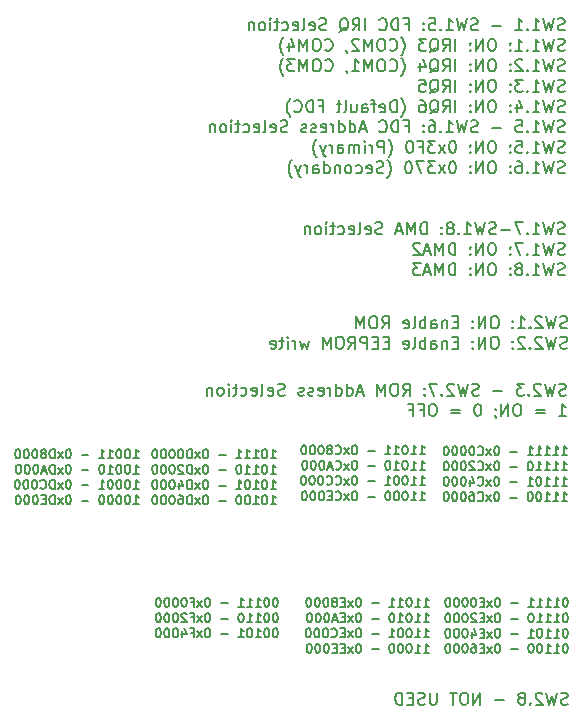
<source format=gbo>
%TF.GenerationSoftware,KiCad,Pcbnew,(5.1.6-0)*%
%TF.CreationDate,2020-08-02T10:50:01-05:00*%
%TF.ProjectId,isa_fdc.kicad_DB37_pcb,6973615f-6664-4632-9e6b-696361645f44,rev?*%
%TF.SameCoordinates,Original*%
%TF.FileFunction,Legend,Bot*%
%TF.FilePolarity,Positive*%
%FSLAX46Y46*%
G04 Gerber Fmt 4.6, Leading zero omitted, Abs format (unit mm)*
G04 Created by KiCad (PCBNEW (5.1.6-0)) date 2020-08-02 10:50:01*
%MOMM*%
%LPD*%
G01*
G04 APERTURE LIST*
%ADD10C,0.152400*%
%ADD11C,0.203200*%
G04 APERTURE END LIST*
D10*
X180524368Y-113229614D02*
X180451797Y-113229614D01*
X180379225Y-113265900D01*
X180342940Y-113302185D01*
X180306654Y-113374757D01*
X180270368Y-113519900D01*
X180270368Y-113701328D01*
X180306654Y-113846471D01*
X180342940Y-113919042D01*
X180379225Y-113955328D01*
X180451797Y-113991614D01*
X180524368Y-113991614D01*
X180596940Y-113955328D01*
X180633225Y-113919042D01*
X180669511Y-113846471D01*
X180705797Y-113701328D01*
X180705797Y-113519900D01*
X180669511Y-113374757D01*
X180633225Y-113302185D01*
X180596940Y-113265900D01*
X180524368Y-113229614D01*
X179544654Y-113991614D02*
X179980082Y-113991614D01*
X179762368Y-113991614D02*
X179762368Y-113229614D01*
X179834940Y-113338471D01*
X179907511Y-113411042D01*
X179980082Y-113447328D01*
X178818940Y-113991614D02*
X179254368Y-113991614D01*
X179036654Y-113991614D02*
X179036654Y-113229614D01*
X179109225Y-113338471D01*
X179181797Y-113411042D01*
X179254368Y-113447328D01*
X178093225Y-113991614D02*
X178528654Y-113991614D01*
X178310940Y-113991614D02*
X178310940Y-113229614D01*
X178383511Y-113338471D01*
X178456082Y-113411042D01*
X178528654Y-113447328D01*
X177367511Y-113991614D02*
X177802940Y-113991614D01*
X177585225Y-113991614D02*
X177585225Y-113229614D01*
X177657797Y-113338471D01*
X177730368Y-113411042D01*
X177802940Y-113447328D01*
X176460368Y-113701328D02*
X175879797Y-113701328D01*
X174791225Y-113229614D02*
X174718654Y-113229614D01*
X174646082Y-113265900D01*
X174609797Y-113302185D01*
X174573511Y-113374757D01*
X174537225Y-113519900D01*
X174537225Y-113701328D01*
X174573511Y-113846471D01*
X174609797Y-113919042D01*
X174646082Y-113955328D01*
X174718654Y-113991614D01*
X174791225Y-113991614D01*
X174863797Y-113955328D01*
X174900082Y-113919042D01*
X174936368Y-113846471D01*
X174972654Y-113701328D01*
X174972654Y-113519900D01*
X174936368Y-113374757D01*
X174900082Y-113302185D01*
X174863797Y-113265900D01*
X174791225Y-113229614D01*
X174283225Y-113991614D02*
X173884082Y-113483614D01*
X174283225Y-113483614D02*
X173884082Y-113991614D01*
X173593797Y-113592471D02*
X173339797Y-113592471D01*
X173230940Y-113991614D02*
X173593797Y-113991614D01*
X173593797Y-113229614D01*
X173230940Y-113229614D01*
X172759225Y-113229614D02*
X172686654Y-113229614D01*
X172614082Y-113265900D01*
X172577797Y-113302185D01*
X172541511Y-113374757D01*
X172505225Y-113519900D01*
X172505225Y-113701328D01*
X172541511Y-113846471D01*
X172577797Y-113919042D01*
X172614082Y-113955328D01*
X172686654Y-113991614D01*
X172759225Y-113991614D01*
X172831797Y-113955328D01*
X172868082Y-113919042D01*
X172904368Y-113846471D01*
X172940654Y-113701328D01*
X172940654Y-113519900D01*
X172904368Y-113374757D01*
X172868082Y-113302185D01*
X172831797Y-113265900D01*
X172759225Y-113229614D01*
X172033511Y-113229614D02*
X171960940Y-113229614D01*
X171888368Y-113265900D01*
X171852082Y-113302185D01*
X171815797Y-113374757D01*
X171779511Y-113519900D01*
X171779511Y-113701328D01*
X171815797Y-113846471D01*
X171852082Y-113919042D01*
X171888368Y-113955328D01*
X171960940Y-113991614D01*
X172033511Y-113991614D01*
X172106082Y-113955328D01*
X172142368Y-113919042D01*
X172178654Y-113846471D01*
X172214940Y-113701328D01*
X172214940Y-113519900D01*
X172178654Y-113374757D01*
X172142368Y-113302185D01*
X172106082Y-113265900D01*
X172033511Y-113229614D01*
X171307797Y-113229614D02*
X171235225Y-113229614D01*
X171162654Y-113265900D01*
X171126368Y-113302185D01*
X171090082Y-113374757D01*
X171053797Y-113519900D01*
X171053797Y-113701328D01*
X171090082Y-113846471D01*
X171126368Y-113919042D01*
X171162654Y-113955328D01*
X171235225Y-113991614D01*
X171307797Y-113991614D01*
X171380368Y-113955328D01*
X171416654Y-113919042D01*
X171452940Y-113846471D01*
X171489225Y-113701328D01*
X171489225Y-113519900D01*
X171452940Y-113374757D01*
X171416654Y-113302185D01*
X171380368Y-113265900D01*
X171307797Y-113229614D01*
X170582082Y-113229614D02*
X170509511Y-113229614D01*
X170436940Y-113265900D01*
X170400654Y-113302185D01*
X170364368Y-113374757D01*
X170328082Y-113519900D01*
X170328082Y-113701328D01*
X170364368Y-113846471D01*
X170400654Y-113919042D01*
X170436940Y-113955328D01*
X170509511Y-113991614D01*
X170582082Y-113991614D01*
X170654654Y-113955328D01*
X170690940Y-113919042D01*
X170727225Y-113846471D01*
X170763511Y-113701328D01*
X170763511Y-113519900D01*
X170727225Y-113374757D01*
X170690940Y-113302185D01*
X170654654Y-113265900D01*
X170582082Y-113229614D01*
X180524368Y-114525014D02*
X180451797Y-114525014D01*
X180379225Y-114561300D01*
X180342940Y-114597585D01*
X180306654Y-114670157D01*
X180270368Y-114815300D01*
X180270368Y-114996728D01*
X180306654Y-115141871D01*
X180342940Y-115214442D01*
X180379225Y-115250728D01*
X180451797Y-115287014D01*
X180524368Y-115287014D01*
X180596940Y-115250728D01*
X180633225Y-115214442D01*
X180669511Y-115141871D01*
X180705797Y-114996728D01*
X180705797Y-114815300D01*
X180669511Y-114670157D01*
X180633225Y-114597585D01*
X180596940Y-114561300D01*
X180524368Y-114525014D01*
X179544654Y-115287014D02*
X179980082Y-115287014D01*
X179762368Y-115287014D02*
X179762368Y-114525014D01*
X179834940Y-114633871D01*
X179907511Y-114706442D01*
X179980082Y-114742728D01*
X178818940Y-115287014D02*
X179254368Y-115287014D01*
X179036654Y-115287014D02*
X179036654Y-114525014D01*
X179109225Y-114633871D01*
X179181797Y-114706442D01*
X179254368Y-114742728D01*
X178093225Y-115287014D02*
X178528654Y-115287014D01*
X178310940Y-115287014D02*
X178310940Y-114525014D01*
X178383511Y-114633871D01*
X178456082Y-114706442D01*
X178528654Y-114742728D01*
X177621511Y-114525014D02*
X177548940Y-114525014D01*
X177476368Y-114561300D01*
X177440082Y-114597585D01*
X177403797Y-114670157D01*
X177367511Y-114815300D01*
X177367511Y-114996728D01*
X177403797Y-115141871D01*
X177440082Y-115214442D01*
X177476368Y-115250728D01*
X177548940Y-115287014D01*
X177621511Y-115287014D01*
X177694082Y-115250728D01*
X177730368Y-115214442D01*
X177766654Y-115141871D01*
X177802940Y-114996728D01*
X177802940Y-114815300D01*
X177766654Y-114670157D01*
X177730368Y-114597585D01*
X177694082Y-114561300D01*
X177621511Y-114525014D01*
X176460368Y-114996728D02*
X175879797Y-114996728D01*
X174791225Y-114525014D02*
X174718654Y-114525014D01*
X174646082Y-114561300D01*
X174609797Y-114597585D01*
X174573511Y-114670157D01*
X174537225Y-114815300D01*
X174537225Y-114996728D01*
X174573511Y-115141871D01*
X174609797Y-115214442D01*
X174646082Y-115250728D01*
X174718654Y-115287014D01*
X174791225Y-115287014D01*
X174863797Y-115250728D01*
X174900082Y-115214442D01*
X174936368Y-115141871D01*
X174972654Y-114996728D01*
X174972654Y-114815300D01*
X174936368Y-114670157D01*
X174900082Y-114597585D01*
X174863797Y-114561300D01*
X174791225Y-114525014D01*
X174283225Y-115287014D02*
X173884082Y-114779014D01*
X174283225Y-114779014D02*
X173884082Y-115287014D01*
X173593797Y-114887871D02*
X173339797Y-114887871D01*
X173230940Y-115287014D02*
X173593797Y-115287014D01*
X173593797Y-114525014D01*
X173230940Y-114525014D01*
X172940654Y-114597585D02*
X172904368Y-114561300D01*
X172831797Y-114525014D01*
X172650368Y-114525014D01*
X172577797Y-114561300D01*
X172541511Y-114597585D01*
X172505225Y-114670157D01*
X172505225Y-114742728D01*
X172541511Y-114851585D01*
X172976940Y-115287014D01*
X172505225Y-115287014D01*
X172033511Y-114525014D02*
X171960940Y-114525014D01*
X171888368Y-114561300D01*
X171852082Y-114597585D01*
X171815797Y-114670157D01*
X171779511Y-114815300D01*
X171779511Y-114996728D01*
X171815797Y-115141871D01*
X171852082Y-115214442D01*
X171888368Y-115250728D01*
X171960940Y-115287014D01*
X172033511Y-115287014D01*
X172106082Y-115250728D01*
X172142368Y-115214442D01*
X172178654Y-115141871D01*
X172214940Y-114996728D01*
X172214940Y-114815300D01*
X172178654Y-114670157D01*
X172142368Y-114597585D01*
X172106082Y-114561300D01*
X172033511Y-114525014D01*
X171307797Y-114525014D02*
X171235225Y-114525014D01*
X171162654Y-114561300D01*
X171126368Y-114597585D01*
X171090082Y-114670157D01*
X171053797Y-114815300D01*
X171053797Y-114996728D01*
X171090082Y-115141871D01*
X171126368Y-115214442D01*
X171162654Y-115250728D01*
X171235225Y-115287014D01*
X171307797Y-115287014D01*
X171380368Y-115250728D01*
X171416654Y-115214442D01*
X171452940Y-115141871D01*
X171489225Y-114996728D01*
X171489225Y-114815300D01*
X171452940Y-114670157D01*
X171416654Y-114597585D01*
X171380368Y-114561300D01*
X171307797Y-114525014D01*
X170582082Y-114525014D02*
X170509511Y-114525014D01*
X170436940Y-114561300D01*
X170400654Y-114597585D01*
X170364368Y-114670157D01*
X170328082Y-114815300D01*
X170328082Y-114996728D01*
X170364368Y-115141871D01*
X170400654Y-115214442D01*
X170436940Y-115250728D01*
X170509511Y-115287014D01*
X170582082Y-115287014D01*
X170654654Y-115250728D01*
X170690940Y-115214442D01*
X170727225Y-115141871D01*
X170763511Y-114996728D01*
X170763511Y-114815300D01*
X170727225Y-114670157D01*
X170690940Y-114597585D01*
X170654654Y-114561300D01*
X170582082Y-114525014D01*
X180524368Y-115820414D02*
X180451797Y-115820414D01*
X180379225Y-115856700D01*
X180342940Y-115892985D01*
X180306654Y-115965557D01*
X180270368Y-116110700D01*
X180270368Y-116292128D01*
X180306654Y-116437271D01*
X180342940Y-116509842D01*
X180379225Y-116546128D01*
X180451797Y-116582414D01*
X180524368Y-116582414D01*
X180596940Y-116546128D01*
X180633225Y-116509842D01*
X180669511Y-116437271D01*
X180705797Y-116292128D01*
X180705797Y-116110700D01*
X180669511Y-115965557D01*
X180633225Y-115892985D01*
X180596940Y-115856700D01*
X180524368Y-115820414D01*
X179544654Y-116582414D02*
X179980082Y-116582414D01*
X179762368Y-116582414D02*
X179762368Y-115820414D01*
X179834940Y-115929271D01*
X179907511Y-116001842D01*
X179980082Y-116038128D01*
X178818940Y-116582414D02*
X179254368Y-116582414D01*
X179036654Y-116582414D02*
X179036654Y-115820414D01*
X179109225Y-115929271D01*
X179181797Y-116001842D01*
X179254368Y-116038128D01*
X178347225Y-115820414D02*
X178274654Y-115820414D01*
X178202082Y-115856700D01*
X178165797Y-115892985D01*
X178129511Y-115965557D01*
X178093225Y-116110700D01*
X178093225Y-116292128D01*
X178129511Y-116437271D01*
X178165797Y-116509842D01*
X178202082Y-116546128D01*
X178274654Y-116582414D01*
X178347225Y-116582414D01*
X178419797Y-116546128D01*
X178456082Y-116509842D01*
X178492368Y-116437271D01*
X178528654Y-116292128D01*
X178528654Y-116110700D01*
X178492368Y-115965557D01*
X178456082Y-115892985D01*
X178419797Y-115856700D01*
X178347225Y-115820414D01*
X177367511Y-116582414D02*
X177802940Y-116582414D01*
X177585225Y-116582414D02*
X177585225Y-115820414D01*
X177657797Y-115929271D01*
X177730368Y-116001842D01*
X177802940Y-116038128D01*
X176460368Y-116292128D02*
X175879797Y-116292128D01*
X174791225Y-115820414D02*
X174718654Y-115820414D01*
X174646082Y-115856700D01*
X174609797Y-115892985D01*
X174573511Y-115965557D01*
X174537225Y-116110700D01*
X174537225Y-116292128D01*
X174573511Y-116437271D01*
X174609797Y-116509842D01*
X174646082Y-116546128D01*
X174718654Y-116582414D01*
X174791225Y-116582414D01*
X174863797Y-116546128D01*
X174900082Y-116509842D01*
X174936368Y-116437271D01*
X174972654Y-116292128D01*
X174972654Y-116110700D01*
X174936368Y-115965557D01*
X174900082Y-115892985D01*
X174863797Y-115856700D01*
X174791225Y-115820414D01*
X174283225Y-116582414D02*
X173884082Y-116074414D01*
X174283225Y-116074414D02*
X173884082Y-116582414D01*
X173593797Y-116183271D02*
X173339797Y-116183271D01*
X173230940Y-116582414D02*
X173593797Y-116582414D01*
X173593797Y-115820414D01*
X173230940Y-115820414D01*
X172577797Y-116074414D02*
X172577797Y-116582414D01*
X172759225Y-115784128D02*
X172940654Y-116328414D01*
X172468940Y-116328414D01*
X172033511Y-115820414D02*
X171960940Y-115820414D01*
X171888368Y-115856700D01*
X171852082Y-115892985D01*
X171815797Y-115965557D01*
X171779511Y-116110700D01*
X171779511Y-116292128D01*
X171815797Y-116437271D01*
X171852082Y-116509842D01*
X171888368Y-116546128D01*
X171960940Y-116582414D01*
X172033511Y-116582414D01*
X172106082Y-116546128D01*
X172142368Y-116509842D01*
X172178654Y-116437271D01*
X172214940Y-116292128D01*
X172214940Y-116110700D01*
X172178654Y-115965557D01*
X172142368Y-115892985D01*
X172106082Y-115856700D01*
X172033511Y-115820414D01*
X171307797Y-115820414D02*
X171235225Y-115820414D01*
X171162654Y-115856700D01*
X171126368Y-115892985D01*
X171090082Y-115965557D01*
X171053797Y-116110700D01*
X171053797Y-116292128D01*
X171090082Y-116437271D01*
X171126368Y-116509842D01*
X171162654Y-116546128D01*
X171235225Y-116582414D01*
X171307797Y-116582414D01*
X171380368Y-116546128D01*
X171416654Y-116509842D01*
X171452940Y-116437271D01*
X171489225Y-116292128D01*
X171489225Y-116110700D01*
X171452940Y-115965557D01*
X171416654Y-115892985D01*
X171380368Y-115856700D01*
X171307797Y-115820414D01*
X170582082Y-115820414D02*
X170509511Y-115820414D01*
X170436940Y-115856700D01*
X170400654Y-115892985D01*
X170364368Y-115965557D01*
X170328082Y-116110700D01*
X170328082Y-116292128D01*
X170364368Y-116437271D01*
X170400654Y-116509842D01*
X170436940Y-116546128D01*
X170509511Y-116582414D01*
X170582082Y-116582414D01*
X170654654Y-116546128D01*
X170690940Y-116509842D01*
X170727225Y-116437271D01*
X170763511Y-116292128D01*
X170763511Y-116110700D01*
X170727225Y-115965557D01*
X170690940Y-115892985D01*
X170654654Y-115856700D01*
X170582082Y-115820414D01*
X180524368Y-117115814D02*
X180451797Y-117115814D01*
X180379225Y-117152100D01*
X180342940Y-117188385D01*
X180306654Y-117260957D01*
X180270368Y-117406100D01*
X180270368Y-117587528D01*
X180306654Y-117732671D01*
X180342940Y-117805242D01*
X180379225Y-117841528D01*
X180451797Y-117877814D01*
X180524368Y-117877814D01*
X180596940Y-117841528D01*
X180633225Y-117805242D01*
X180669511Y-117732671D01*
X180705797Y-117587528D01*
X180705797Y-117406100D01*
X180669511Y-117260957D01*
X180633225Y-117188385D01*
X180596940Y-117152100D01*
X180524368Y-117115814D01*
X179544654Y-117877814D02*
X179980082Y-117877814D01*
X179762368Y-117877814D02*
X179762368Y-117115814D01*
X179834940Y-117224671D01*
X179907511Y-117297242D01*
X179980082Y-117333528D01*
X178818940Y-117877814D02*
X179254368Y-117877814D01*
X179036654Y-117877814D02*
X179036654Y-117115814D01*
X179109225Y-117224671D01*
X179181797Y-117297242D01*
X179254368Y-117333528D01*
X178347225Y-117115814D02*
X178274654Y-117115814D01*
X178202082Y-117152100D01*
X178165797Y-117188385D01*
X178129511Y-117260957D01*
X178093225Y-117406100D01*
X178093225Y-117587528D01*
X178129511Y-117732671D01*
X178165797Y-117805242D01*
X178202082Y-117841528D01*
X178274654Y-117877814D01*
X178347225Y-117877814D01*
X178419797Y-117841528D01*
X178456082Y-117805242D01*
X178492368Y-117732671D01*
X178528654Y-117587528D01*
X178528654Y-117406100D01*
X178492368Y-117260957D01*
X178456082Y-117188385D01*
X178419797Y-117152100D01*
X178347225Y-117115814D01*
X177621511Y-117115814D02*
X177548940Y-117115814D01*
X177476368Y-117152100D01*
X177440082Y-117188385D01*
X177403797Y-117260957D01*
X177367511Y-117406100D01*
X177367511Y-117587528D01*
X177403797Y-117732671D01*
X177440082Y-117805242D01*
X177476368Y-117841528D01*
X177548940Y-117877814D01*
X177621511Y-117877814D01*
X177694082Y-117841528D01*
X177730368Y-117805242D01*
X177766654Y-117732671D01*
X177802940Y-117587528D01*
X177802940Y-117406100D01*
X177766654Y-117260957D01*
X177730368Y-117188385D01*
X177694082Y-117152100D01*
X177621511Y-117115814D01*
X176460368Y-117587528D02*
X175879797Y-117587528D01*
X174791225Y-117115814D02*
X174718654Y-117115814D01*
X174646082Y-117152100D01*
X174609797Y-117188385D01*
X174573511Y-117260957D01*
X174537225Y-117406100D01*
X174537225Y-117587528D01*
X174573511Y-117732671D01*
X174609797Y-117805242D01*
X174646082Y-117841528D01*
X174718654Y-117877814D01*
X174791225Y-117877814D01*
X174863797Y-117841528D01*
X174900082Y-117805242D01*
X174936368Y-117732671D01*
X174972654Y-117587528D01*
X174972654Y-117406100D01*
X174936368Y-117260957D01*
X174900082Y-117188385D01*
X174863797Y-117152100D01*
X174791225Y-117115814D01*
X174283225Y-117877814D02*
X173884082Y-117369814D01*
X174283225Y-117369814D02*
X173884082Y-117877814D01*
X173593797Y-117478671D02*
X173339797Y-117478671D01*
X173230940Y-117877814D02*
X173593797Y-117877814D01*
X173593797Y-117115814D01*
X173230940Y-117115814D01*
X172577797Y-117115814D02*
X172722940Y-117115814D01*
X172795511Y-117152100D01*
X172831797Y-117188385D01*
X172904368Y-117297242D01*
X172940654Y-117442385D01*
X172940654Y-117732671D01*
X172904368Y-117805242D01*
X172868082Y-117841528D01*
X172795511Y-117877814D01*
X172650368Y-117877814D01*
X172577797Y-117841528D01*
X172541511Y-117805242D01*
X172505225Y-117732671D01*
X172505225Y-117551242D01*
X172541511Y-117478671D01*
X172577797Y-117442385D01*
X172650368Y-117406100D01*
X172795511Y-117406100D01*
X172868082Y-117442385D01*
X172904368Y-117478671D01*
X172940654Y-117551242D01*
X172033511Y-117115814D02*
X171960940Y-117115814D01*
X171888368Y-117152100D01*
X171852082Y-117188385D01*
X171815797Y-117260957D01*
X171779511Y-117406100D01*
X171779511Y-117587528D01*
X171815797Y-117732671D01*
X171852082Y-117805242D01*
X171888368Y-117841528D01*
X171960940Y-117877814D01*
X172033511Y-117877814D01*
X172106082Y-117841528D01*
X172142368Y-117805242D01*
X172178654Y-117732671D01*
X172214940Y-117587528D01*
X172214940Y-117406100D01*
X172178654Y-117260957D01*
X172142368Y-117188385D01*
X172106082Y-117152100D01*
X172033511Y-117115814D01*
X171307797Y-117115814D02*
X171235225Y-117115814D01*
X171162654Y-117152100D01*
X171126368Y-117188385D01*
X171090082Y-117260957D01*
X171053797Y-117406100D01*
X171053797Y-117587528D01*
X171090082Y-117732671D01*
X171126368Y-117805242D01*
X171162654Y-117841528D01*
X171235225Y-117877814D01*
X171307797Y-117877814D01*
X171380368Y-117841528D01*
X171416654Y-117805242D01*
X171452940Y-117732671D01*
X171489225Y-117587528D01*
X171489225Y-117406100D01*
X171452940Y-117260957D01*
X171416654Y-117188385D01*
X171380368Y-117152100D01*
X171307797Y-117115814D01*
X170582082Y-117115814D02*
X170509511Y-117115814D01*
X170436940Y-117152100D01*
X170400654Y-117188385D01*
X170364368Y-117260957D01*
X170328082Y-117406100D01*
X170328082Y-117587528D01*
X170364368Y-117732671D01*
X170400654Y-117805242D01*
X170436940Y-117841528D01*
X170509511Y-117877814D01*
X170582082Y-117877814D01*
X170654654Y-117841528D01*
X170690940Y-117805242D01*
X170727225Y-117732671D01*
X170763511Y-117587528D01*
X170763511Y-117406100D01*
X170727225Y-117260957D01*
X170690940Y-117188385D01*
X170654654Y-117152100D01*
X170582082Y-117115814D01*
X168490368Y-113981614D02*
X168925797Y-113981614D01*
X168708082Y-113981614D02*
X168708082Y-113219614D01*
X168780654Y-113328471D01*
X168853225Y-113401042D01*
X168925797Y-113437328D01*
X167764654Y-113981614D02*
X168200082Y-113981614D01*
X167982368Y-113981614D02*
X167982368Y-113219614D01*
X168054940Y-113328471D01*
X168127511Y-113401042D01*
X168200082Y-113437328D01*
X167292940Y-113219614D02*
X167220368Y-113219614D01*
X167147797Y-113255900D01*
X167111511Y-113292185D01*
X167075225Y-113364757D01*
X167038940Y-113509900D01*
X167038940Y-113691328D01*
X167075225Y-113836471D01*
X167111511Y-113909042D01*
X167147797Y-113945328D01*
X167220368Y-113981614D01*
X167292940Y-113981614D01*
X167365511Y-113945328D01*
X167401797Y-113909042D01*
X167438082Y-113836471D01*
X167474368Y-113691328D01*
X167474368Y-113509900D01*
X167438082Y-113364757D01*
X167401797Y-113292185D01*
X167365511Y-113255900D01*
X167292940Y-113219614D01*
X166313225Y-113981614D02*
X166748654Y-113981614D01*
X166530940Y-113981614D02*
X166530940Y-113219614D01*
X166603511Y-113328471D01*
X166676082Y-113401042D01*
X166748654Y-113437328D01*
X165587511Y-113981614D02*
X166022940Y-113981614D01*
X165805225Y-113981614D02*
X165805225Y-113219614D01*
X165877797Y-113328471D01*
X165950368Y-113401042D01*
X166022940Y-113437328D01*
X164680368Y-113691328D02*
X164099797Y-113691328D01*
X163011225Y-113219614D02*
X162938654Y-113219614D01*
X162866082Y-113255900D01*
X162829797Y-113292185D01*
X162793511Y-113364757D01*
X162757225Y-113509900D01*
X162757225Y-113691328D01*
X162793511Y-113836471D01*
X162829797Y-113909042D01*
X162866082Y-113945328D01*
X162938654Y-113981614D01*
X163011225Y-113981614D01*
X163083797Y-113945328D01*
X163120082Y-113909042D01*
X163156368Y-113836471D01*
X163192654Y-113691328D01*
X163192654Y-113509900D01*
X163156368Y-113364757D01*
X163120082Y-113292185D01*
X163083797Y-113255900D01*
X163011225Y-113219614D01*
X162503225Y-113981614D02*
X162104082Y-113473614D01*
X162503225Y-113473614D02*
X162104082Y-113981614D01*
X161813797Y-113582471D02*
X161559797Y-113582471D01*
X161450940Y-113981614D02*
X161813797Y-113981614D01*
X161813797Y-113219614D01*
X161450940Y-113219614D01*
X161015511Y-113546185D02*
X161088082Y-113509900D01*
X161124368Y-113473614D01*
X161160654Y-113401042D01*
X161160654Y-113364757D01*
X161124368Y-113292185D01*
X161088082Y-113255900D01*
X161015511Y-113219614D01*
X160870368Y-113219614D01*
X160797797Y-113255900D01*
X160761511Y-113292185D01*
X160725225Y-113364757D01*
X160725225Y-113401042D01*
X160761511Y-113473614D01*
X160797797Y-113509900D01*
X160870368Y-113546185D01*
X161015511Y-113546185D01*
X161088082Y-113582471D01*
X161124368Y-113618757D01*
X161160654Y-113691328D01*
X161160654Y-113836471D01*
X161124368Y-113909042D01*
X161088082Y-113945328D01*
X161015511Y-113981614D01*
X160870368Y-113981614D01*
X160797797Y-113945328D01*
X160761511Y-113909042D01*
X160725225Y-113836471D01*
X160725225Y-113691328D01*
X160761511Y-113618757D01*
X160797797Y-113582471D01*
X160870368Y-113546185D01*
X160253511Y-113219614D02*
X160180940Y-113219614D01*
X160108368Y-113255900D01*
X160072082Y-113292185D01*
X160035797Y-113364757D01*
X159999511Y-113509900D01*
X159999511Y-113691328D01*
X160035797Y-113836471D01*
X160072082Y-113909042D01*
X160108368Y-113945328D01*
X160180940Y-113981614D01*
X160253511Y-113981614D01*
X160326082Y-113945328D01*
X160362368Y-113909042D01*
X160398654Y-113836471D01*
X160434940Y-113691328D01*
X160434940Y-113509900D01*
X160398654Y-113364757D01*
X160362368Y-113292185D01*
X160326082Y-113255900D01*
X160253511Y-113219614D01*
X159527797Y-113219614D02*
X159455225Y-113219614D01*
X159382654Y-113255900D01*
X159346368Y-113292185D01*
X159310082Y-113364757D01*
X159273797Y-113509900D01*
X159273797Y-113691328D01*
X159310082Y-113836471D01*
X159346368Y-113909042D01*
X159382654Y-113945328D01*
X159455225Y-113981614D01*
X159527797Y-113981614D01*
X159600368Y-113945328D01*
X159636654Y-113909042D01*
X159672940Y-113836471D01*
X159709225Y-113691328D01*
X159709225Y-113509900D01*
X159672940Y-113364757D01*
X159636654Y-113292185D01*
X159600368Y-113255900D01*
X159527797Y-113219614D01*
X158802082Y-113219614D02*
X158729511Y-113219614D01*
X158656940Y-113255900D01*
X158620654Y-113292185D01*
X158584368Y-113364757D01*
X158548082Y-113509900D01*
X158548082Y-113691328D01*
X158584368Y-113836471D01*
X158620654Y-113909042D01*
X158656940Y-113945328D01*
X158729511Y-113981614D01*
X158802082Y-113981614D01*
X158874654Y-113945328D01*
X158910940Y-113909042D01*
X158947225Y-113836471D01*
X158983511Y-113691328D01*
X158983511Y-113509900D01*
X158947225Y-113364757D01*
X158910940Y-113292185D01*
X158874654Y-113255900D01*
X158802082Y-113219614D01*
X168490368Y-115277014D02*
X168925797Y-115277014D01*
X168708082Y-115277014D02*
X168708082Y-114515014D01*
X168780654Y-114623871D01*
X168853225Y-114696442D01*
X168925797Y-114732728D01*
X167764654Y-115277014D02*
X168200082Y-115277014D01*
X167982368Y-115277014D02*
X167982368Y-114515014D01*
X168054940Y-114623871D01*
X168127511Y-114696442D01*
X168200082Y-114732728D01*
X167292940Y-114515014D02*
X167220368Y-114515014D01*
X167147797Y-114551300D01*
X167111511Y-114587585D01*
X167075225Y-114660157D01*
X167038940Y-114805300D01*
X167038940Y-114986728D01*
X167075225Y-115131871D01*
X167111511Y-115204442D01*
X167147797Y-115240728D01*
X167220368Y-115277014D01*
X167292940Y-115277014D01*
X167365511Y-115240728D01*
X167401797Y-115204442D01*
X167438082Y-115131871D01*
X167474368Y-114986728D01*
X167474368Y-114805300D01*
X167438082Y-114660157D01*
X167401797Y-114587585D01*
X167365511Y-114551300D01*
X167292940Y-114515014D01*
X166313225Y-115277014D02*
X166748654Y-115277014D01*
X166530940Y-115277014D02*
X166530940Y-114515014D01*
X166603511Y-114623871D01*
X166676082Y-114696442D01*
X166748654Y-114732728D01*
X165841511Y-114515014D02*
X165768940Y-114515014D01*
X165696368Y-114551300D01*
X165660082Y-114587585D01*
X165623797Y-114660157D01*
X165587511Y-114805300D01*
X165587511Y-114986728D01*
X165623797Y-115131871D01*
X165660082Y-115204442D01*
X165696368Y-115240728D01*
X165768940Y-115277014D01*
X165841511Y-115277014D01*
X165914082Y-115240728D01*
X165950368Y-115204442D01*
X165986654Y-115131871D01*
X166022940Y-114986728D01*
X166022940Y-114805300D01*
X165986654Y-114660157D01*
X165950368Y-114587585D01*
X165914082Y-114551300D01*
X165841511Y-114515014D01*
X164680368Y-114986728D02*
X164099797Y-114986728D01*
X163011225Y-114515014D02*
X162938654Y-114515014D01*
X162866082Y-114551300D01*
X162829797Y-114587585D01*
X162793511Y-114660157D01*
X162757225Y-114805300D01*
X162757225Y-114986728D01*
X162793511Y-115131871D01*
X162829797Y-115204442D01*
X162866082Y-115240728D01*
X162938654Y-115277014D01*
X163011225Y-115277014D01*
X163083797Y-115240728D01*
X163120082Y-115204442D01*
X163156368Y-115131871D01*
X163192654Y-114986728D01*
X163192654Y-114805300D01*
X163156368Y-114660157D01*
X163120082Y-114587585D01*
X163083797Y-114551300D01*
X163011225Y-114515014D01*
X162503225Y-115277014D02*
X162104082Y-114769014D01*
X162503225Y-114769014D02*
X162104082Y-115277014D01*
X161813797Y-114877871D02*
X161559797Y-114877871D01*
X161450940Y-115277014D02*
X161813797Y-115277014D01*
X161813797Y-114515014D01*
X161450940Y-114515014D01*
X161160654Y-115059300D02*
X160797797Y-115059300D01*
X161233225Y-115277014D02*
X160979225Y-114515014D01*
X160725225Y-115277014D01*
X160326082Y-114515014D02*
X160253511Y-114515014D01*
X160180940Y-114551300D01*
X160144654Y-114587585D01*
X160108368Y-114660157D01*
X160072082Y-114805300D01*
X160072082Y-114986728D01*
X160108368Y-115131871D01*
X160144654Y-115204442D01*
X160180940Y-115240728D01*
X160253511Y-115277014D01*
X160326082Y-115277014D01*
X160398654Y-115240728D01*
X160434940Y-115204442D01*
X160471225Y-115131871D01*
X160507511Y-114986728D01*
X160507511Y-114805300D01*
X160471225Y-114660157D01*
X160434940Y-114587585D01*
X160398654Y-114551300D01*
X160326082Y-114515014D01*
X159600368Y-114515014D02*
X159527797Y-114515014D01*
X159455225Y-114551300D01*
X159418940Y-114587585D01*
X159382654Y-114660157D01*
X159346368Y-114805300D01*
X159346368Y-114986728D01*
X159382654Y-115131871D01*
X159418940Y-115204442D01*
X159455225Y-115240728D01*
X159527797Y-115277014D01*
X159600368Y-115277014D01*
X159672940Y-115240728D01*
X159709225Y-115204442D01*
X159745511Y-115131871D01*
X159781797Y-114986728D01*
X159781797Y-114805300D01*
X159745511Y-114660157D01*
X159709225Y-114587585D01*
X159672940Y-114551300D01*
X159600368Y-114515014D01*
X158874654Y-114515014D02*
X158802082Y-114515014D01*
X158729511Y-114551300D01*
X158693225Y-114587585D01*
X158656940Y-114660157D01*
X158620654Y-114805300D01*
X158620654Y-114986728D01*
X158656940Y-115131871D01*
X158693225Y-115204442D01*
X158729511Y-115240728D01*
X158802082Y-115277014D01*
X158874654Y-115277014D01*
X158947225Y-115240728D01*
X158983511Y-115204442D01*
X159019797Y-115131871D01*
X159056082Y-114986728D01*
X159056082Y-114805300D01*
X159019797Y-114660157D01*
X158983511Y-114587585D01*
X158947225Y-114551300D01*
X158874654Y-114515014D01*
X168490368Y-116572414D02*
X168925797Y-116572414D01*
X168708082Y-116572414D02*
X168708082Y-115810414D01*
X168780654Y-115919271D01*
X168853225Y-115991842D01*
X168925797Y-116028128D01*
X167764654Y-116572414D02*
X168200082Y-116572414D01*
X167982368Y-116572414D02*
X167982368Y-115810414D01*
X168054940Y-115919271D01*
X168127511Y-115991842D01*
X168200082Y-116028128D01*
X167292940Y-115810414D02*
X167220368Y-115810414D01*
X167147797Y-115846700D01*
X167111511Y-115882985D01*
X167075225Y-115955557D01*
X167038940Y-116100700D01*
X167038940Y-116282128D01*
X167075225Y-116427271D01*
X167111511Y-116499842D01*
X167147797Y-116536128D01*
X167220368Y-116572414D01*
X167292940Y-116572414D01*
X167365511Y-116536128D01*
X167401797Y-116499842D01*
X167438082Y-116427271D01*
X167474368Y-116282128D01*
X167474368Y-116100700D01*
X167438082Y-115955557D01*
X167401797Y-115882985D01*
X167365511Y-115846700D01*
X167292940Y-115810414D01*
X166567225Y-115810414D02*
X166494654Y-115810414D01*
X166422082Y-115846700D01*
X166385797Y-115882985D01*
X166349511Y-115955557D01*
X166313225Y-116100700D01*
X166313225Y-116282128D01*
X166349511Y-116427271D01*
X166385797Y-116499842D01*
X166422082Y-116536128D01*
X166494654Y-116572414D01*
X166567225Y-116572414D01*
X166639797Y-116536128D01*
X166676082Y-116499842D01*
X166712368Y-116427271D01*
X166748654Y-116282128D01*
X166748654Y-116100700D01*
X166712368Y-115955557D01*
X166676082Y-115882985D01*
X166639797Y-115846700D01*
X166567225Y-115810414D01*
X165587511Y-116572414D02*
X166022940Y-116572414D01*
X165805225Y-116572414D02*
X165805225Y-115810414D01*
X165877797Y-115919271D01*
X165950368Y-115991842D01*
X166022940Y-116028128D01*
X164680368Y-116282128D02*
X164099797Y-116282128D01*
X163011225Y-115810414D02*
X162938654Y-115810414D01*
X162866082Y-115846700D01*
X162829797Y-115882985D01*
X162793511Y-115955557D01*
X162757225Y-116100700D01*
X162757225Y-116282128D01*
X162793511Y-116427271D01*
X162829797Y-116499842D01*
X162866082Y-116536128D01*
X162938654Y-116572414D01*
X163011225Y-116572414D01*
X163083797Y-116536128D01*
X163120082Y-116499842D01*
X163156368Y-116427271D01*
X163192654Y-116282128D01*
X163192654Y-116100700D01*
X163156368Y-115955557D01*
X163120082Y-115882985D01*
X163083797Y-115846700D01*
X163011225Y-115810414D01*
X162503225Y-116572414D02*
X162104082Y-116064414D01*
X162503225Y-116064414D02*
X162104082Y-116572414D01*
X161813797Y-116173271D02*
X161559797Y-116173271D01*
X161450940Y-116572414D02*
X161813797Y-116572414D01*
X161813797Y-115810414D01*
X161450940Y-115810414D01*
X160688940Y-116499842D02*
X160725225Y-116536128D01*
X160834082Y-116572414D01*
X160906654Y-116572414D01*
X161015511Y-116536128D01*
X161088082Y-116463557D01*
X161124368Y-116390985D01*
X161160654Y-116245842D01*
X161160654Y-116136985D01*
X161124368Y-115991842D01*
X161088082Y-115919271D01*
X161015511Y-115846700D01*
X160906654Y-115810414D01*
X160834082Y-115810414D01*
X160725225Y-115846700D01*
X160688940Y-115882985D01*
X160217225Y-115810414D02*
X160144654Y-115810414D01*
X160072082Y-115846700D01*
X160035797Y-115882985D01*
X159999511Y-115955557D01*
X159963225Y-116100700D01*
X159963225Y-116282128D01*
X159999511Y-116427271D01*
X160035797Y-116499842D01*
X160072082Y-116536128D01*
X160144654Y-116572414D01*
X160217225Y-116572414D01*
X160289797Y-116536128D01*
X160326082Y-116499842D01*
X160362368Y-116427271D01*
X160398654Y-116282128D01*
X160398654Y-116100700D01*
X160362368Y-115955557D01*
X160326082Y-115882985D01*
X160289797Y-115846700D01*
X160217225Y-115810414D01*
X159491511Y-115810414D02*
X159418940Y-115810414D01*
X159346368Y-115846700D01*
X159310082Y-115882985D01*
X159273797Y-115955557D01*
X159237511Y-116100700D01*
X159237511Y-116282128D01*
X159273797Y-116427271D01*
X159310082Y-116499842D01*
X159346368Y-116536128D01*
X159418940Y-116572414D01*
X159491511Y-116572414D01*
X159564082Y-116536128D01*
X159600368Y-116499842D01*
X159636654Y-116427271D01*
X159672940Y-116282128D01*
X159672940Y-116100700D01*
X159636654Y-115955557D01*
X159600368Y-115882985D01*
X159564082Y-115846700D01*
X159491511Y-115810414D01*
X158765797Y-115810414D02*
X158693225Y-115810414D01*
X158620654Y-115846700D01*
X158584368Y-115882985D01*
X158548082Y-115955557D01*
X158511797Y-116100700D01*
X158511797Y-116282128D01*
X158548082Y-116427271D01*
X158584368Y-116499842D01*
X158620654Y-116536128D01*
X158693225Y-116572414D01*
X158765797Y-116572414D01*
X158838368Y-116536128D01*
X158874654Y-116499842D01*
X158910940Y-116427271D01*
X158947225Y-116282128D01*
X158947225Y-116100700D01*
X158910940Y-115955557D01*
X158874654Y-115882985D01*
X158838368Y-115846700D01*
X158765797Y-115810414D01*
X168490368Y-117867814D02*
X168925797Y-117867814D01*
X168708082Y-117867814D02*
X168708082Y-117105814D01*
X168780654Y-117214671D01*
X168853225Y-117287242D01*
X168925797Y-117323528D01*
X167764654Y-117867814D02*
X168200082Y-117867814D01*
X167982368Y-117867814D02*
X167982368Y-117105814D01*
X168054940Y-117214671D01*
X168127511Y-117287242D01*
X168200082Y-117323528D01*
X167292940Y-117105814D02*
X167220368Y-117105814D01*
X167147797Y-117142100D01*
X167111511Y-117178385D01*
X167075225Y-117250957D01*
X167038940Y-117396100D01*
X167038940Y-117577528D01*
X167075225Y-117722671D01*
X167111511Y-117795242D01*
X167147797Y-117831528D01*
X167220368Y-117867814D01*
X167292940Y-117867814D01*
X167365511Y-117831528D01*
X167401797Y-117795242D01*
X167438082Y-117722671D01*
X167474368Y-117577528D01*
X167474368Y-117396100D01*
X167438082Y-117250957D01*
X167401797Y-117178385D01*
X167365511Y-117142100D01*
X167292940Y-117105814D01*
X166567225Y-117105814D02*
X166494654Y-117105814D01*
X166422082Y-117142100D01*
X166385797Y-117178385D01*
X166349511Y-117250957D01*
X166313225Y-117396100D01*
X166313225Y-117577528D01*
X166349511Y-117722671D01*
X166385797Y-117795242D01*
X166422082Y-117831528D01*
X166494654Y-117867814D01*
X166567225Y-117867814D01*
X166639797Y-117831528D01*
X166676082Y-117795242D01*
X166712368Y-117722671D01*
X166748654Y-117577528D01*
X166748654Y-117396100D01*
X166712368Y-117250957D01*
X166676082Y-117178385D01*
X166639797Y-117142100D01*
X166567225Y-117105814D01*
X165841511Y-117105814D02*
X165768940Y-117105814D01*
X165696368Y-117142100D01*
X165660082Y-117178385D01*
X165623797Y-117250957D01*
X165587511Y-117396100D01*
X165587511Y-117577528D01*
X165623797Y-117722671D01*
X165660082Y-117795242D01*
X165696368Y-117831528D01*
X165768940Y-117867814D01*
X165841511Y-117867814D01*
X165914082Y-117831528D01*
X165950368Y-117795242D01*
X165986654Y-117722671D01*
X166022940Y-117577528D01*
X166022940Y-117396100D01*
X165986654Y-117250957D01*
X165950368Y-117178385D01*
X165914082Y-117142100D01*
X165841511Y-117105814D01*
X164680368Y-117577528D02*
X164099797Y-117577528D01*
X163011225Y-117105814D02*
X162938654Y-117105814D01*
X162866082Y-117142100D01*
X162829797Y-117178385D01*
X162793511Y-117250957D01*
X162757225Y-117396100D01*
X162757225Y-117577528D01*
X162793511Y-117722671D01*
X162829797Y-117795242D01*
X162866082Y-117831528D01*
X162938654Y-117867814D01*
X163011225Y-117867814D01*
X163083797Y-117831528D01*
X163120082Y-117795242D01*
X163156368Y-117722671D01*
X163192654Y-117577528D01*
X163192654Y-117396100D01*
X163156368Y-117250957D01*
X163120082Y-117178385D01*
X163083797Y-117142100D01*
X163011225Y-117105814D01*
X162503225Y-117867814D02*
X162104082Y-117359814D01*
X162503225Y-117359814D02*
X162104082Y-117867814D01*
X161813797Y-117468671D02*
X161559797Y-117468671D01*
X161450940Y-117867814D02*
X161813797Y-117867814D01*
X161813797Y-117105814D01*
X161450940Y-117105814D01*
X161124368Y-117468671D02*
X160870368Y-117468671D01*
X160761511Y-117867814D02*
X161124368Y-117867814D01*
X161124368Y-117105814D01*
X160761511Y-117105814D01*
X160289797Y-117105814D02*
X160217225Y-117105814D01*
X160144654Y-117142100D01*
X160108368Y-117178385D01*
X160072082Y-117250957D01*
X160035797Y-117396100D01*
X160035797Y-117577528D01*
X160072082Y-117722671D01*
X160108368Y-117795242D01*
X160144654Y-117831528D01*
X160217225Y-117867814D01*
X160289797Y-117867814D01*
X160362368Y-117831528D01*
X160398654Y-117795242D01*
X160434940Y-117722671D01*
X160471225Y-117577528D01*
X160471225Y-117396100D01*
X160434940Y-117250957D01*
X160398654Y-117178385D01*
X160362368Y-117142100D01*
X160289797Y-117105814D01*
X159564082Y-117105814D02*
X159491511Y-117105814D01*
X159418940Y-117142100D01*
X159382654Y-117178385D01*
X159346368Y-117250957D01*
X159310082Y-117396100D01*
X159310082Y-117577528D01*
X159346368Y-117722671D01*
X159382654Y-117795242D01*
X159418940Y-117831528D01*
X159491511Y-117867814D01*
X159564082Y-117867814D01*
X159636654Y-117831528D01*
X159672940Y-117795242D01*
X159709225Y-117722671D01*
X159745511Y-117577528D01*
X159745511Y-117396100D01*
X159709225Y-117250957D01*
X159672940Y-117178385D01*
X159636654Y-117142100D01*
X159564082Y-117105814D01*
X158838368Y-117105814D02*
X158765797Y-117105814D01*
X158693225Y-117142100D01*
X158656940Y-117178385D01*
X158620654Y-117250957D01*
X158584368Y-117396100D01*
X158584368Y-117577528D01*
X158620654Y-117722671D01*
X158656940Y-117795242D01*
X158693225Y-117831528D01*
X158765797Y-117867814D01*
X158838368Y-117867814D01*
X158910940Y-117831528D01*
X158947225Y-117795242D01*
X158983511Y-117722671D01*
X159019797Y-117577528D01*
X159019797Y-117396100D01*
X158983511Y-117250957D01*
X158947225Y-117178385D01*
X158910940Y-117142100D01*
X158838368Y-117105814D01*
X155974368Y-113227314D02*
X155901797Y-113227314D01*
X155829225Y-113263600D01*
X155792940Y-113299885D01*
X155756654Y-113372457D01*
X155720368Y-113517600D01*
X155720368Y-113699028D01*
X155756654Y-113844171D01*
X155792940Y-113916742D01*
X155829225Y-113953028D01*
X155901797Y-113989314D01*
X155974368Y-113989314D01*
X156046940Y-113953028D01*
X156083225Y-113916742D01*
X156119511Y-113844171D01*
X156155797Y-113699028D01*
X156155797Y-113517600D01*
X156119511Y-113372457D01*
X156083225Y-113299885D01*
X156046940Y-113263600D01*
X155974368Y-113227314D01*
X155248654Y-113227314D02*
X155176082Y-113227314D01*
X155103511Y-113263600D01*
X155067225Y-113299885D01*
X155030940Y-113372457D01*
X154994654Y-113517600D01*
X154994654Y-113699028D01*
X155030940Y-113844171D01*
X155067225Y-113916742D01*
X155103511Y-113953028D01*
X155176082Y-113989314D01*
X155248654Y-113989314D01*
X155321225Y-113953028D01*
X155357511Y-113916742D01*
X155393797Y-113844171D01*
X155430082Y-113699028D01*
X155430082Y-113517600D01*
X155393797Y-113372457D01*
X155357511Y-113299885D01*
X155321225Y-113263600D01*
X155248654Y-113227314D01*
X154268940Y-113989314D02*
X154704368Y-113989314D01*
X154486654Y-113989314D02*
X154486654Y-113227314D01*
X154559225Y-113336171D01*
X154631797Y-113408742D01*
X154704368Y-113445028D01*
X153543225Y-113989314D02*
X153978654Y-113989314D01*
X153760940Y-113989314D02*
X153760940Y-113227314D01*
X153833511Y-113336171D01*
X153906082Y-113408742D01*
X153978654Y-113445028D01*
X152817511Y-113989314D02*
X153252940Y-113989314D01*
X153035225Y-113989314D02*
X153035225Y-113227314D01*
X153107797Y-113336171D01*
X153180368Y-113408742D01*
X153252940Y-113445028D01*
X151910368Y-113699028D02*
X151329797Y-113699028D01*
X150241225Y-113227314D02*
X150168654Y-113227314D01*
X150096082Y-113263600D01*
X150059797Y-113299885D01*
X150023511Y-113372457D01*
X149987225Y-113517600D01*
X149987225Y-113699028D01*
X150023511Y-113844171D01*
X150059797Y-113916742D01*
X150096082Y-113953028D01*
X150168654Y-113989314D01*
X150241225Y-113989314D01*
X150313797Y-113953028D01*
X150350082Y-113916742D01*
X150386368Y-113844171D01*
X150422654Y-113699028D01*
X150422654Y-113517600D01*
X150386368Y-113372457D01*
X150350082Y-113299885D01*
X150313797Y-113263600D01*
X150241225Y-113227314D01*
X149733225Y-113989314D02*
X149334082Y-113481314D01*
X149733225Y-113481314D02*
X149334082Y-113989314D01*
X148789797Y-113590171D02*
X149043797Y-113590171D01*
X149043797Y-113989314D02*
X149043797Y-113227314D01*
X148680940Y-113227314D01*
X148245511Y-113227314D02*
X148172940Y-113227314D01*
X148100368Y-113263600D01*
X148064082Y-113299885D01*
X148027797Y-113372457D01*
X147991511Y-113517600D01*
X147991511Y-113699028D01*
X148027797Y-113844171D01*
X148064082Y-113916742D01*
X148100368Y-113953028D01*
X148172940Y-113989314D01*
X148245511Y-113989314D01*
X148318082Y-113953028D01*
X148354368Y-113916742D01*
X148390654Y-113844171D01*
X148426940Y-113699028D01*
X148426940Y-113517600D01*
X148390654Y-113372457D01*
X148354368Y-113299885D01*
X148318082Y-113263600D01*
X148245511Y-113227314D01*
X147519797Y-113227314D02*
X147447225Y-113227314D01*
X147374654Y-113263600D01*
X147338368Y-113299885D01*
X147302082Y-113372457D01*
X147265797Y-113517600D01*
X147265797Y-113699028D01*
X147302082Y-113844171D01*
X147338368Y-113916742D01*
X147374654Y-113953028D01*
X147447225Y-113989314D01*
X147519797Y-113989314D01*
X147592368Y-113953028D01*
X147628654Y-113916742D01*
X147664940Y-113844171D01*
X147701225Y-113699028D01*
X147701225Y-113517600D01*
X147664940Y-113372457D01*
X147628654Y-113299885D01*
X147592368Y-113263600D01*
X147519797Y-113227314D01*
X146794082Y-113227314D02*
X146721511Y-113227314D01*
X146648940Y-113263600D01*
X146612654Y-113299885D01*
X146576368Y-113372457D01*
X146540082Y-113517600D01*
X146540082Y-113699028D01*
X146576368Y-113844171D01*
X146612654Y-113916742D01*
X146648940Y-113953028D01*
X146721511Y-113989314D01*
X146794082Y-113989314D01*
X146866654Y-113953028D01*
X146902940Y-113916742D01*
X146939225Y-113844171D01*
X146975511Y-113699028D01*
X146975511Y-113517600D01*
X146939225Y-113372457D01*
X146902940Y-113299885D01*
X146866654Y-113263600D01*
X146794082Y-113227314D01*
X146068368Y-113227314D02*
X145995797Y-113227314D01*
X145923225Y-113263600D01*
X145886940Y-113299885D01*
X145850654Y-113372457D01*
X145814368Y-113517600D01*
X145814368Y-113699028D01*
X145850654Y-113844171D01*
X145886940Y-113916742D01*
X145923225Y-113953028D01*
X145995797Y-113989314D01*
X146068368Y-113989314D01*
X146140940Y-113953028D01*
X146177225Y-113916742D01*
X146213511Y-113844171D01*
X146249797Y-113699028D01*
X146249797Y-113517600D01*
X146213511Y-113372457D01*
X146177225Y-113299885D01*
X146140940Y-113263600D01*
X146068368Y-113227314D01*
X155974368Y-114522714D02*
X155901797Y-114522714D01*
X155829225Y-114559000D01*
X155792940Y-114595285D01*
X155756654Y-114667857D01*
X155720368Y-114813000D01*
X155720368Y-114994428D01*
X155756654Y-115139571D01*
X155792940Y-115212142D01*
X155829225Y-115248428D01*
X155901797Y-115284714D01*
X155974368Y-115284714D01*
X156046940Y-115248428D01*
X156083225Y-115212142D01*
X156119511Y-115139571D01*
X156155797Y-114994428D01*
X156155797Y-114813000D01*
X156119511Y-114667857D01*
X156083225Y-114595285D01*
X156046940Y-114559000D01*
X155974368Y-114522714D01*
X155248654Y-114522714D02*
X155176082Y-114522714D01*
X155103511Y-114559000D01*
X155067225Y-114595285D01*
X155030940Y-114667857D01*
X154994654Y-114813000D01*
X154994654Y-114994428D01*
X155030940Y-115139571D01*
X155067225Y-115212142D01*
X155103511Y-115248428D01*
X155176082Y-115284714D01*
X155248654Y-115284714D01*
X155321225Y-115248428D01*
X155357511Y-115212142D01*
X155393797Y-115139571D01*
X155430082Y-114994428D01*
X155430082Y-114813000D01*
X155393797Y-114667857D01*
X155357511Y-114595285D01*
X155321225Y-114559000D01*
X155248654Y-114522714D01*
X154268940Y-115284714D02*
X154704368Y-115284714D01*
X154486654Y-115284714D02*
X154486654Y-114522714D01*
X154559225Y-114631571D01*
X154631797Y-114704142D01*
X154704368Y-114740428D01*
X153543225Y-115284714D02*
X153978654Y-115284714D01*
X153760940Y-115284714D02*
X153760940Y-114522714D01*
X153833511Y-114631571D01*
X153906082Y-114704142D01*
X153978654Y-114740428D01*
X153071511Y-114522714D02*
X152998940Y-114522714D01*
X152926368Y-114559000D01*
X152890082Y-114595285D01*
X152853797Y-114667857D01*
X152817511Y-114813000D01*
X152817511Y-114994428D01*
X152853797Y-115139571D01*
X152890082Y-115212142D01*
X152926368Y-115248428D01*
X152998940Y-115284714D01*
X153071511Y-115284714D01*
X153144082Y-115248428D01*
X153180368Y-115212142D01*
X153216654Y-115139571D01*
X153252940Y-114994428D01*
X153252940Y-114813000D01*
X153216654Y-114667857D01*
X153180368Y-114595285D01*
X153144082Y-114559000D01*
X153071511Y-114522714D01*
X151910368Y-114994428D02*
X151329797Y-114994428D01*
X150241225Y-114522714D02*
X150168654Y-114522714D01*
X150096082Y-114559000D01*
X150059797Y-114595285D01*
X150023511Y-114667857D01*
X149987225Y-114813000D01*
X149987225Y-114994428D01*
X150023511Y-115139571D01*
X150059797Y-115212142D01*
X150096082Y-115248428D01*
X150168654Y-115284714D01*
X150241225Y-115284714D01*
X150313797Y-115248428D01*
X150350082Y-115212142D01*
X150386368Y-115139571D01*
X150422654Y-114994428D01*
X150422654Y-114813000D01*
X150386368Y-114667857D01*
X150350082Y-114595285D01*
X150313797Y-114559000D01*
X150241225Y-114522714D01*
X149733225Y-115284714D02*
X149334082Y-114776714D01*
X149733225Y-114776714D02*
X149334082Y-115284714D01*
X148789797Y-114885571D02*
X149043797Y-114885571D01*
X149043797Y-115284714D02*
X149043797Y-114522714D01*
X148680940Y-114522714D01*
X148426940Y-114595285D02*
X148390654Y-114559000D01*
X148318082Y-114522714D01*
X148136654Y-114522714D01*
X148064082Y-114559000D01*
X148027797Y-114595285D01*
X147991511Y-114667857D01*
X147991511Y-114740428D01*
X148027797Y-114849285D01*
X148463225Y-115284714D01*
X147991511Y-115284714D01*
X147519797Y-114522714D02*
X147447225Y-114522714D01*
X147374654Y-114559000D01*
X147338368Y-114595285D01*
X147302082Y-114667857D01*
X147265797Y-114813000D01*
X147265797Y-114994428D01*
X147302082Y-115139571D01*
X147338368Y-115212142D01*
X147374654Y-115248428D01*
X147447225Y-115284714D01*
X147519797Y-115284714D01*
X147592368Y-115248428D01*
X147628654Y-115212142D01*
X147664940Y-115139571D01*
X147701225Y-114994428D01*
X147701225Y-114813000D01*
X147664940Y-114667857D01*
X147628654Y-114595285D01*
X147592368Y-114559000D01*
X147519797Y-114522714D01*
X146794082Y-114522714D02*
X146721511Y-114522714D01*
X146648940Y-114559000D01*
X146612654Y-114595285D01*
X146576368Y-114667857D01*
X146540082Y-114813000D01*
X146540082Y-114994428D01*
X146576368Y-115139571D01*
X146612654Y-115212142D01*
X146648940Y-115248428D01*
X146721511Y-115284714D01*
X146794082Y-115284714D01*
X146866654Y-115248428D01*
X146902940Y-115212142D01*
X146939225Y-115139571D01*
X146975511Y-114994428D01*
X146975511Y-114813000D01*
X146939225Y-114667857D01*
X146902940Y-114595285D01*
X146866654Y-114559000D01*
X146794082Y-114522714D01*
X146068368Y-114522714D02*
X145995797Y-114522714D01*
X145923225Y-114559000D01*
X145886940Y-114595285D01*
X145850654Y-114667857D01*
X145814368Y-114813000D01*
X145814368Y-114994428D01*
X145850654Y-115139571D01*
X145886940Y-115212142D01*
X145923225Y-115248428D01*
X145995797Y-115284714D01*
X146068368Y-115284714D01*
X146140940Y-115248428D01*
X146177225Y-115212142D01*
X146213511Y-115139571D01*
X146249797Y-114994428D01*
X146249797Y-114813000D01*
X146213511Y-114667857D01*
X146177225Y-114595285D01*
X146140940Y-114559000D01*
X146068368Y-114522714D01*
X155974368Y-115818114D02*
X155901797Y-115818114D01*
X155829225Y-115854400D01*
X155792940Y-115890685D01*
X155756654Y-115963257D01*
X155720368Y-116108400D01*
X155720368Y-116289828D01*
X155756654Y-116434971D01*
X155792940Y-116507542D01*
X155829225Y-116543828D01*
X155901797Y-116580114D01*
X155974368Y-116580114D01*
X156046940Y-116543828D01*
X156083225Y-116507542D01*
X156119511Y-116434971D01*
X156155797Y-116289828D01*
X156155797Y-116108400D01*
X156119511Y-115963257D01*
X156083225Y-115890685D01*
X156046940Y-115854400D01*
X155974368Y-115818114D01*
X155248654Y-115818114D02*
X155176082Y-115818114D01*
X155103511Y-115854400D01*
X155067225Y-115890685D01*
X155030940Y-115963257D01*
X154994654Y-116108400D01*
X154994654Y-116289828D01*
X155030940Y-116434971D01*
X155067225Y-116507542D01*
X155103511Y-116543828D01*
X155176082Y-116580114D01*
X155248654Y-116580114D01*
X155321225Y-116543828D01*
X155357511Y-116507542D01*
X155393797Y-116434971D01*
X155430082Y-116289828D01*
X155430082Y-116108400D01*
X155393797Y-115963257D01*
X155357511Y-115890685D01*
X155321225Y-115854400D01*
X155248654Y-115818114D01*
X154268940Y-116580114D02*
X154704368Y-116580114D01*
X154486654Y-116580114D02*
X154486654Y-115818114D01*
X154559225Y-115926971D01*
X154631797Y-115999542D01*
X154704368Y-116035828D01*
X153797225Y-115818114D02*
X153724654Y-115818114D01*
X153652082Y-115854400D01*
X153615797Y-115890685D01*
X153579511Y-115963257D01*
X153543225Y-116108400D01*
X153543225Y-116289828D01*
X153579511Y-116434971D01*
X153615797Y-116507542D01*
X153652082Y-116543828D01*
X153724654Y-116580114D01*
X153797225Y-116580114D01*
X153869797Y-116543828D01*
X153906082Y-116507542D01*
X153942368Y-116434971D01*
X153978654Y-116289828D01*
X153978654Y-116108400D01*
X153942368Y-115963257D01*
X153906082Y-115890685D01*
X153869797Y-115854400D01*
X153797225Y-115818114D01*
X152817511Y-116580114D02*
X153252940Y-116580114D01*
X153035225Y-116580114D02*
X153035225Y-115818114D01*
X153107797Y-115926971D01*
X153180368Y-115999542D01*
X153252940Y-116035828D01*
X151910368Y-116289828D02*
X151329797Y-116289828D01*
X150241225Y-115818114D02*
X150168654Y-115818114D01*
X150096082Y-115854400D01*
X150059797Y-115890685D01*
X150023511Y-115963257D01*
X149987225Y-116108400D01*
X149987225Y-116289828D01*
X150023511Y-116434971D01*
X150059797Y-116507542D01*
X150096082Y-116543828D01*
X150168654Y-116580114D01*
X150241225Y-116580114D01*
X150313797Y-116543828D01*
X150350082Y-116507542D01*
X150386368Y-116434971D01*
X150422654Y-116289828D01*
X150422654Y-116108400D01*
X150386368Y-115963257D01*
X150350082Y-115890685D01*
X150313797Y-115854400D01*
X150241225Y-115818114D01*
X149733225Y-116580114D02*
X149334082Y-116072114D01*
X149733225Y-116072114D02*
X149334082Y-116580114D01*
X148789797Y-116180971D02*
X149043797Y-116180971D01*
X149043797Y-116580114D02*
X149043797Y-115818114D01*
X148680940Y-115818114D01*
X148064082Y-116072114D02*
X148064082Y-116580114D01*
X148245511Y-115781828D02*
X148426940Y-116326114D01*
X147955225Y-116326114D01*
X147519797Y-115818114D02*
X147447225Y-115818114D01*
X147374654Y-115854400D01*
X147338368Y-115890685D01*
X147302082Y-115963257D01*
X147265797Y-116108400D01*
X147265797Y-116289828D01*
X147302082Y-116434971D01*
X147338368Y-116507542D01*
X147374654Y-116543828D01*
X147447225Y-116580114D01*
X147519797Y-116580114D01*
X147592368Y-116543828D01*
X147628654Y-116507542D01*
X147664940Y-116434971D01*
X147701225Y-116289828D01*
X147701225Y-116108400D01*
X147664940Y-115963257D01*
X147628654Y-115890685D01*
X147592368Y-115854400D01*
X147519797Y-115818114D01*
X146794082Y-115818114D02*
X146721511Y-115818114D01*
X146648940Y-115854400D01*
X146612654Y-115890685D01*
X146576368Y-115963257D01*
X146540082Y-116108400D01*
X146540082Y-116289828D01*
X146576368Y-116434971D01*
X146612654Y-116507542D01*
X146648940Y-116543828D01*
X146721511Y-116580114D01*
X146794082Y-116580114D01*
X146866654Y-116543828D01*
X146902940Y-116507542D01*
X146939225Y-116434971D01*
X146975511Y-116289828D01*
X146975511Y-116108400D01*
X146939225Y-115963257D01*
X146902940Y-115890685D01*
X146866654Y-115854400D01*
X146794082Y-115818114D01*
X146068368Y-115818114D02*
X145995797Y-115818114D01*
X145923225Y-115854400D01*
X145886940Y-115890685D01*
X145850654Y-115963257D01*
X145814368Y-116108400D01*
X145814368Y-116289828D01*
X145850654Y-116434971D01*
X145886940Y-116507542D01*
X145923225Y-116543828D01*
X145995797Y-116580114D01*
X146068368Y-116580114D01*
X146140940Y-116543828D01*
X146177225Y-116507542D01*
X146213511Y-116434971D01*
X146249797Y-116289828D01*
X146249797Y-116108400D01*
X146213511Y-115963257D01*
X146177225Y-115890685D01*
X146140940Y-115854400D01*
X146068368Y-115818114D01*
X155530368Y-101411614D02*
X155965797Y-101411614D01*
X155748082Y-101411614D02*
X155748082Y-100649614D01*
X155820654Y-100758471D01*
X155893225Y-100831042D01*
X155965797Y-100867328D01*
X155058654Y-100649614D02*
X154986082Y-100649614D01*
X154913511Y-100685900D01*
X154877225Y-100722185D01*
X154840940Y-100794757D01*
X154804654Y-100939900D01*
X154804654Y-101121328D01*
X154840940Y-101266471D01*
X154877225Y-101339042D01*
X154913511Y-101375328D01*
X154986082Y-101411614D01*
X155058654Y-101411614D01*
X155131225Y-101375328D01*
X155167511Y-101339042D01*
X155203797Y-101266471D01*
X155240082Y-101121328D01*
X155240082Y-100939900D01*
X155203797Y-100794757D01*
X155167511Y-100722185D01*
X155131225Y-100685900D01*
X155058654Y-100649614D01*
X154078940Y-101411614D02*
X154514368Y-101411614D01*
X154296654Y-101411614D02*
X154296654Y-100649614D01*
X154369225Y-100758471D01*
X154441797Y-100831042D01*
X154514368Y-100867328D01*
X153353225Y-101411614D02*
X153788654Y-101411614D01*
X153570940Y-101411614D02*
X153570940Y-100649614D01*
X153643511Y-100758471D01*
X153716082Y-100831042D01*
X153788654Y-100867328D01*
X152627511Y-101411614D02*
X153062940Y-101411614D01*
X152845225Y-101411614D02*
X152845225Y-100649614D01*
X152917797Y-100758471D01*
X152990368Y-100831042D01*
X153062940Y-100867328D01*
X151720368Y-101121328D02*
X151139797Y-101121328D01*
X150051225Y-100649614D02*
X149978654Y-100649614D01*
X149906082Y-100685900D01*
X149869797Y-100722185D01*
X149833511Y-100794757D01*
X149797225Y-100939900D01*
X149797225Y-101121328D01*
X149833511Y-101266471D01*
X149869797Y-101339042D01*
X149906082Y-101375328D01*
X149978654Y-101411614D01*
X150051225Y-101411614D01*
X150123797Y-101375328D01*
X150160082Y-101339042D01*
X150196368Y-101266471D01*
X150232654Y-101121328D01*
X150232654Y-100939900D01*
X150196368Y-100794757D01*
X150160082Y-100722185D01*
X150123797Y-100685900D01*
X150051225Y-100649614D01*
X149543225Y-101411614D02*
X149144082Y-100903614D01*
X149543225Y-100903614D02*
X149144082Y-101411614D01*
X148853797Y-101411614D02*
X148853797Y-100649614D01*
X148672368Y-100649614D01*
X148563511Y-100685900D01*
X148490940Y-100758471D01*
X148454654Y-100831042D01*
X148418368Y-100976185D01*
X148418368Y-101085042D01*
X148454654Y-101230185D01*
X148490940Y-101302757D01*
X148563511Y-101375328D01*
X148672368Y-101411614D01*
X148853797Y-101411614D01*
X147946654Y-100649614D02*
X147874082Y-100649614D01*
X147801511Y-100685900D01*
X147765225Y-100722185D01*
X147728940Y-100794757D01*
X147692654Y-100939900D01*
X147692654Y-101121328D01*
X147728940Y-101266471D01*
X147765225Y-101339042D01*
X147801511Y-101375328D01*
X147874082Y-101411614D01*
X147946654Y-101411614D01*
X148019225Y-101375328D01*
X148055511Y-101339042D01*
X148091797Y-101266471D01*
X148128082Y-101121328D01*
X148128082Y-100939900D01*
X148091797Y-100794757D01*
X148055511Y-100722185D01*
X148019225Y-100685900D01*
X147946654Y-100649614D01*
X147220940Y-100649614D02*
X147148368Y-100649614D01*
X147075797Y-100685900D01*
X147039511Y-100722185D01*
X147003225Y-100794757D01*
X146966940Y-100939900D01*
X146966940Y-101121328D01*
X147003225Y-101266471D01*
X147039511Y-101339042D01*
X147075797Y-101375328D01*
X147148368Y-101411614D01*
X147220940Y-101411614D01*
X147293511Y-101375328D01*
X147329797Y-101339042D01*
X147366082Y-101266471D01*
X147402368Y-101121328D01*
X147402368Y-100939900D01*
X147366082Y-100794757D01*
X147329797Y-100722185D01*
X147293511Y-100685900D01*
X147220940Y-100649614D01*
X146495225Y-100649614D02*
X146422654Y-100649614D01*
X146350082Y-100685900D01*
X146313797Y-100722185D01*
X146277511Y-100794757D01*
X146241225Y-100939900D01*
X146241225Y-101121328D01*
X146277511Y-101266471D01*
X146313797Y-101339042D01*
X146350082Y-101375328D01*
X146422654Y-101411614D01*
X146495225Y-101411614D01*
X146567797Y-101375328D01*
X146604082Y-101339042D01*
X146640368Y-101266471D01*
X146676654Y-101121328D01*
X146676654Y-100939900D01*
X146640368Y-100794757D01*
X146604082Y-100722185D01*
X146567797Y-100685900D01*
X146495225Y-100649614D01*
X145769511Y-100649614D02*
X145696940Y-100649614D01*
X145624368Y-100685900D01*
X145588082Y-100722185D01*
X145551797Y-100794757D01*
X145515511Y-100939900D01*
X145515511Y-101121328D01*
X145551797Y-101266471D01*
X145588082Y-101339042D01*
X145624368Y-101375328D01*
X145696940Y-101411614D01*
X145769511Y-101411614D01*
X145842082Y-101375328D01*
X145878368Y-101339042D01*
X145914654Y-101266471D01*
X145950940Y-101121328D01*
X145950940Y-100939900D01*
X145914654Y-100794757D01*
X145878368Y-100722185D01*
X145842082Y-100685900D01*
X145769511Y-100649614D01*
X155530368Y-102707014D02*
X155965797Y-102707014D01*
X155748082Y-102707014D02*
X155748082Y-101945014D01*
X155820654Y-102053871D01*
X155893225Y-102126442D01*
X155965797Y-102162728D01*
X155058654Y-101945014D02*
X154986082Y-101945014D01*
X154913511Y-101981300D01*
X154877225Y-102017585D01*
X154840940Y-102090157D01*
X154804654Y-102235300D01*
X154804654Y-102416728D01*
X154840940Y-102561871D01*
X154877225Y-102634442D01*
X154913511Y-102670728D01*
X154986082Y-102707014D01*
X155058654Y-102707014D01*
X155131225Y-102670728D01*
X155167511Y-102634442D01*
X155203797Y-102561871D01*
X155240082Y-102416728D01*
X155240082Y-102235300D01*
X155203797Y-102090157D01*
X155167511Y-102017585D01*
X155131225Y-101981300D01*
X155058654Y-101945014D01*
X154078940Y-102707014D02*
X154514368Y-102707014D01*
X154296654Y-102707014D02*
X154296654Y-101945014D01*
X154369225Y-102053871D01*
X154441797Y-102126442D01*
X154514368Y-102162728D01*
X153353225Y-102707014D02*
X153788654Y-102707014D01*
X153570940Y-102707014D02*
X153570940Y-101945014D01*
X153643511Y-102053871D01*
X153716082Y-102126442D01*
X153788654Y-102162728D01*
X152881511Y-101945014D02*
X152808940Y-101945014D01*
X152736368Y-101981300D01*
X152700082Y-102017585D01*
X152663797Y-102090157D01*
X152627511Y-102235300D01*
X152627511Y-102416728D01*
X152663797Y-102561871D01*
X152700082Y-102634442D01*
X152736368Y-102670728D01*
X152808940Y-102707014D01*
X152881511Y-102707014D01*
X152954082Y-102670728D01*
X152990368Y-102634442D01*
X153026654Y-102561871D01*
X153062940Y-102416728D01*
X153062940Y-102235300D01*
X153026654Y-102090157D01*
X152990368Y-102017585D01*
X152954082Y-101981300D01*
X152881511Y-101945014D01*
X151720368Y-102416728D02*
X151139797Y-102416728D01*
X150051225Y-101945014D02*
X149978654Y-101945014D01*
X149906082Y-101981300D01*
X149869797Y-102017585D01*
X149833511Y-102090157D01*
X149797225Y-102235300D01*
X149797225Y-102416728D01*
X149833511Y-102561871D01*
X149869797Y-102634442D01*
X149906082Y-102670728D01*
X149978654Y-102707014D01*
X150051225Y-102707014D01*
X150123797Y-102670728D01*
X150160082Y-102634442D01*
X150196368Y-102561871D01*
X150232654Y-102416728D01*
X150232654Y-102235300D01*
X150196368Y-102090157D01*
X150160082Y-102017585D01*
X150123797Y-101981300D01*
X150051225Y-101945014D01*
X149543225Y-102707014D02*
X149144082Y-102199014D01*
X149543225Y-102199014D02*
X149144082Y-102707014D01*
X148853797Y-102707014D02*
X148853797Y-101945014D01*
X148672368Y-101945014D01*
X148563511Y-101981300D01*
X148490940Y-102053871D01*
X148454654Y-102126442D01*
X148418368Y-102271585D01*
X148418368Y-102380442D01*
X148454654Y-102525585D01*
X148490940Y-102598157D01*
X148563511Y-102670728D01*
X148672368Y-102707014D01*
X148853797Y-102707014D01*
X148128082Y-102017585D02*
X148091797Y-101981300D01*
X148019225Y-101945014D01*
X147837797Y-101945014D01*
X147765225Y-101981300D01*
X147728940Y-102017585D01*
X147692654Y-102090157D01*
X147692654Y-102162728D01*
X147728940Y-102271585D01*
X148164368Y-102707014D01*
X147692654Y-102707014D01*
X147220940Y-101945014D02*
X147148368Y-101945014D01*
X147075797Y-101981300D01*
X147039511Y-102017585D01*
X147003225Y-102090157D01*
X146966940Y-102235300D01*
X146966940Y-102416728D01*
X147003225Y-102561871D01*
X147039511Y-102634442D01*
X147075797Y-102670728D01*
X147148368Y-102707014D01*
X147220940Y-102707014D01*
X147293511Y-102670728D01*
X147329797Y-102634442D01*
X147366082Y-102561871D01*
X147402368Y-102416728D01*
X147402368Y-102235300D01*
X147366082Y-102090157D01*
X147329797Y-102017585D01*
X147293511Y-101981300D01*
X147220940Y-101945014D01*
X146495225Y-101945014D02*
X146422654Y-101945014D01*
X146350082Y-101981300D01*
X146313797Y-102017585D01*
X146277511Y-102090157D01*
X146241225Y-102235300D01*
X146241225Y-102416728D01*
X146277511Y-102561871D01*
X146313797Y-102634442D01*
X146350082Y-102670728D01*
X146422654Y-102707014D01*
X146495225Y-102707014D01*
X146567797Y-102670728D01*
X146604082Y-102634442D01*
X146640368Y-102561871D01*
X146676654Y-102416728D01*
X146676654Y-102235300D01*
X146640368Y-102090157D01*
X146604082Y-102017585D01*
X146567797Y-101981300D01*
X146495225Y-101945014D01*
X145769511Y-101945014D02*
X145696940Y-101945014D01*
X145624368Y-101981300D01*
X145588082Y-102017585D01*
X145551797Y-102090157D01*
X145515511Y-102235300D01*
X145515511Y-102416728D01*
X145551797Y-102561871D01*
X145588082Y-102634442D01*
X145624368Y-102670728D01*
X145696940Y-102707014D01*
X145769511Y-102707014D01*
X145842082Y-102670728D01*
X145878368Y-102634442D01*
X145914654Y-102561871D01*
X145950940Y-102416728D01*
X145950940Y-102235300D01*
X145914654Y-102090157D01*
X145878368Y-102017585D01*
X145842082Y-101981300D01*
X145769511Y-101945014D01*
X155530368Y-104002414D02*
X155965797Y-104002414D01*
X155748082Y-104002414D02*
X155748082Y-103240414D01*
X155820654Y-103349271D01*
X155893225Y-103421842D01*
X155965797Y-103458128D01*
X155058654Y-103240414D02*
X154986082Y-103240414D01*
X154913511Y-103276700D01*
X154877225Y-103312985D01*
X154840940Y-103385557D01*
X154804654Y-103530700D01*
X154804654Y-103712128D01*
X154840940Y-103857271D01*
X154877225Y-103929842D01*
X154913511Y-103966128D01*
X154986082Y-104002414D01*
X155058654Y-104002414D01*
X155131225Y-103966128D01*
X155167511Y-103929842D01*
X155203797Y-103857271D01*
X155240082Y-103712128D01*
X155240082Y-103530700D01*
X155203797Y-103385557D01*
X155167511Y-103312985D01*
X155131225Y-103276700D01*
X155058654Y-103240414D01*
X154078940Y-104002414D02*
X154514368Y-104002414D01*
X154296654Y-104002414D02*
X154296654Y-103240414D01*
X154369225Y-103349271D01*
X154441797Y-103421842D01*
X154514368Y-103458128D01*
X153607225Y-103240414D02*
X153534654Y-103240414D01*
X153462082Y-103276700D01*
X153425797Y-103312985D01*
X153389511Y-103385557D01*
X153353225Y-103530700D01*
X153353225Y-103712128D01*
X153389511Y-103857271D01*
X153425797Y-103929842D01*
X153462082Y-103966128D01*
X153534654Y-104002414D01*
X153607225Y-104002414D01*
X153679797Y-103966128D01*
X153716082Y-103929842D01*
X153752368Y-103857271D01*
X153788654Y-103712128D01*
X153788654Y-103530700D01*
X153752368Y-103385557D01*
X153716082Y-103312985D01*
X153679797Y-103276700D01*
X153607225Y-103240414D01*
X152627511Y-104002414D02*
X153062940Y-104002414D01*
X152845225Y-104002414D02*
X152845225Y-103240414D01*
X152917797Y-103349271D01*
X152990368Y-103421842D01*
X153062940Y-103458128D01*
X151720368Y-103712128D02*
X151139797Y-103712128D01*
X150051225Y-103240414D02*
X149978654Y-103240414D01*
X149906082Y-103276700D01*
X149869797Y-103312985D01*
X149833511Y-103385557D01*
X149797225Y-103530700D01*
X149797225Y-103712128D01*
X149833511Y-103857271D01*
X149869797Y-103929842D01*
X149906082Y-103966128D01*
X149978654Y-104002414D01*
X150051225Y-104002414D01*
X150123797Y-103966128D01*
X150160082Y-103929842D01*
X150196368Y-103857271D01*
X150232654Y-103712128D01*
X150232654Y-103530700D01*
X150196368Y-103385557D01*
X150160082Y-103312985D01*
X150123797Y-103276700D01*
X150051225Y-103240414D01*
X149543225Y-104002414D02*
X149144082Y-103494414D01*
X149543225Y-103494414D02*
X149144082Y-104002414D01*
X148853797Y-104002414D02*
X148853797Y-103240414D01*
X148672368Y-103240414D01*
X148563511Y-103276700D01*
X148490940Y-103349271D01*
X148454654Y-103421842D01*
X148418368Y-103566985D01*
X148418368Y-103675842D01*
X148454654Y-103820985D01*
X148490940Y-103893557D01*
X148563511Y-103966128D01*
X148672368Y-104002414D01*
X148853797Y-104002414D01*
X147765225Y-103494414D02*
X147765225Y-104002414D01*
X147946654Y-103204128D02*
X148128082Y-103748414D01*
X147656368Y-103748414D01*
X147220940Y-103240414D02*
X147148368Y-103240414D01*
X147075797Y-103276700D01*
X147039511Y-103312985D01*
X147003225Y-103385557D01*
X146966940Y-103530700D01*
X146966940Y-103712128D01*
X147003225Y-103857271D01*
X147039511Y-103929842D01*
X147075797Y-103966128D01*
X147148368Y-104002414D01*
X147220940Y-104002414D01*
X147293511Y-103966128D01*
X147329797Y-103929842D01*
X147366082Y-103857271D01*
X147402368Y-103712128D01*
X147402368Y-103530700D01*
X147366082Y-103385557D01*
X147329797Y-103312985D01*
X147293511Y-103276700D01*
X147220940Y-103240414D01*
X146495225Y-103240414D02*
X146422654Y-103240414D01*
X146350082Y-103276700D01*
X146313797Y-103312985D01*
X146277511Y-103385557D01*
X146241225Y-103530700D01*
X146241225Y-103712128D01*
X146277511Y-103857271D01*
X146313797Y-103929842D01*
X146350082Y-103966128D01*
X146422654Y-104002414D01*
X146495225Y-104002414D01*
X146567797Y-103966128D01*
X146604082Y-103929842D01*
X146640368Y-103857271D01*
X146676654Y-103712128D01*
X146676654Y-103530700D01*
X146640368Y-103385557D01*
X146604082Y-103312985D01*
X146567797Y-103276700D01*
X146495225Y-103240414D01*
X145769511Y-103240414D02*
X145696940Y-103240414D01*
X145624368Y-103276700D01*
X145588082Y-103312985D01*
X145551797Y-103385557D01*
X145515511Y-103530700D01*
X145515511Y-103712128D01*
X145551797Y-103857271D01*
X145588082Y-103929842D01*
X145624368Y-103966128D01*
X145696940Y-104002414D01*
X145769511Y-104002414D01*
X145842082Y-103966128D01*
X145878368Y-103929842D01*
X145914654Y-103857271D01*
X145950940Y-103712128D01*
X145950940Y-103530700D01*
X145914654Y-103385557D01*
X145878368Y-103312985D01*
X145842082Y-103276700D01*
X145769511Y-103240414D01*
X155530368Y-105297814D02*
X155965797Y-105297814D01*
X155748082Y-105297814D02*
X155748082Y-104535814D01*
X155820654Y-104644671D01*
X155893225Y-104717242D01*
X155965797Y-104753528D01*
X155058654Y-104535814D02*
X154986082Y-104535814D01*
X154913511Y-104572100D01*
X154877225Y-104608385D01*
X154840940Y-104680957D01*
X154804654Y-104826100D01*
X154804654Y-105007528D01*
X154840940Y-105152671D01*
X154877225Y-105225242D01*
X154913511Y-105261528D01*
X154986082Y-105297814D01*
X155058654Y-105297814D01*
X155131225Y-105261528D01*
X155167511Y-105225242D01*
X155203797Y-105152671D01*
X155240082Y-105007528D01*
X155240082Y-104826100D01*
X155203797Y-104680957D01*
X155167511Y-104608385D01*
X155131225Y-104572100D01*
X155058654Y-104535814D01*
X154078940Y-105297814D02*
X154514368Y-105297814D01*
X154296654Y-105297814D02*
X154296654Y-104535814D01*
X154369225Y-104644671D01*
X154441797Y-104717242D01*
X154514368Y-104753528D01*
X153607225Y-104535814D02*
X153534654Y-104535814D01*
X153462082Y-104572100D01*
X153425797Y-104608385D01*
X153389511Y-104680957D01*
X153353225Y-104826100D01*
X153353225Y-105007528D01*
X153389511Y-105152671D01*
X153425797Y-105225242D01*
X153462082Y-105261528D01*
X153534654Y-105297814D01*
X153607225Y-105297814D01*
X153679797Y-105261528D01*
X153716082Y-105225242D01*
X153752368Y-105152671D01*
X153788654Y-105007528D01*
X153788654Y-104826100D01*
X153752368Y-104680957D01*
X153716082Y-104608385D01*
X153679797Y-104572100D01*
X153607225Y-104535814D01*
X152881511Y-104535814D02*
X152808940Y-104535814D01*
X152736368Y-104572100D01*
X152700082Y-104608385D01*
X152663797Y-104680957D01*
X152627511Y-104826100D01*
X152627511Y-105007528D01*
X152663797Y-105152671D01*
X152700082Y-105225242D01*
X152736368Y-105261528D01*
X152808940Y-105297814D01*
X152881511Y-105297814D01*
X152954082Y-105261528D01*
X152990368Y-105225242D01*
X153026654Y-105152671D01*
X153062940Y-105007528D01*
X153062940Y-104826100D01*
X153026654Y-104680957D01*
X152990368Y-104608385D01*
X152954082Y-104572100D01*
X152881511Y-104535814D01*
X151720368Y-105007528D02*
X151139797Y-105007528D01*
X150051225Y-104535814D02*
X149978654Y-104535814D01*
X149906082Y-104572100D01*
X149869797Y-104608385D01*
X149833511Y-104680957D01*
X149797225Y-104826100D01*
X149797225Y-105007528D01*
X149833511Y-105152671D01*
X149869797Y-105225242D01*
X149906082Y-105261528D01*
X149978654Y-105297814D01*
X150051225Y-105297814D01*
X150123797Y-105261528D01*
X150160082Y-105225242D01*
X150196368Y-105152671D01*
X150232654Y-105007528D01*
X150232654Y-104826100D01*
X150196368Y-104680957D01*
X150160082Y-104608385D01*
X150123797Y-104572100D01*
X150051225Y-104535814D01*
X149543225Y-105297814D02*
X149144082Y-104789814D01*
X149543225Y-104789814D02*
X149144082Y-105297814D01*
X148853797Y-105297814D02*
X148853797Y-104535814D01*
X148672368Y-104535814D01*
X148563511Y-104572100D01*
X148490940Y-104644671D01*
X148454654Y-104717242D01*
X148418368Y-104862385D01*
X148418368Y-104971242D01*
X148454654Y-105116385D01*
X148490940Y-105188957D01*
X148563511Y-105261528D01*
X148672368Y-105297814D01*
X148853797Y-105297814D01*
X147765225Y-104535814D02*
X147910368Y-104535814D01*
X147982940Y-104572100D01*
X148019225Y-104608385D01*
X148091797Y-104717242D01*
X148128082Y-104862385D01*
X148128082Y-105152671D01*
X148091797Y-105225242D01*
X148055511Y-105261528D01*
X147982940Y-105297814D01*
X147837797Y-105297814D01*
X147765225Y-105261528D01*
X147728940Y-105225242D01*
X147692654Y-105152671D01*
X147692654Y-104971242D01*
X147728940Y-104898671D01*
X147765225Y-104862385D01*
X147837797Y-104826100D01*
X147982940Y-104826100D01*
X148055511Y-104862385D01*
X148091797Y-104898671D01*
X148128082Y-104971242D01*
X147220940Y-104535814D02*
X147148368Y-104535814D01*
X147075797Y-104572100D01*
X147039511Y-104608385D01*
X147003225Y-104680957D01*
X146966940Y-104826100D01*
X146966940Y-105007528D01*
X147003225Y-105152671D01*
X147039511Y-105225242D01*
X147075797Y-105261528D01*
X147148368Y-105297814D01*
X147220940Y-105297814D01*
X147293511Y-105261528D01*
X147329797Y-105225242D01*
X147366082Y-105152671D01*
X147402368Y-105007528D01*
X147402368Y-104826100D01*
X147366082Y-104680957D01*
X147329797Y-104608385D01*
X147293511Y-104572100D01*
X147220940Y-104535814D01*
X146495225Y-104535814D02*
X146422654Y-104535814D01*
X146350082Y-104572100D01*
X146313797Y-104608385D01*
X146277511Y-104680957D01*
X146241225Y-104826100D01*
X146241225Y-105007528D01*
X146277511Y-105152671D01*
X146313797Y-105225242D01*
X146350082Y-105261528D01*
X146422654Y-105297814D01*
X146495225Y-105297814D01*
X146567797Y-105261528D01*
X146604082Y-105225242D01*
X146640368Y-105152671D01*
X146676654Y-105007528D01*
X146676654Y-104826100D01*
X146640368Y-104680957D01*
X146604082Y-104608385D01*
X146567797Y-104572100D01*
X146495225Y-104535814D01*
X145769511Y-104535814D02*
X145696940Y-104535814D01*
X145624368Y-104572100D01*
X145588082Y-104608385D01*
X145551797Y-104680957D01*
X145515511Y-104826100D01*
X145515511Y-105007528D01*
X145551797Y-105152671D01*
X145588082Y-105225242D01*
X145624368Y-105261528D01*
X145696940Y-105297814D01*
X145769511Y-105297814D01*
X145842082Y-105261528D01*
X145878368Y-105225242D01*
X145914654Y-105152671D01*
X145950940Y-105007528D01*
X145950940Y-104826100D01*
X145914654Y-104680957D01*
X145878368Y-104608385D01*
X145842082Y-104572100D01*
X145769511Y-104535814D01*
X143930368Y-101401614D02*
X144365797Y-101401614D01*
X144148082Y-101401614D02*
X144148082Y-100639614D01*
X144220654Y-100748471D01*
X144293225Y-100821042D01*
X144365797Y-100857328D01*
X143458654Y-100639614D02*
X143386082Y-100639614D01*
X143313511Y-100675900D01*
X143277225Y-100712185D01*
X143240940Y-100784757D01*
X143204654Y-100929900D01*
X143204654Y-101111328D01*
X143240940Y-101256471D01*
X143277225Y-101329042D01*
X143313511Y-101365328D01*
X143386082Y-101401614D01*
X143458654Y-101401614D01*
X143531225Y-101365328D01*
X143567511Y-101329042D01*
X143603797Y-101256471D01*
X143640082Y-101111328D01*
X143640082Y-100929900D01*
X143603797Y-100784757D01*
X143567511Y-100712185D01*
X143531225Y-100675900D01*
X143458654Y-100639614D01*
X142732940Y-100639614D02*
X142660368Y-100639614D01*
X142587797Y-100675900D01*
X142551511Y-100712185D01*
X142515225Y-100784757D01*
X142478940Y-100929900D01*
X142478940Y-101111328D01*
X142515225Y-101256471D01*
X142551511Y-101329042D01*
X142587797Y-101365328D01*
X142660368Y-101401614D01*
X142732940Y-101401614D01*
X142805511Y-101365328D01*
X142841797Y-101329042D01*
X142878082Y-101256471D01*
X142914368Y-101111328D01*
X142914368Y-100929900D01*
X142878082Y-100784757D01*
X142841797Y-100712185D01*
X142805511Y-100675900D01*
X142732940Y-100639614D01*
X141753225Y-101401614D02*
X142188654Y-101401614D01*
X141970940Y-101401614D02*
X141970940Y-100639614D01*
X142043511Y-100748471D01*
X142116082Y-100821042D01*
X142188654Y-100857328D01*
X141027511Y-101401614D02*
X141462940Y-101401614D01*
X141245225Y-101401614D02*
X141245225Y-100639614D01*
X141317797Y-100748471D01*
X141390368Y-100821042D01*
X141462940Y-100857328D01*
X140120368Y-101111328D02*
X139539797Y-101111328D01*
X138451225Y-100639614D02*
X138378654Y-100639614D01*
X138306082Y-100675900D01*
X138269797Y-100712185D01*
X138233511Y-100784757D01*
X138197225Y-100929900D01*
X138197225Y-101111328D01*
X138233511Y-101256471D01*
X138269797Y-101329042D01*
X138306082Y-101365328D01*
X138378654Y-101401614D01*
X138451225Y-101401614D01*
X138523797Y-101365328D01*
X138560082Y-101329042D01*
X138596368Y-101256471D01*
X138632654Y-101111328D01*
X138632654Y-100929900D01*
X138596368Y-100784757D01*
X138560082Y-100712185D01*
X138523797Y-100675900D01*
X138451225Y-100639614D01*
X137943225Y-101401614D02*
X137544082Y-100893614D01*
X137943225Y-100893614D02*
X137544082Y-101401614D01*
X137253797Y-101401614D02*
X137253797Y-100639614D01*
X137072368Y-100639614D01*
X136963511Y-100675900D01*
X136890940Y-100748471D01*
X136854654Y-100821042D01*
X136818368Y-100966185D01*
X136818368Y-101075042D01*
X136854654Y-101220185D01*
X136890940Y-101292757D01*
X136963511Y-101365328D01*
X137072368Y-101401614D01*
X137253797Y-101401614D01*
X136382940Y-100966185D02*
X136455511Y-100929900D01*
X136491797Y-100893614D01*
X136528082Y-100821042D01*
X136528082Y-100784757D01*
X136491797Y-100712185D01*
X136455511Y-100675900D01*
X136382940Y-100639614D01*
X136237797Y-100639614D01*
X136165225Y-100675900D01*
X136128940Y-100712185D01*
X136092654Y-100784757D01*
X136092654Y-100821042D01*
X136128940Y-100893614D01*
X136165225Y-100929900D01*
X136237797Y-100966185D01*
X136382940Y-100966185D01*
X136455511Y-101002471D01*
X136491797Y-101038757D01*
X136528082Y-101111328D01*
X136528082Y-101256471D01*
X136491797Y-101329042D01*
X136455511Y-101365328D01*
X136382940Y-101401614D01*
X136237797Y-101401614D01*
X136165225Y-101365328D01*
X136128940Y-101329042D01*
X136092654Y-101256471D01*
X136092654Y-101111328D01*
X136128940Y-101038757D01*
X136165225Y-101002471D01*
X136237797Y-100966185D01*
X135620940Y-100639614D02*
X135548368Y-100639614D01*
X135475797Y-100675900D01*
X135439511Y-100712185D01*
X135403225Y-100784757D01*
X135366940Y-100929900D01*
X135366940Y-101111328D01*
X135403225Y-101256471D01*
X135439511Y-101329042D01*
X135475797Y-101365328D01*
X135548368Y-101401614D01*
X135620940Y-101401614D01*
X135693511Y-101365328D01*
X135729797Y-101329042D01*
X135766082Y-101256471D01*
X135802368Y-101111328D01*
X135802368Y-100929900D01*
X135766082Y-100784757D01*
X135729797Y-100712185D01*
X135693511Y-100675900D01*
X135620940Y-100639614D01*
X134895225Y-100639614D02*
X134822654Y-100639614D01*
X134750082Y-100675900D01*
X134713797Y-100712185D01*
X134677511Y-100784757D01*
X134641225Y-100929900D01*
X134641225Y-101111328D01*
X134677511Y-101256471D01*
X134713797Y-101329042D01*
X134750082Y-101365328D01*
X134822654Y-101401614D01*
X134895225Y-101401614D01*
X134967797Y-101365328D01*
X135004082Y-101329042D01*
X135040368Y-101256471D01*
X135076654Y-101111328D01*
X135076654Y-100929900D01*
X135040368Y-100784757D01*
X135004082Y-100712185D01*
X134967797Y-100675900D01*
X134895225Y-100639614D01*
X134169511Y-100639614D02*
X134096940Y-100639614D01*
X134024368Y-100675900D01*
X133988082Y-100712185D01*
X133951797Y-100784757D01*
X133915511Y-100929900D01*
X133915511Y-101111328D01*
X133951797Y-101256471D01*
X133988082Y-101329042D01*
X134024368Y-101365328D01*
X134096940Y-101401614D01*
X134169511Y-101401614D01*
X134242082Y-101365328D01*
X134278368Y-101329042D01*
X134314654Y-101256471D01*
X134350940Y-101111328D01*
X134350940Y-100929900D01*
X134314654Y-100784757D01*
X134278368Y-100712185D01*
X134242082Y-100675900D01*
X134169511Y-100639614D01*
X143930368Y-102697014D02*
X144365797Y-102697014D01*
X144148082Y-102697014D02*
X144148082Y-101935014D01*
X144220654Y-102043871D01*
X144293225Y-102116442D01*
X144365797Y-102152728D01*
X143458654Y-101935014D02*
X143386082Y-101935014D01*
X143313511Y-101971300D01*
X143277225Y-102007585D01*
X143240940Y-102080157D01*
X143204654Y-102225300D01*
X143204654Y-102406728D01*
X143240940Y-102551871D01*
X143277225Y-102624442D01*
X143313511Y-102660728D01*
X143386082Y-102697014D01*
X143458654Y-102697014D01*
X143531225Y-102660728D01*
X143567511Y-102624442D01*
X143603797Y-102551871D01*
X143640082Y-102406728D01*
X143640082Y-102225300D01*
X143603797Y-102080157D01*
X143567511Y-102007585D01*
X143531225Y-101971300D01*
X143458654Y-101935014D01*
X142732940Y-101935014D02*
X142660368Y-101935014D01*
X142587797Y-101971300D01*
X142551511Y-102007585D01*
X142515225Y-102080157D01*
X142478940Y-102225300D01*
X142478940Y-102406728D01*
X142515225Y-102551871D01*
X142551511Y-102624442D01*
X142587797Y-102660728D01*
X142660368Y-102697014D01*
X142732940Y-102697014D01*
X142805511Y-102660728D01*
X142841797Y-102624442D01*
X142878082Y-102551871D01*
X142914368Y-102406728D01*
X142914368Y-102225300D01*
X142878082Y-102080157D01*
X142841797Y-102007585D01*
X142805511Y-101971300D01*
X142732940Y-101935014D01*
X141753225Y-102697014D02*
X142188654Y-102697014D01*
X141970940Y-102697014D02*
X141970940Y-101935014D01*
X142043511Y-102043871D01*
X142116082Y-102116442D01*
X142188654Y-102152728D01*
X141281511Y-101935014D02*
X141208940Y-101935014D01*
X141136368Y-101971300D01*
X141100082Y-102007585D01*
X141063797Y-102080157D01*
X141027511Y-102225300D01*
X141027511Y-102406728D01*
X141063797Y-102551871D01*
X141100082Y-102624442D01*
X141136368Y-102660728D01*
X141208940Y-102697014D01*
X141281511Y-102697014D01*
X141354082Y-102660728D01*
X141390368Y-102624442D01*
X141426654Y-102551871D01*
X141462940Y-102406728D01*
X141462940Y-102225300D01*
X141426654Y-102080157D01*
X141390368Y-102007585D01*
X141354082Y-101971300D01*
X141281511Y-101935014D01*
X140120368Y-102406728D02*
X139539797Y-102406728D01*
X138451225Y-101935014D02*
X138378654Y-101935014D01*
X138306082Y-101971300D01*
X138269797Y-102007585D01*
X138233511Y-102080157D01*
X138197225Y-102225300D01*
X138197225Y-102406728D01*
X138233511Y-102551871D01*
X138269797Y-102624442D01*
X138306082Y-102660728D01*
X138378654Y-102697014D01*
X138451225Y-102697014D01*
X138523797Y-102660728D01*
X138560082Y-102624442D01*
X138596368Y-102551871D01*
X138632654Y-102406728D01*
X138632654Y-102225300D01*
X138596368Y-102080157D01*
X138560082Y-102007585D01*
X138523797Y-101971300D01*
X138451225Y-101935014D01*
X137943225Y-102697014D02*
X137544082Y-102189014D01*
X137943225Y-102189014D02*
X137544082Y-102697014D01*
X137253797Y-102697014D02*
X137253797Y-101935014D01*
X137072368Y-101935014D01*
X136963511Y-101971300D01*
X136890940Y-102043871D01*
X136854654Y-102116442D01*
X136818368Y-102261585D01*
X136818368Y-102370442D01*
X136854654Y-102515585D01*
X136890940Y-102588157D01*
X136963511Y-102660728D01*
X137072368Y-102697014D01*
X137253797Y-102697014D01*
X136528082Y-102479300D02*
X136165225Y-102479300D01*
X136600654Y-102697014D02*
X136346654Y-101935014D01*
X136092654Y-102697014D01*
X135693511Y-101935014D02*
X135620940Y-101935014D01*
X135548368Y-101971300D01*
X135512082Y-102007585D01*
X135475797Y-102080157D01*
X135439511Y-102225300D01*
X135439511Y-102406728D01*
X135475797Y-102551871D01*
X135512082Y-102624442D01*
X135548368Y-102660728D01*
X135620940Y-102697014D01*
X135693511Y-102697014D01*
X135766082Y-102660728D01*
X135802368Y-102624442D01*
X135838654Y-102551871D01*
X135874940Y-102406728D01*
X135874940Y-102225300D01*
X135838654Y-102080157D01*
X135802368Y-102007585D01*
X135766082Y-101971300D01*
X135693511Y-101935014D01*
X134967797Y-101935014D02*
X134895225Y-101935014D01*
X134822654Y-101971300D01*
X134786368Y-102007585D01*
X134750082Y-102080157D01*
X134713797Y-102225300D01*
X134713797Y-102406728D01*
X134750082Y-102551871D01*
X134786368Y-102624442D01*
X134822654Y-102660728D01*
X134895225Y-102697014D01*
X134967797Y-102697014D01*
X135040368Y-102660728D01*
X135076654Y-102624442D01*
X135112940Y-102551871D01*
X135149225Y-102406728D01*
X135149225Y-102225300D01*
X135112940Y-102080157D01*
X135076654Y-102007585D01*
X135040368Y-101971300D01*
X134967797Y-101935014D01*
X134242082Y-101935014D02*
X134169511Y-101935014D01*
X134096940Y-101971300D01*
X134060654Y-102007585D01*
X134024368Y-102080157D01*
X133988082Y-102225300D01*
X133988082Y-102406728D01*
X134024368Y-102551871D01*
X134060654Y-102624442D01*
X134096940Y-102660728D01*
X134169511Y-102697014D01*
X134242082Y-102697014D01*
X134314654Y-102660728D01*
X134350940Y-102624442D01*
X134387225Y-102551871D01*
X134423511Y-102406728D01*
X134423511Y-102225300D01*
X134387225Y-102080157D01*
X134350940Y-102007585D01*
X134314654Y-101971300D01*
X134242082Y-101935014D01*
X143930368Y-103992414D02*
X144365797Y-103992414D01*
X144148082Y-103992414D02*
X144148082Y-103230414D01*
X144220654Y-103339271D01*
X144293225Y-103411842D01*
X144365797Y-103448128D01*
X143458654Y-103230414D02*
X143386082Y-103230414D01*
X143313511Y-103266700D01*
X143277225Y-103302985D01*
X143240940Y-103375557D01*
X143204654Y-103520700D01*
X143204654Y-103702128D01*
X143240940Y-103847271D01*
X143277225Y-103919842D01*
X143313511Y-103956128D01*
X143386082Y-103992414D01*
X143458654Y-103992414D01*
X143531225Y-103956128D01*
X143567511Y-103919842D01*
X143603797Y-103847271D01*
X143640082Y-103702128D01*
X143640082Y-103520700D01*
X143603797Y-103375557D01*
X143567511Y-103302985D01*
X143531225Y-103266700D01*
X143458654Y-103230414D01*
X142732940Y-103230414D02*
X142660368Y-103230414D01*
X142587797Y-103266700D01*
X142551511Y-103302985D01*
X142515225Y-103375557D01*
X142478940Y-103520700D01*
X142478940Y-103702128D01*
X142515225Y-103847271D01*
X142551511Y-103919842D01*
X142587797Y-103956128D01*
X142660368Y-103992414D01*
X142732940Y-103992414D01*
X142805511Y-103956128D01*
X142841797Y-103919842D01*
X142878082Y-103847271D01*
X142914368Y-103702128D01*
X142914368Y-103520700D01*
X142878082Y-103375557D01*
X142841797Y-103302985D01*
X142805511Y-103266700D01*
X142732940Y-103230414D01*
X142007225Y-103230414D02*
X141934654Y-103230414D01*
X141862082Y-103266700D01*
X141825797Y-103302985D01*
X141789511Y-103375557D01*
X141753225Y-103520700D01*
X141753225Y-103702128D01*
X141789511Y-103847271D01*
X141825797Y-103919842D01*
X141862082Y-103956128D01*
X141934654Y-103992414D01*
X142007225Y-103992414D01*
X142079797Y-103956128D01*
X142116082Y-103919842D01*
X142152368Y-103847271D01*
X142188654Y-103702128D01*
X142188654Y-103520700D01*
X142152368Y-103375557D01*
X142116082Y-103302985D01*
X142079797Y-103266700D01*
X142007225Y-103230414D01*
X141027511Y-103992414D02*
X141462940Y-103992414D01*
X141245225Y-103992414D02*
X141245225Y-103230414D01*
X141317797Y-103339271D01*
X141390368Y-103411842D01*
X141462940Y-103448128D01*
X140120368Y-103702128D02*
X139539797Y-103702128D01*
X138451225Y-103230414D02*
X138378654Y-103230414D01*
X138306082Y-103266700D01*
X138269797Y-103302985D01*
X138233511Y-103375557D01*
X138197225Y-103520700D01*
X138197225Y-103702128D01*
X138233511Y-103847271D01*
X138269797Y-103919842D01*
X138306082Y-103956128D01*
X138378654Y-103992414D01*
X138451225Y-103992414D01*
X138523797Y-103956128D01*
X138560082Y-103919842D01*
X138596368Y-103847271D01*
X138632654Y-103702128D01*
X138632654Y-103520700D01*
X138596368Y-103375557D01*
X138560082Y-103302985D01*
X138523797Y-103266700D01*
X138451225Y-103230414D01*
X137943225Y-103992414D02*
X137544082Y-103484414D01*
X137943225Y-103484414D02*
X137544082Y-103992414D01*
X137253797Y-103992414D02*
X137253797Y-103230414D01*
X137072368Y-103230414D01*
X136963511Y-103266700D01*
X136890940Y-103339271D01*
X136854654Y-103411842D01*
X136818368Y-103556985D01*
X136818368Y-103665842D01*
X136854654Y-103810985D01*
X136890940Y-103883557D01*
X136963511Y-103956128D01*
X137072368Y-103992414D01*
X137253797Y-103992414D01*
X136056368Y-103919842D02*
X136092654Y-103956128D01*
X136201511Y-103992414D01*
X136274082Y-103992414D01*
X136382940Y-103956128D01*
X136455511Y-103883557D01*
X136491797Y-103810985D01*
X136528082Y-103665842D01*
X136528082Y-103556985D01*
X136491797Y-103411842D01*
X136455511Y-103339271D01*
X136382940Y-103266700D01*
X136274082Y-103230414D01*
X136201511Y-103230414D01*
X136092654Y-103266700D01*
X136056368Y-103302985D01*
X135584654Y-103230414D02*
X135512082Y-103230414D01*
X135439511Y-103266700D01*
X135403225Y-103302985D01*
X135366940Y-103375557D01*
X135330654Y-103520700D01*
X135330654Y-103702128D01*
X135366940Y-103847271D01*
X135403225Y-103919842D01*
X135439511Y-103956128D01*
X135512082Y-103992414D01*
X135584654Y-103992414D01*
X135657225Y-103956128D01*
X135693511Y-103919842D01*
X135729797Y-103847271D01*
X135766082Y-103702128D01*
X135766082Y-103520700D01*
X135729797Y-103375557D01*
X135693511Y-103302985D01*
X135657225Y-103266700D01*
X135584654Y-103230414D01*
X134858940Y-103230414D02*
X134786368Y-103230414D01*
X134713797Y-103266700D01*
X134677511Y-103302985D01*
X134641225Y-103375557D01*
X134604940Y-103520700D01*
X134604940Y-103702128D01*
X134641225Y-103847271D01*
X134677511Y-103919842D01*
X134713797Y-103956128D01*
X134786368Y-103992414D01*
X134858940Y-103992414D01*
X134931511Y-103956128D01*
X134967797Y-103919842D01*
X135004082Y-103847271D01*
X135040368Y-103702128D01*
X135040368Y-103520700D01*
X135004082Y-103375557D01*
X134967797Y-103302985D01*
X134931511Y-103266700D01*
X134858940Y-103230414D01*
X134133225Y-103230414D02*
X134060654Y-103230414D01*
X133988082Y-103266700D01*
X133951797Y-103302985D01*
X133915511Y-103375557D01*
X133879225Y-103520700D01*
X133879225Y-103702128D01*
X133915511Y-103847271D01*
X133951797Y-103919842D01*
X133988082Y-103956128D01*
X134060654Y-103992414D01*
X134133225Y-103992414D01*
X134205797Y-103956128D01*
X134242082Y-103919842D01*
X134278368Y-103847271D01*
X134314654Y-103702128D01*
X134314654Y-103520700D01*
X134278368Y-103375557D01*
X134242082Y-103302985D01*
X134205797Y-103266700D01*
X134133225Y-103230414D01*
X143930368Y-105287814D02*
X144365797Y-105287814D01*
X144148082Y-105287814D02*
X144148082Y-104525814D01*
X144220654Y-104634671D01*
X144293225Y-104707242D01*
X144365797Y-104743528D01*
X143458654Y-104525814D02*
X143386082Y-104525814D01*
X143313511Y-104562100D01*
X143277225Y-104598385D01*
X143240940Y-104670957D01*
X143204654Y-104816100D01*
X143204654Y-104997528D01*
X143240940Y-105142671D01*
X143277225Y-105215242D01*
X143313511Y-105251528D01*
X143386082Y-105287814D01*
X143458654Y-105287814D01*
X143531225Y-105251528D01*
X143567511Y-105215242D01*
X143603797Y-105142671D01*
X143640082Y-104997528D01*
X143640082Y-104816100D01*
X143603797Y-104670957D01*
X143567511Y-104598385D01*
X143531225Y-104562100D01*
X143458654Y-104525814D01*
X142732940Y-104525814D02*
X142660368Y-104525814D01*
X142587797Y-104562100D01*
X142551511Y-104598385D01*
X142515225Y-104670957D01*
X142478940Y-104816100D01*
X142478940Y-104997528D01*
X142515225Y-105142671D01*
X142551511Y-105215242D01*
X142587797Y-105251528D01*
X142660368Y-105287814D01*
X142732940Y-105287814D01*
X142805511Y-105251528D01*
X142841797Y-105215242D01*
X142878082Y-105142671D01*
X142914368Y-104997528D01*
X142914368Y-104816100D01*
X142878082Y-104670957D01*
X142841797Y-104598385D01*
X142805511Y-104562100D01*
X142732940Y-104525814D01*
X142007225Y-104525814D02*
X141934654Y-104525814D01*
X141862082Y-104562100D01*
X141825797Y-104598385D01*
X141789511Y-104670957D01*
X141753225Y-104816100D01*
X141753225Y-104997528D01*
X141789511Y-105142671D01*
X141825797Y-105215242D01*
X141862082Y-105251528D01*
X141934654Y-105287814D01*
X142007225Y-105287814D01*
X142079797Y-105251528D01*
X142116082Y-105215242D01*
X142152368Y-105142671D01*
X142188654Y-104997528D01*
X142188654Y-104816100D01*
X142152368Y-104670957D01*
X142116082Y-104598385D01*
X142079797Y-104562100D01*
X142007225Y-104525814D01*
X141281511Y-104525814D02*
X141208940Y-104525814D01*
X141136368Y-104562100D01*
X141100082Y-104598385D01*
X141063797Y-104670957D01*
X141027511Y-104816100D01*
X141027511Y-104997528D01*
X141063797Y-105142671D01*
X141100082Y-105215242D01*
X141136368Y-105251528D01*
X141208940Y-105287814D01*
X141281511Y-105287814D01*
X141354082Y-105251528D01*
X141390368Y-105215242D01*
X141426654Y-105142671D01*
X141462940Y-104997528D01*
X141462940Y-104816100D01*
X141426654Y-104670957D01*
X141390368Y-104598385D01*
X141354082Y-104562100D01*
X141281511Y-104525814D01*
X140120368Y-104997528D02*
X139539797Y-104997528D01*
X138451225Y-104525814D02*
X138378654Y-104525814D01*
X138306082Y-104562100D01*
X138269797Y-104598385D01*
X138233511Y-104670957D01*
X138197225Y-104816100D01*
X138197225Y-104997528D01*
X138233511Y-105142671D01*
X138269797Y-105215242D01*
X138306082Y-105251528D01*
X138378654Y-105287814D01*
X138451225Y-105287814D01*
X138523797Y-105251528D01*
X138560082Y-105215242D01*
X138596368Y-105142671D01*
X138632654Y-104997528D01*
X138632654Y-104816100D01*
X138596368Y-104670957D01*
X138560082Y-104598385D01*
X138523797Y-104562100D01*
X138451225Y-104525814D01*
X137943225Y-105287814D02*
X137544082Y-104779814D01*
X137943225Y-104779814D02*
X137544082Y-105287814D01*
X137253797Y-105287814D02*
X137253797Y-104525814D01*
X137072368Y-104525814D01*
X136963511Y-104562100D01*
X136890940Y-104634671D01*
X136854654Y-104707242D01*
X136818368Y-104852385D01*
X136818368Y-104961242D01*
X136854654Y-105106385D01*
X136890940Y-105178957D01*
X136963511Y-105251528D01*
X137072368Y-105287814D01*
X137253797Y-105287814D01*
X136491797Y-104888671D02*
X136237797Y-104888671D01*
X136128940Y-105287814D02*
X136491797Y-105287814D01*
X136491797Y-104525814D01*
X136128940Y-104525814D01*
X135657225Y-104525814D02*
X135584654Y-104525814D01*
X135512082Y-104562100D01*
X135475797Y-104598385D01*
X135439511Y-104670957D01*
X135403225Y-104816100D01*
X135403225Y-104997528D01*
X135439511Y-105142671D01*
X135475797Y-105215242D01*
X135512082Y-105251528D01*
X135584654Y-105287814D01*
X135657225Y-105287814D01*
X135729797Y-105251528D01*
X135766082Y-105215242D01*
X135802368Y-105142671D01*
X135838654Y-104997528D01*
X135838654Y-104816100D01*
X135802368Y-104670957D01*
X135766082Y-104598385D01*
X135729797Y-104562100D01*
X135657225Y-104525814D01*
X134931511Y-104525814D02*
X134858940Y-104525814D01*
X134786368Y-104562100D01*
X134750082Y-104598385D01*
X134713797Y-104670957D01*
X134677511Y-104816100D01*
X134677511Y-104997528D01*
X134713797Y-105142671D01*
X134750082Y-105215242D01*
X134786368Y-105251528D01*
X134858940Y-105287814D01*
X134931511Y-105287814D01*
X135004082Y-105251528D01*
X135040368Y-105215242D01*
X135076654Y-105142671D01*
X135112940Y-104997528D01*
X135112940Y-104816100D01*
X135076654Y-104670957D01*
X135040368Y-104598385D01*
X135004082Y-104562100D01*
X134931511Y-104525814D01*
X134205797Y-104525814D02*
X134133225Y-104525814D01*
X134060654Y-104562100D01*
X134024368Y-104598385D01*
X133988082Y-104670957D01*
X133951797Y-104816100D01*
X133951797Y-104997528D01*
X133988082Y-105142671D01*
X134024368Y-105215242D01*
X134060654Y-105251528D01*
X134133225Y-105287814D01*
X134205797Y-105287814D01*
X134278368Y-105251528D01*
X134314654Y-105215242D01*
X134350940Y-105142671D01*
X134387225Y-104997528D01*
X134387225Y-104816100D01*
X134350940Y-104670957D01*
X134314654Y-104598385D01*
X134278368Y-104562100D01*
X134205797Y-104525814D01*
X168150368Y-101071614D02*
X168585797Y-101071614D01*
X168368082Y-101071614D02*
X168368082Y-100309614D01*
X168440654Y-100418471D01*
X168513225Y-100491042D01*
X168585797Y-100527328D01*
X167424654Y-101071614D02*
X167860082Y-101071614D01*
X167642368Y-101071614D02*
X167642368Y-100309614D01*
X167714940Y-100418471D01*
X167787511Y-100491042D01*
X167860082Y-100527328D01*
X166952940Y-100309614D02*
X166880368Y-100309614D01*
X166807797Y-100345900D01*
X166771511Y-100382185D01*
X166735225Y-100454757D01*
X166698940Y-100599900D01*
X166698940Y-100781328D01*
X166735225Y-100926471D01*
X166771511Y-100999042D01*
X166807797Y-101035328D01*
X166880368Y-101071614D01*
X166952940Y-101071614D01*
X167025511Y-101035328D01*
X167061797Y-100999042D01*
X167098082Y-100926471D01*
X167134368Y-100781328D01*
X167134368Y-100599900D01*
X167098082Y-100454757D01*
X167061797Y-100382185D01*
X167025511Y-100345900D01*
X166952940Y-100309614D01*
X165973225Y-101071614D02*
X166408654Y-101071614D01*
X166190940Y-101071614D02*
X166190940Y-100309614D01*
X166263511Y-100418471D01*
X166336082Y-100491042D01*
X166408654Y-100527328D01*
X165247511Y-101071614D02*
X165682940Y-101071614D01*
X165465225Y-101071614D02*
X165465225Y-100309614D01*
X165537797Y-100418471D01*
X165610368Y-100491042D01*
X165682940Y-100527328D01*
X164340368Y-100781328D02*
X163759797Y-100781328D01*
X162671225Y-100309614D02*
X162598654Y-100309614D01*
X162526082Y-100345900D01*
X162489797Y-100382185D01*
X162453511Y-100454757D01*
X162417225Y-100599900D01*
X162417225Y-100781328D01*
X162453511Y-100926471D01*
X162489797Y-100999042D01*
X162526082Y-101035328D01*
X162598654Y-101071614D01*
X162671225Y-101071614D01*
X162743797Y-101035328D01*
X162780082Y-100999042D01*
X162816368Y-100926471D01*
X162852654Y-100781328D01*
X162852654Y-100599900D01*
X162816368Y-100454757D01*
X162780082Y-100382185D01*
X162743797Y-100345900D01*
X162671225Y-100309614D01*
X162163225Y-101071614D02*
X161764082Y-100563614D01*
X162163225Y-100563614D02*
X161764082Y-101071614D01*
X161038368Y-100999042D02*
X161074654Y-101035328D01*
X161183511Y-101071614D01*
X161256082Y-101071614D01*
X161364940Y-101035328D01*
X161437511Y-100962757D01*
X161473797Y-100890185D01*
X161510082Y-100745042D01*
X161510082Y-100636185D01*
X161473797Y-100491042D01*
X161437511Y-100418471D01*
X161364940Y-100345900D01*
X161256082Y-100309614D01*
X161183511Y-100309614D01*
X161074654Y-100345900D01*
X161038368Y-100382185D01*
X160602940Y-100636185D02*
X160675511Y-100599900D01*
X160711797Y-100563614D01*
X160748082Y-100491042D01*
X160748082Y-100454757D01*
X160711797Y-100382185D01*
X160675511Y-100345900D01*
X160602940Y-100309614D01*
X160457797Y-100309614D01*
X160385225Y-100345900D01*
X160348940Y-100382185D01*
X160312654Y-100454757D01*
X160312654Y-100491042D01*
X160348940Y-100563614D01*
X160385225Y-100599900D01*
X160457797Y-100636185D01*
X160602940Y-100636185D01*
X160675511Y-100672471D01*
X160711797Y-100708757D01*
X160748082Y-100781328D01*
X160748082Y-100926471D01*
X160711797Y-100999042D01*
X160675511Y-101035328D01*
X160602940Y-101071614D01*
X160457797Y-101071614D01*
X160385225Y-101035328D01*
X160348940Y-100999042D01*
X160312654Y-100926471D01*
X160312654Y-100781328D01*
X160348940Y-100708757D01*
X160385225Y-100672471D01*
X160457797Y-100636185D01*
X159840940Y-100309614D02*
X159768368Y-100309614D01*
X159695797Y-100345900D01*
X159659511Y-100382185D01*
X159623225Y-100454757D01*
X159586940Y-100599900D01*
X159586940Y-100781328D01*
X159623225Y-100926471D01*
X159659511Y-100999042D01*
X159695797Y-101035328D01*
X159768368Y-101071614D01*
X159840940Y-101071614D01*
X159913511Y-101035328D01*
X159949797Y-100999042D01*
X159986082Y-100926471D01*
X160022368Y-100781328D01*
X160022368Y-100599900D01*
X159986082Y-100454757D01*
X159949797Y-100382185D01*
X159913511Y-100345900D01*
X159840940Y-100309614D01*
X159115225Y-100309614D02*
X159042654Y-100309614D01*
X158970082Y-100345900D01*
X158933797Y-100382185D01*
X158897511Y-100454757D01*
X158861225Y-100599900D01*
X158861225Y-100781328D01*
X158897511Y-100926471D01*
X158933797Y-100999042D01*
X158970082Y-101035328D01*
X159042654Y-101071614D01*
X159115225Y-101071614D01*
X159187797Y-101035328D01*
X159224082Y-100999042D01*
X159260368Y-100926471D01*
X159296654Y-100781328D01*
X159296654Y-100599900D01*
X159260368Y-100454757D01*
X159224082Y-100382185D01*
X159187797Y-100345900D01*
X159115225Y-100309614D01*
X158389511Y-100309614D02*
X158316940Y-100309614D01*
X158244368Y-100345900D01*
X158208082Y-100382185D01*
X158171797Y-100454757D01*
X158135511Y-100599900D01*
X158135511Y-100781328D01*
X158171797Y-100926471D01*
X158208082Y-100999042D01*
X158244368Y-101035328D01*
X158316940Y-101071614D01*
X158389511Y-101071614D01*
X158462082Y-101035328D01*
X158498368Y-100999042D01*
X158534654Y-100926471D01*
X158570940Y-100781328D01*
X158570940Y-100599900D01*
X158534654Y-100454757D01*
X158498368Y-100382185D01*
X158462082Y-100345900D01*
X158389511Y-100309614D01*
X168150368Y-102367014D02*
X168585797Y-102367014D01*
X168368082Y-102367014D02*
X168368082Y-101605014D01*
X168440654Y-101713871D01*
X168513225Y-101786442D01*
X168585797Y-101822728D01*
X167424654Y-102367014D02*
X167860082Y-102367014D01*
X167642368Y-102367014D02*
X167642368Y-101605014D01*
X167714940Y-101713871D01*
X167787511Y-101786442D01*
X167860082Y-101822728D01*
X166952940Y-101605014D02*
X166880368Y-101605014D01*
X166807797Y-101641300D01*
X166771511Y-101677585D01*
X166735225Y-101750157D01*
X166698940Y-101895300D01*
X166698940Y-102076728D01*
X166735225Y-102221871D01*
X166771511Y-102294442D01*
X166807797Y-102330728D01*
X166880368Y-102367014D01*
X166952940Y-102367014D01*
X167025511Y-102330728D01*
X167061797Y-102294442D01*
X167098082Y-102221871D01*
X167134368Y-102076728D01*
X167134368Y-101895300D01*
X167098082Y-101750157D01*
X167061797Y-101677585D01*
X167025511Y-101641300D01*
X166952940Y-101605014D01*
X165973225Y-102367014D02*
X166408654Y-102367014D01*
X166190940Y-102367014D02*
X166190940Y-101605014D01*
X166263511Y-101713871D01*
X166336082Y-101786442D01*
X166408654Y-101822728D01*
X165501511Y-101605014D02*
X165428940Y-101605014D01*
X165356368Y-101641300D01*
X165320082Y-101677585D01*
X165283797Y-101750157D01*
X165247511Y-101895300D01*
X165247511Y-102076728D01*
X165283797Y-102221871D01*
X165320082Y-102294442D01*
X165356368Y-102330728D01*
X165428940Y-102367014D01*
X165501511Y-102367014D01*
X165574082Y-102330728D01*
X165610368Y-102294442D01*
X165646654Y-102221871D01*
X165682940Y-102076728D01*
X165682940Y-101895300D01*
X165646654Y-101750157D01*
X165610368Y-101677585D01*
X165574082Y-101641300D01*
X165501511Y-101605014D01*
X164340368Y-102076728D02*
X163759797Y-102076728D01*
X162671225Y-101605014D02*
X162598654Y-101605014D01*
X162526082Y-101641300D01*
X162489797Y-101677585D01*
X162453511Y-101750157D01*
X162417225Y-101895300D01*
X162417225Y-102076728D01*
X162453511Y-102221871D01*
X162489797Y-102294442D01*
X162526082Y-102330728D01*
X162598654Y-102367014D01*
X162671225Y-102367014D01*
X162743797Y-102330728D01*
X162780082Y-102294442D01*
X162816368Y-102221871D01*
X162852654Y-102076728D01*
X162852654Y-101895300D01*
X162816368Y-101750157D01*
X162780082Y-101677585D01*
X162743797Y-101641300D01*
X162671225Y-101605014D01*
X162163225Y-102367014D02*
X161764082Y-101859014D01*
X162163225Y-101859014D02*
X161764082Y-102367014D01*
X161038368Y-102294442D02*
X161074654Y-102330728D01*
X161183511Y-102367014D01*
X161256082Y-102367014D01*
X161364940Y-102330728D01*
X161437511Y-102258157D01*
X161473797Y-102185585D01*
X161510082Y-102040442D01*
X161510082Y-101931585D01*
X161473797Y-101786442D01*
X161437511Y-101713871D01*
X161364940Y-101641300D01*
X161256082Y-101605014D01*
X161183511Y-101605014D01*
X161074654Y-101641300D01*
X161038368Y-101677585D01*
X160748082Y-102149300D02*
X160385225Y-102149300D01*
X160820654Y-102367014D02*
X160566654Y-101605014D01*
X160312654Y-102367014D01*
X159913511Y-101605014D02*
X159840940Y-101605014D01*
X159768368Y-101641300D01*
X159732082Y-101677585D01*
X159695797Y-101750157D01*
X159659511Y-101895300D01*
X159659511Y-102076728D01*
X159695797Y-102221871D01*
X159732082Y-102294442D01*
X159768368Y-102330728D01*
X159840940Y-102367014D01*
X159913511Y-102367014D01*
X159986082Y-102330728D01*
X160022368Y-102294442D01*
X160058654Y-102221871D01*
X160094940Y-102076728D01*
X160094940Y-101895300D01*
X160058654Y-101750157D01*
X160022368Y-101677585D01*
X159986082Y-101641300D01*
X159913511Y-101605014D01*
X159187797Y-101605014D02*
X159115225Y-101605014D01*
X159042654Y-101641300D01*
X159006368Y-101677585D01*
X158970082Y-101750157D01*
X158933797Y-101895300D01*
X158933797Y-102076728D01*
X158970082Y-102221871D01*
X159006368Y-102294442D01*
X159042654Y-102330728D01*
X159115225Y-102367014D01*
X159187797Y-102367014D01*
X159260368Y-102330728D01*
X159296654Y-102294442D01*
X159332940Y-102221871D01*
X159369225Y-102076728D01*
X159369225Y-101895300D01*
X159332940Y-101750157D01*
X159296654Y-101677585D01*
X159260368Y-101641300D01*
X159187797Y-101605014D01*
X158462082Y-101605014D02*
X158389511Y-101605014D01*
X158316940Y-101641300D01*
X158280654Y-101677585D01*
X158244368Y-101750157D01*
X158208082Y-101895300D01*
X158208082Y-102076728D01*
X158244368Y-102221871D01*
X158280654Y-102294442D01*
X158316940Y-102330728D01*
X158389511Y-102367014D01*
X158462082Y-102367014D01*
X158534654Y-102330728D01*
X158570940Y-102294442D01*
X158607225Y-102221871D01*
X158643511Y-102076728D01*
X158643511Y-101895300D01*
X158607225Y-101750157D01*
X158570940Y-101677585D01*
X158534654Y-101641300D01*
X158462082Y-101605014D01*
X168150368Y-103662414D02*
X168585797Y-103662414D01*
X168368082Y-103662414D02*
X168368082Y-102900414D01*
X168440654Y-103009271D01*
X168513225Y-103081842D01*
X168585797Y-103118128D01*
X167424654Y-103662414D02*
X167860082Y-103662414D01*
X167642368Y-103662414D02*
X167642368Y-102900414D01*
X167714940Y-103009271D01*
X167787511Y-103081842D01*
X167860082Y-103118128D01*
X166952940Y-102900414D02*
X166880368Y-102900414D01*
X166807797Y-102936700D01*
X166771511Y-102972985D01*
X166735225Y-103045557D01*
X166698940Y-103190700D01*
X166698940Y-103372128D01*
X166735225Y-103517271D01*
X166771511Y-103589842D01*
X166807797Y-103626128D01*
X166880368Y-103662414D01*
X166952940Y-103662414D01*
X167025511Y-103626128D01*
X167061797Y-103589842D01*
X167098082Y-103517271D01*
X167134368Y-103372128D01*
X167134368Y-103190700D01*
X167098082Y-103045557D01*
X167061797Y-102972985D01*
X167025511Y-102936700D01*
X166952940Y-102900414D01*
X166227225Y-102900414D02*
X166154654Y-102900414D01*
X166082082Y-102936700D01*
X166045797Y-102972985D01*
X166009511Y-103045557D01*
X165973225Y-103190700D01*
X165973225Y-103372128D01*
X166009511Y-103517271D01*
X166045797Y-103589842D01*
X166082082Y-103626128D01*
X166154654Y-103662414D01*
X166227225Y-103662414D01*
X166299797Y-103626128D01*
X166336082Y-103589842D01*
X166372368Y-103517271D01*
X166408654Y-103372128D01*
X166408654Y-103190700D01*
X166372368Y-103045557D01*
X166336082Y-102972985D01*
X166299797Y-102936700D01*
X166227225Y-102900414D01*
X165247511Y-103662414D02*
X165682940Y-103662414D01*
X165465225Y-103662414D02*
X165465225Y-102900414D01*
X165537797Y-103009271D01*
X165610368Y-103081842D01*
X165682940Y-103118128D01*
X164340368Y-103372128D02*
X163759797Y-103372128D01*
X162671225Y-102900414D02*
X162598654Y-102900414D01*
X162526082Y-102936700D01*
X162489797Y-102972985D01*
X162453511Y-103045557D01*
X162417225Y-103190700D01*
X162417225Y-103372128D01*
X162453511Y-103517271D01*
X162489797Y-103589842D01*
X162526082Y-103626128D01*
X162598654Y-103662414D01*
X162671225Y-103662414D01*
X162743797Y-103626128D01*
X162780082Y-103589842D01*
X162816368Y-103517271D01*
X162852654Y-103372128D01*
X162852654Y-103190700D01*
X162816368Y-103045557D01*
X162780082Y-102972985D01*
X162743797Y-102936700D01*
X162671225Y-102900414D01*
X162163225Y-103662414D02*
X161764082Y-103154414D01*
X162163225Y-103154414D02*
X161764082Y-103662414D01*
X161038368Y-103589842D02*
X161074654Y-103626128D01*
X161183511Y-103662414D01*
X161256082Y-103662414D01*
X161364940Y-103626128D01*
X161437511Y-103553557D01*
X161473797Y-103480985D01*
X161510082Y-103335842D01*
X161510082Y-103226985D01*
X161473797Y-103081842D01*
X161437511Y-103009271D01*
X161364940Y-102936700D01*
X161256082Y-102900414D01*
X161183511Y-102900414D01*
X161074654Y-102936700D01*
X161038368Y-102972985D01*
X160276368Y-103589842D02*
X160312654Y-103626128D01*
X160421511Y-103662414D01*
X160494082Y-103662414D01*
X160602940Y-103626128D01*
X160675511Y-103553557D01*
X160711797Y-103480985D01*
X160748082Y-103335842D01*
X160748082Y-103226985D01*
X160711797Y-103081842D01*
X160675511Y-103009271D01*
X160602940Y-102936700D01*
X160494082Y-102900414D01*
X160421511Y-102900414D01*
X160312654Y-102936700D01*
X160276368Y-102972985D01*
X159804654Y-102900414D02*
X159732082Y-102900414D01*
X159659511Y-102936700D01*
X159623225Y-102972985D01*
X159586940Y-103045557D01*
X159550654Y-103190700D01*
X159550654Y-103372128D01*
X159586940Y-103517271D01*
X159623225Y-103589842D01*
X159659511Y-103626128D01*
X159732082Y-103662414D01*
X159804654Y-103662414D01*
X159877225Y-103626128D01*
X159913511Y-103589842D01*
X159949797Y-103517271D01*
X159986082Y-103372128D01*
X159986082Y-103190700D01*
X159949797Y-103045557D01*
X159913511Y-102972985D01*
X159877225Y-102936700D01*
X159804654Y-102900414D01*
X159078940Y-102900414D02*
X159006368Y-102900414D01*
X158933797Y-102936700D01*
X158897511Y-102972985D01*
X158861225Y-103045557D01*
X158824940Y-103190700D01*
X158824940Y-103372128D01*
X158861225Y-103517271D01*
X158897511Y-103589842D01*
X158933797Y-103626128D01*
X159006368Y-103662414D01*
X159078940Y-103662414D01*
X159151511Y-103626128D01*
X159187797Y-103589842D01*
X159224082Y-103517271D01*
X159260368Y-103372128D01*
X159260368Y-103190700D01*
X159224082Y-103045557D01*
X159187797Y-102972985D01*
X159151511Y-102936700D01*
X159078940Y-102900414D01*
X158353225Y-102900414D02*
X158280654Y-102900414D01*
X158208082Y-102936700D01*
X158171797Y-102972985D01*
X158135511Y-103045557D01*
X158099225Y-103190700D01*
X158099225Y-103372128D01*
X158135511Y-103517271D01*
X158171797Y-103589842D01*
X158208082Y-103626128D01*
X158280654Y-103662414D01*
X158353225Y-103662414D01*
X158425797Y-103626128D01*
X158462082Y-103589842D01*
X158498368Y-103517271D01*
X158534654Y-103372128D01*
X158534654Y-103190700D01*
X158498368Y-103045557D01*
X158462082Y-102972985D01*
X158425797Y-102936700D01*
X158353225Y-102900414D01*
X168150368Y-104957814D02*
X168585797Y-104957814D01*
X168368082Y-104957814D02*
X168368082Y-104195814D01*
X168440654Y-104304671D01*
X168513225Y-104377242D01*
X168585797Y-104413528D01*
X167424654Y-104957814D02*
X167860082Y-104957814D01*
X167642368Y-104957814D02*
X167642368Y-104195814D01*
X167714940Y-104304671D01*
X167787511Y-104377242D01*
X167860082Y-104413528D01*
X166952940Y-104195814D02*
X166880368Y-104195814D01*
X166807797Y-104232100D01*
X166771511Y-104268385D01*
X166735225Y-104340957D01*
X166698940Y-104486100D01*
X166698940Y-104667528D01*
X166735225Y-104812671D01*
X166771511Y-104885242D01*
X166807797Y-104921528D01*
X166880368Y-104957814D01*
X166952940Y-104957814D01*
X167025511Y-104921528D01*
X167061797Y-104885242D01*
X167098082Y-104812671D01*
X167134368Y-104667528D01*
X167134368Y-104486100D01*
X167098082Y-104340957D01*
X167061797Y-104268385D01*
X167025511Y-104232100D01*
X166952940Y-104195814D01*
X166227225Y-104195814D02*
X166154654Y-104195814D01*
X166082082Y-104232100D01*
X166045797Y-104268385D01*
X166009511Y-104340957D01*
X165973225Y-104486100D01*
X165973225Y-104667528D01*
X166009511Y-104812671D01*
X166045797Y-104885242D01*
X166082082Y-104921528D01*
X166154654Y-104957814D01*
X166227225Y-104957814D01*
X166299797Y-104921528D01*
X166336082Y-104885242D01*
X166372368Y-104812671D01*
X166408654Y-104667528D01*
X166408654Y-104486100D01*
X166372368Y-104340957D01*
X166336082Y-104268385D01*
X166299797Y-104232100D01*
X166227225Y-104195814D01*
X165501511Y-104195814D02*
X165428940Y-104195814D01*
X165356368Y-104232100D01*
X165320082Y-104268385D01*
X165283797Y-104340957D01*
X165247511Y-104486100D01*
X165247511Y-104667528D01*
X165283797Y-104812671D01*
X165320082Y-104885242D01*
X165356368Y-104921528D01*
X165428940Y-104957814D01*
X165501511Y-104957814D01*
X165574082Y-104921528D01*
X165610368Y-104885242D01*
X165646654Y-104812671D01*
X165682940Y-104667528D01*
X165682940Y-104486100D01*
X165646654Y-104340957D01*
X165610368Y-104268385D01*
X165574082Y-104232100D01*
X165501511Y-104195814D01*
X164340368Y-104667528D02*
X163759797Y-104667528D01*
X162671225Y-104195814D02*
X162598654Y-104195814D01*
X162526082Y-104232100D01*
X162489797Y-104268385D01*
X162453511Y-104340957D01*
X162417225Y-104486100D01*
X162417225Y-104667528D01*
X162453511Y-104812671D01*
X162489797Y-104885242D01*
X162526082Y-104921528D01*
X162598654Y-104957814D01*
X162671225Y-104957814D01*
X162743797Y-104921528D01*
X162780082Y-104885242D01*
X162816368Y-104812671D01*
X162852654Y-104667528D01*
X162852654Y-104486100D01*
X162816368Y-104340957D01*
X162780082Y-104268385D01*
X162743797Y-104232100D01*
X162671225Y-104195814D01*
X162163225Y-104957814D02*
X161764082Y-104449814D01*
X162163225Y-104449814D02*
X161764082Y-104957814D01*
X161038368Y-104885242D02*
X161074654Y-104921528D01*
X161183511Y-104957814D01*
X161256082Y-104957814D01*
X161364940Y-104921528D01*
X161437511Y-104848957D01*
X161473797Y-104776385D01*
X161510082Y-104631242D01*
X161510082Y-104522385D01*
X161473797Y-104377242D01*
X161437511Y-104304671D01*
X161364940Y-104232100D01*
X161256082Y-104195814D01*
X161183511Y-104195814D01*
X161074654Y-104232100D01*
X161038368Y-104268385D01*
X160711797Y-104558671D02*
X160457797Y-104558671D01*
X160348940Y-104957814D02*
X160711797Y-104957814D01*
X160711797Y-104195814D01*
X160348940Y-104195814D01*
X159877225Y-104195814D02*
X159804654Y-104195814D01*
X159732082Y-104232100D01*
X159695797Y-104268385D01*
X159659511Y-104340957D01*
X159623225Y-104486100D01*
X159623225Y-104667528D01*
X159659511Y-104812671D01*
X159695797Y-104885242D01*
X159732082Y-104921528D01*
X159804654Y-104957814D01*
X159877225Y-104957814D01*
X159949797Y-104921528D01*
X159986082Y-104885242D01*
X160022368Y-104812671D01*
X160058654Y-104667528D01*
X160058654Y-104486100D01*
X160022368Y-104340957D01*
X159986082Y-104268385D01*
X159949797Y-104232100D01*
X159877225Y-104195814D01*
X159151511Y-104195814D02*
X159078940Y-104195814D01*
X159006368Y-104232100D01*
X158970082Y-104268385D01*
X158933797Y-104340957D01*
X158897511Y-104486100D01*
X158897511Y-104667528D01*
X158933797Y-104812671D01*
X158970082Y-104885242D01*
X159006368Y-104921528D01*
X159078940Y-104957814D01*
X159151511Y-104957814D01*
X159224082Y-104921528D01*
X159260368Y-104885242D01*
X159296654Y-104812671D01*
X159332940Y-104667528D01*
X159332940Y-104486100D01*
X159296654Y-104340957D01*
X159260368Y-104268385D01*
X159224082Y-104232100D01*
X159151511Y-104195814D01*
X158425797Y-104195814D02*
X158353225Y-104195814D01*
X158280654Y-104232100D01*
X158244368Y-104268385D01*
X158208082Y-104340957D01*
X158171797Y-104486100D01*
X158171797Y-104667528D01*
X158208082Y-104812671D01*
X158244368Y-104885242D01*
X158280654Y-104921528D01*
X158353225Y-104957814D01*
X158425797Y-104957814D01*
X158498368Y-104921528D01*
X158534654Y-104885242D01*
X158570940Y-104812671D01*
X158607225Y-104667528D01*
X158607225Y-104486100D01*
X158570940Y-104340957D01*
X158534654Y-104268385D01*
X158498368Y-104232100D01*
X158425797Y-104195814D01*
X180200368Y-101141614D02*
X180635797Y-101141614D01*
X180418082Y-101141614D02*
X180418082Y-100379614D01*
X180490654Y-100488471D01*
X180563225Y-100561042D01*
X180635797Y-100597328D01*
X179474654Y-101141614D02*
X179910082Y-101141614D01*
X179692368Y-101141614D02*
X179692368Y-100379614D01*
X179764940Y-100488471D01*
X179837511Y-100561042D01*
X179910082Y-100597328D01*
X178748940Y-101141614D02*
X179184368Y-101141614D01*
X178966654Y-101141614D02*
X178966654Y-100379614D01*
X179039225Y-100488471D01*
X179111797Y-100561042D01*
X179184368Y-100597328D01*
X178023225Y-101141614D02*
X178458654Y-101141614D01*
X178240940Y-101141614D02*
X178240940Y-100379614D01*
X178313511Y-100488471D01*
X178386082Y-100561042D01*
X178458654Y-100597328D01*
X177297511Y-101141614D02*
X177732940Y-101141614D01*
X177515225Y-101141614D02*
X177515225Y-100379614D01*
X177587797Y-100488471D01*
X177660368Y-100561042D01*
X177732940Y-100597328D01*
X176390368Y-100851328D02*
X175809797Y-100851328D01*
X174721225Y-100379614D02*
X174648654Y-100379614D01*
X174576082Y-100415900D01*
X174539797Y-100452185D01*
X174503511Y-100524757D01*
X174467225Y-100669900D01*
X174467225Y-100851328D01*
X174503511Y-100996471D01*
X174539797Y-101069042D01*
X174576082Y-101105328D01*
X174648654Y-101141614D01*
X174721225Y-101141614D01*
X174793797Y-101105328D01*
X174830082Y-101069042D01*
X174866368Y-100996471D01*
X174902654Y-100851328D01*
X174902654Y-100669900D01*
X174866368Y-100524757D01*
X174830082Y-100452185D01*
X174793797Y-100415900D01*
X174721225Y-100379614D01*
X174213225Y-101141614D02*
X173814082Y-100633614D01*
X174213225Y-100633614D02*
X173814082Y-101141614D01*
X173088368Y-101069042D02*
X173124654Y-101105328D01*
X173233511Y-101141614D01*
X173306082Y-101141614D01*
X173414940Y-101105328D01*
X173487511Y-101032757D01*
X173523797Y-100960185D01*
X173560082Y-100815042D01*
X173560082Y-100706185D01*
X173523797Y-100561042D01*
X173487511Y-100488471D01*
X173414940Y-100415900D01*
X173306082Y-100379614D01*
X173233511Y-100379614D01*
X173124654Y-100415900D01*
X173088368Y-100452185D01*
X172616654Y-100379614D02*
X172544082Y-100379614D01*
X172471511Y-100415900D01*
X172435225Y-100452185D01*
X172398940Y-100524757D01*
X172362654Y-100669900D01*
X172362654Y-100851328D01*
X172398940Y-100996471D01*
X172435225Y-101069042D01*
X172471511Y-101105328D01*
X172544082Y-101141614D01*
X172616654Y-101141614D01*
X172689225Y-101105328D01*
X172725511Y-101069042D01*
X172761797Y-100996471D01*
X172798082Y-100851328D01*
X172798082Y-100669900D01*
X172761797Y-100524757D01*
X172725511Y-100452185D01*
X172689225Y-100415900D01*
X172616654Y-100379614D01*
X171890940Y-100379614D02*
X171818368Y-100379614D01*
X171745797Y-100415900D01*
X171709511Y-100452185D01*
X171673225Y-100524757D01*
X171636940Y-100669900D01*
X171636940Y-100851328D01*
X171673225Y-100996471D01*
X171709511Y-101069042D01*
X171745797Y-101105328D01*
X171818368Y-101141614D01*
X171890940Y-101141614D01*
X171963511Y-101105328D01*
X171999797Y-101069042D01*
X172036082Y-100996471D01*
X172072368Y-100851328D01*
X172072368Y-100669900D01*
X172036082Y-100524757D01*
X171999797Y-100452185D01*
X171963511Y-100415900D01*
X171890940Y-100379614D01*
X171165225Y-100379614D02*
X171092654Y-100379614D01*
X171020082Y-100415900D01*
X170983797Y-100452185D01*
X170947511Y-100524757D01*
X170911225Y-100669900D01*
X170911225Y-100851328D01*
X170947511Y-100996471D01*
X170983797Y-101069042D01*
X171020082Y-101105328D01*
X171092654Y-101141614D01*
X171165225Y-101141614D01*
X171237797Y-101105328D01*
X171274082Y-101069042D01*
X171310368Y-100996471D01*
X171346654Y-100851328D01*
X171346654Y-100669900D01*
X171310368Y-100524757D01*
X171274082Y-100452185D01*
X171237797Y-100415900D01*
X171165225Y-100379614D01*
X170439511Y-100379614D02*
X170366940Y-100379614D01*
X170294368Y-100415900D01*
X170258082Y-100452185D01*
X170221797Y-100524757D01*
X170185511Y-100669900D01*
X170185511Y-100851328D01*
X170221797Y-100996471D01*
X170258082Y-101069042D01*
X170294368Y-101105328D01*
X170366940Y-101141614D01*
X170439511Y-101141614D01*
X170512082Y-101105328D01*
X170548368Y-101069042D01*
X170584654Y-100996471D01*
X170620940Y-100851328D01*
X170620940Y-100669900D01*
X170584654Y-100524757D01*
X170548368Y-100452185D01*
X170512082Y-100415900D01*
X170439511Y-100379614D01*
X180200368Y-102437014D02*
X180635797Y-102437014D01*
X180418082Y-102437014D02*
X180418082Y-101675014D01*
X180490654Y-101783871D01*
X180563225Y-101856442D01*
X180635797Y-101892728D01*
X179474654Y-102437014D02*
X179910082Y-102437014D01*
X179692368Y-102437014D02*
X179692368Y-101675014D01*
X179764940Y-101783871D01*
X179837511Y-101856442D01*
X179910082Y-101892728D01*
X178748940Y-102437014D02*
X179184368Y-102437014D01*
X178966654Y-102437014D02*
X178966654Y-101675014D01*
X179039225Y-101783871D01*
X179111797Y-101856442D01*
X179184368Y-101892728D01*
X178023225Y-102437014D02*
X178458654Y-102437014D01*
X178240940Y-102437014D02*
X178240940Y-101675014D01*
X178313511Y-101783871D01*
X178386082Y-101856442D01*
X178458654Y-101892728D01*
X177551511Y-101675014D02*
X177478940Y-101675014D01*
X177406368Y-101711300D01*
X177370082Y-101747585D01*
X177333797Y-101820157D01*
X177297511Y-101965300D01*
X177297511Y-102146728D01*
X177333797Y-102291871D01*
X177370082Y-102364442D01*
X177406368Y-102400728D01*
X177478940Y-102437014D01*
X177551511Y-102437014D01*
X177624082Y-102400728D01*
X177660368Y-102364442D01*
X177696654Y-102291871D01*
X177732940Y-102146728D01*
X177732940Y-101965300D01*
X177696654Y-101820157D01*
X177660368Y-101747585D01*
X177624082Y-101711300D01*
X177551511Y-101675014D01*
X176390368Y-102146728D02*
X175809797Y-102146728D01*
X174721225Y-101675014D02*
X174648654Y-101675014D01*
X174576082Y-101711300D01*
X174539797Y-101747585D01*
X174503511Y-101820157D01*
X174467225Y-101965300D01*
X174467225Y-102146728D01*
X174503511Y-102291871D01*
X174539797Y-102364442D01*
X174576082Y-102400728D01*
X174648654Y-102437014D01*
X174721225Y-102437014D01*
X174793797Y-102400728D01*
X174830082Y-102364442D01*
X174866368Y-102291871D01*
X174902654Y-102146728D01*
X174902654Y-101965300D01*
X174866368Y-101820157D01*
X174830082Y-101747585D01*
X174793797Y-101711300D01*
X174721225Y-101675014D01*
X174213225Y-102437014D02*
X173814082Y-101929014D01*
X174213225Y-101929014D02*
X173814082Y-102437014D01*
X173088368Y-102364442D02*
X173124654Y-102400728D01*
X173233511Y-102437014D01*
X173306082Y-102437014D01*
X173414940Y-102400728D01*
X173487511Y-102328157D01*
X173523797Y-102255585D01*
X173560082Y-102110442D01*
X173560082Y-102001585D01*
X173523797Y-101856442D01*
X173487511Y-101783871D01*
X173414940Y-101711300D01*
X173306082Y-101675014D01*
X173233511Y-101675014D01*
X173124654Y-101711300D01*
X173088368Y-101747585D01*
X172798082Y-101747585D02*
X172761797Y-101711300D01*
X172689225Y-101675014D01*
X172507797Y-101675014D01*
X172435225Y-101711300D01*
X172398940Y-101747585D01*
X172362654Y-101820157D01*
X172362654Y-101892728D01*
X172398940Y-102001585D01*
X172834368Y-102437014D01*
X172362654Y-102437014D01*
X171890940Y-101675014D02*
X171818368Y-101675014D01*
X171745797Y-101711300D01*
X171709511Y-101747585D01*
X171673225Y-101820157D01*
X171636940Y-101965300D01*
X171636940Y-102146728D01*
X171673225Y-102291871D01*
X171709511Y-102364442D01*
X171745797Y-102400728D01*
X171818368Y-102437014D01*
X171890940Y-102437014D01*
X171963511Y-102400728D01*
X171999797Y-102364442D01*
X172036082Y-102291871D01*
X172072368Y-102146728D01*
X172072368Y-101965300D01*
X172036082Y-101820157D01*
X171999797Y-101747585D01*
X171963511Y-101711300D01*
X171890940Y-101675014D01*
X171165225Y-101675014D02*
X171092654Y-101675014D01*
X171020082Y-101711300D01*
X170983797Y-101747585D01*
X170947511Y-101820157D01*
X170911225Y-101965300D01*
X170911225Y-102146728D01*
X170947511Y-102291871D01*
X170983797Y-102364442D01*
X171020082Y-102400728D01*
X171092654Y-102437014D01*
X171165225Y-102437014D01*
X171237797Y-102400728D01*
X171274082Y-102364442D01*
X171310368Y-102291871D01*
X171346654Y-102146728D01*
X171346654Y-101965300D01*
X171310368Y-101820157D01*
X171274082Y-101747585D01*
X171237797Y-101711300D01*
X171165225Y-101675014D01*
X170439511Y-101675014D02*
X170366940Y-101675014D01*
X170294368Y-101711300D01*
X170258082Y-101747585D01*
X170221797Y-101820157D01*
X170185511Y-101965300D01*
X170185511Y-102146728D01*
X170221797Y-102291871D01*
X170258082Y-102364442D01*
X170294368Y-102400728D01*
X170366940Y-102437014D01*
X170439511Y-102437014D01*
X170512082Y-102400728D01*
X170548368Y-102364442D01*
X170584654Y-102291871D01*
X170620940Y-102146728D01*
X170620940Y-101965300D01*
X170584654Y-101820157D01*
X170548368Y-101747585D01*
X170512082Y-101711300D01*
X170439511Y-101675014D01*
X180200368Y-103732414D02*
X180635797Y-103732414D01*
X180418082Y-103732414D02*
X180418082Y-102970414D01*
X180490654Y-103079271D01*
X180563225Y-103151842D01*
X180635797Y-103188128D01*
X179474654Y-103732414D02*
X179910082Y-103732414D01*
X179692368Y-103732414D02*
X179692368Y-102970414D01*
X179764940Y-103079271D01*
X179837511Y-103151842D01*
X179910082Y-103188128D01*
X178748940Y-103732414D02*
X179184368Y-103732414D01*
X178966654Y-103732414D02*
X178966654Y-102970414D01*
X179039225Y-103079271D01*
X179111797Y-103151842D01*
X179184368Y-103188128D01*
X178277225Y-102970414D02*
X178204654Y-102970414D01*
X178132082Y-103006700D01*
X178095797Y-103042985D01*
X178059511Y-103115557D01*
X178023225Y-103260700D01*
X178023225Y-103442128D01*
X178059511Y-103587271D01*
X178095797Y-103659842D01*
X178132082Y-103696128D01*
X178204654Y-103732414D01*
X178277225Y-103732414D01*
X178349797Y-103696128D01*
X178386082Y-103659842D01*
X178422368Y-103587271D01*
X178458654Y-103442128D01*
X178458654Y-103260700D01*
X178422368Y-103115557D01*
X178386082Y-103042985D01*
X178349797Y-103006700D01*
X178277225Y-102970414D01*
X177297511Y-103732414D02*
X177732940Y-103732414D01*
X177515225Y-103732414D02*
X177515225Y-102970414D01*
X177587797Y-103079271D01*
X177660368Y-103151842D01*
X177732940Y-103188128D01*
X176390368Y-103442128D02*
X175809797Y-103442128D01*
X174721225Y-102970414D02*
X174648654Y-102970414D01*
X174576082Y-103006700D01*
X174539797Y-103042985D01*
X174503511Y-103115557D01*
X174467225Y-103260700D01*
X174467225Y-103442128D01*
X174503511Y-103587271D01*
X174539797Y-103659842D01*
X174576082Y-103696128D01*
X174648654Y-103732414D01*
X174721225Y-103732414D01*
X174793797Y-103696128D01*
X174830082Y-103659842D01*
X174866368Y-103587271D01*
X174902654Y-103442128D01*
X174902654Y-103260700D01*
X174866368Y-103115557D01*
X174830082Y-103042985D01*
X174793797Y-103006700D01*
X174721225Y-102970414D01*
X174213225Y-103732414D02*
X173814082Y-103224414D01*
X174213225Y-103224414D02*
X173814082Y-103732414D01*
X173088368Y-103659842D02*
X173124654Y-103696128D01*
X173233511Y-103732414D01*
X173306082Y-103732414D01*
X173414940Y-103696128D01*
X173487511Y-103623557D01*
X173523797Y-103550985D01*
X173560082Y-103405842D01*
X173560082Y-103296985D01*
X173523797Y-103151842D01*
X173487511Y-103079271D01*
X173414940Y-103006700D01*
X173306082Y-102970414D01*
X173233511Y-102970414D01*
X173124654Y-103006700D01*
X173088368Y-103042985D01*
X172435225Y-103224414D02*
X172435225Y-103732414D01*
X172616654Y-102934128D02*
X172798082Y-103478414D01*
X172326368Y-103478414D01*
X171890940Y-102970414D02*
X171818368Y-102970414D01*
X171745797Y-103006700D01*
X171709511Y-103042985D01*
X171673225Y-103115557D01*
X171636940Y-103260700D01*
X171636940Y-103442128D01*
X171673225Y-103587271D01*
X171709511Y-103659842D01*
X171745797Y-103696128D01*
X171818368Y-103732414D01*
X171890940Y-103732414D01*
X171963511Y-103696128D01*
X171999797Y-103659842D01*
X172036082Y-103587271D01*
X172072368Y-103442128D01*
X172072368Y-103260700D01*
X172036082Y-103115557D01*
X171999797Y-103042985D01*
X171963511Y-103006700D01*
X171890940Y-102970414D01*
X171165225Y-102970414D02*
X171092654Y-102970414D01*
X171020082Y-103006700D01*
X170983797Y-103042985D01*
X170947511Y-103115557D01*
X170911225Y-103260700D01*
X170911225Y-103442128D01*
X170947511Y-103587271D01*
X170983797Y-103659842D01*
X171020082Y-103696128D01*
X171092654Y-103732414D01*
X171165225Y-103732414D01*
X171237797Y-103696128D01*
X171274082Y-103659842D01*
X171310368Y-103587271D01*
X171346654Y-103442128D01*
X171346654Y-103260700D01*
X171310368Y-103115557D01*
X171274082Y-103042985D01*
X171237797Y-103006700D01*
X171165225Y-102970414D01*
X170439511Y-102970414D02*
X170366940Y-102970414D01*
X170294368Y-103006700D01*
X170258082Y-103042985D01*
X170221797Y-103115557D01*
X170185511Y-103260700D01*
X170185511Y-103442128D01*
X170221797Y-103587271D01*
X170258082Y-103659842D01*
X170294368Y-103696128D01*
X170366940Y-103732414D01*
X170439511Y-103732414D01*
X170512082Y-103696128D01*
X170548368Y-103659842D01*
X170584654Y-103587271D01*
X170620940Y-103442128D01*
X170620940Y-103260700D01*
X170584654Y-103115557D01*
X170548368Y-103042985D01*
X170512082Y-103006700D01*
X170439511Y-102970414D01*
X180200368Y-105027814D02*
X180635797Y-105027814D01*
X180418082Y-105027814D02*
X180418082Y-104265814D01*
X180490654Y-104374671D01*
X180563225Y-104447242D01*
X180635797Y-104483528D01*
X179474654Y-105027814D02*
X179910082Y-105027814D01*
X179692368Y-105027814D02*
X179692368Y-104265814D01*
X179764940Y-104374671D01*
X179837511Y-104447242D01*
X179910082Y-104483528D01*
X178748940Y-105027814D02*
X179184368Y-105027814D01*
X178966654Y-105027814D02*
X178966654Y-104265814D01*
X179039225Y-104374671D01*
X179111797Y-104447242D01*
X179184368Y-104483528D01*
X178277225Y-104265814D02*
X178204654Y-104265814D01*
X178132082Y-104302100D01*
X178095797Y-104338385D01*
X178059511Y-104410957D01*
X178023225Y-104556100D01*
X178023225Y-104737528D01*
X178059511Y-104882671D01*
X178095797Y-104955242D01*
X178132082Y-104991528D01*
X178204654Y-105027814D01*
X178277225Y-105027814D01*
X178349797Y-104991528D01*
X178386082Y-104955242D01*
X178422368Y-104882671D01*
X178458654Y-104737528D01*
X178458654Y-104556100D01*
X178422368Y-104410957D01*
X178386082Y-104338385D01*
X178349797Y-104302100D01*
X178277225Y-104265814D01*
X177551511Y-104265814D02*
X177478940Y-104265814D01*
X177406368Y-104302100D01*
X177370082Y-104338385D01*
X177333797Y-104410957D01*
X177297511Y-104556100D01*
X177297511Y-104737528D01*
X177333797Y-104882671D01*
X177370082Y-104955242D01*
X177406368Y-104991528D01*
X177478940Y-105027814D01*
X177551511Y-105027814D01*
X177624082Y-104991528D01*
X177660368Y-104955242D01*
X177696654Y-104882671D01*
X177732940Y-104737528D01*
X177732940Y-104556100D01*
X177696654Y-104410957D01*
X177660368Y-104338385D01*
X177624082Y-104302100D01*
X177551511Y-104265814D01*
X176390368Y-104737528D02*
X175809797Y-104737528D01*
X174721225Y-104265814D02*
X174648654Y-104265814D01*
X174576082Y-104302100D01*
X174539797Y-104338385D01*
X174503511Y-104410957D01*
X174467225Y-104556100D01*
X174467225Y-104737528D01*
X174503511Y-104882671D01*
X174539797Y-104955242D01*
X174576082Y-104991528D01*
X174648654Y-105027814D01*
X174721225Y-105027814D01*
X174793797Y-104991528D01*
X174830082Y-104955242D01*
X174866368Y-104882671D01*
X174902654Y-104737528D01*
X174902654Y-104556100D01*
X174866368Y-104410957D01*
X174830082Y-104338385D01*
X174793797Y-104302100D01*
X174721225Y-104265814D01*
X174213225Y-105027814D02*
X173814082Y-104519814D01*
X174213225Y-104519814D02*
X173814082Y-105027814D01*
X173088368Y-104955242D02*
X173124654Y-104991528D01*
X173233511Y-105027814D01*
X173306082Y-105027814D01*
X173414940Y-104991528D01*
X173487511Y-104918957D01*
X173523797Y-104846385D01*
X173560082Y-104701242D01*
X173560082Y-104592385D01*
X173523797Y-104447242D01*
X173487511Y-104374671D01*
X173414940Y-104302100D01*
X173306082Y-104265814D01*
X173233511Y-104265814D01*
X173124654Y-104302100D01*
X173088368Y-104338385D01*
X172435225Y-104265814D02*
X172580368Y-104265814D01*
X172652940Y-104302100D01*
X172689225Y-104338385D01*
X172761797Y-104447242D01*
X172798082Y-104592385D01*
X172798082Y-104882671D01*
X172761797Y-104955242D01*
X172725511Y-104991528D01*
X172652940Y-105027814D01*
X172507797Y-105027814D01*
X172435225Y-104991528D01*
X172398940Y-104955242D01*
X172362654Y-104882671D01*
X172362654Y-104701242D01*
X172398940Y-104628671D01*
X172435225Y-104592385D01*
X172507797Y-104556100D01*
X172652940Y-104556100D01*
X172725511Y-104592385D01*
X172761797Y-104628671D01*
X172798082Y-104701242D01*
X171890940Y-104265814D02*
X171818368Y-104265814D01*
X171745797Y-104302100D01*
X171709511Y-104338385D01*
X171673225Y-104410957D01*
X171636940Y-104556100D01*
X171636940Y-104737528D01*
X171673225Y-104882671D01*
X171709511Y-104955242D01*
X171745797Y-104991528D01*
X171818368Y-105027814D01*
X171890940Y-105027814D01*
X171963511Y-104991528D01*
X171999797Y-104955242D01*
X172036082Y-104882671D01*
X172072368Y-104737528D01*
X172072368Y-104556100D01*
X172036082Y-104410957D01*
X171999797Y-104338385D01*
X171963511Y-104302100D01*
X171890940Y-104265814D01*
X171165225Y-104265814D02*
X171092654Y-104265814D01*
X171020082Y-104302100D01*
X170983797Y-104338385D01*
X170947511Y-104410957D01*
X170911225Y-104556100D01*
X170911225Y-104737528D01*
X170947511Y-104882671D01*
X170983797Y-104955242D01*
X171020082Y-104991528D01*
X171092654Y-105027814D01*
X171165225Y-105027814D01*
X171237797Y-104991528D01*
X171274082Y-104955242D01*
X171310368Y-104882671D01*
X171346654Y-104737528D01*
X171346654Y-104556100D01*
X171310368Y-104410957D01*
X171274082Y-104338385D01*
X171237797Y-104302100D01*
X171165225Y-104265814D01*
X170439511Y-104265814D02*
X170366940Y-104265814D01*
X170294368Y-104302100D01*
X170258082Y-104338385D01*
X170221797Y-104410957D01*
X170185511Y-104556100D01*
X170185511Y-104737528D01*
X170221797Y-104882671D01*
X170258082Y-104955242D01*
X170294368Y-104991528D01*
X170366940Y-105027814D01*
X170439511Y-105027814D01*
X170512082Y-104991528D01*
X170548368Y-104955242D01*
X170584654Y-104882671D01*
X170620940Y-104737528D01*
X170620940Y-104556100D01*
X170584654Y-104410957D01*
X170548368Y-104338385D01*
X170512082Y-104302100D01*
X170439511Y-104265814D01*
D11*
X180684396Y-122211238D02*
X180539253Y-122259619D01*
X180297348Y-122259619D01*
X180200586Y-122211238D01*
X180152205Y-122162857D01*
X180103824Y-122066095D01*
X180103824Y-121969333D01*
X180152205Y-121872571D01*
X180200586Y-121824190D01*
X180297348Y-121775809D01*
X180490872Y-121727428D01*
X180587634Y-121679047D01*
X180636015Y-121630666D01*
X180684396Y-121533904D01*
X180684396Y-121437142D01*
X180636015Y-121340380D01*
X180587634Y-121292000D01*
X180490872Y-121243619D01*
X180248967Y-121243619D01*
X180103824Y-121292000D01*
X179765158Y-121243619D02*
X179523253Y-122259619D01*
X179329729Y-121533904D01*
X179136205Y-122259619D01*
X178894300Y-121243619D01*
X178555634Y-121340380D02*
X178507253Y-121292000D01*
X178410491Y-121243619D01*
X178168586Y-121243619D01*
X178071824Y-121292000D01*
X178023443Y-121340380D01*
X177975062Y-121437142D01*
X177975062Y-121533904D01*
X178023443Y-121679047D01*
X178604015Y-122259619D01*
X177975062Y-122259619D01*
X177539634Y-122162857D02*
X177491253Y-122211238D01*
X177539634Y-122259619D01*
X177588015Y-122211238D01*
X177539634Y-122162857D01*
X177539634Y-122259619D01*
X176910681Y-121679047D02*
X177007443Y-121630666D01*
X177055824Y-121582285D01*
X177104205Y-121485523D01*
X177104205Y-121437142D01*
X177055824Y-121340380D01*
X177007443Y-121292000D01*
X176910681Y-121243619D01*
X176717158Y-121243619D01*
X176620396Y-121292000D01*
X176572015Y-121340380D01*
X176523634Y-121437142D01*
X176523634Y-121485523D01*
X176572015Y-121582285D01*
X176620396Y-121630666D01*
X176717158Y-121679047D01*
X176910681Y-121679047D01*
X177007443Y-121727428D01*
X177055824Y-121775809D01*
X177104205Y-121872571D01*
X177104205Y-122066095D01*
X177055824Y-122162857D01*
X177007443Y-122211238D01*
X176910681Y-122259619D01*
X176717158Y-122259619D01*
X176620396Y-122211238D01*
X176572015Y-122162857D01*
X176523634Y-122066095D01*
X176523634Y-121872571D01*
X176572015Y-121775809D01*
X176620396Y-121727428D01*
X176717158Y-121679047D01*
X175314110Y-121872571D02*
X174540015Y-121872571D01*
X173282110Y-122259619D02*
X173282110Y-121243619D01*
X172701539Y-122259619D01*
X172701539Y-121243619D01*
X172024205Y-121243619D02*
X171830681Y-121243619D01*
X171733920Y-121292000D01*
X171637158Y-121388761D01*
X171588777Y-121582285D01*
X171588777Y-121920952D01*
X171637158Y-122114476D01*
X171733920Y-122211238D01*
X171830681Y-122259619D01*
X172024205Y-122259619D01*
X172120967Y-122211238D01*
X172217729Y-122114476D01*
X172266110Y-121920952D01*
X172266110Y-121582285D01*
X172217729Y-121388761D01*
X172120967Y-121292000D01*
X172024205Y-121243619D01*
X171298491Y-121243619D02*
X170717920Y-121243619D01*
X171008205Y-122259619D02*
X171008205Y-121243619D01*
X169605158Y-121243619D02*
X169605158Y-122066095D01*
X169556777Y-122162857D01*
X169508396Y-122211238D01*
X169411634Y-122259619D01*
X169218110Y-122259619D01*
X169121348Y-122211238D01*
X169072967Y-122162857D01*
X169024586Y-122066095D01*
X169024586Y-121243619D01*
X168589158Y-122211238D02*
X168444015Y-122259619D01*
X168202110Y-122259619D01*
X168105348Y-122211238D01*
X168056967Y-122162857D01*
X168008586Y-122066095D01*
X168008586Y-121969333D01*
X168056967Y-121872571D01*
X168105348Y-121824190D01*
X168202110Y-121775809D01*
X168395634Y-121727428D01*
X168492396Y-121679047D01*
X168540777Y-121630666D01*
X168589158Y-121533904D01*
X168589158Y-121437142D01*
X168540777Y-121340380D01*
X168492396Y-121292000D01*
X168395634Y-121243619D01*
X168153729Y-121243619D01*
X168008586Y-121292000D01*
X167573158Y-121727428D02*
X167234491Y-121727428D01*
X167089348Y-122259619D02*
X167573158Y-122259619D01*
X167573158Y-121243619D01*
X167089348Y-121243619D01*
X166653920Y-122259619D02*
X166653920Y-121243619D01*
X166412015Y-121243619D01*
X166266872Y-121292000D01*
X166170110Y-121388761D01*
X166121729Y-121485523D01*
X166073348Y-121679047D01*
X166073348Y-121824190D01*
X166121729Y-122017714D01*
X166170110Y-122114476D01*
X166266872Y-122211238D01*
X166412015Y-122259619D01*
X166653920Y-122259619D01*
X180649396Y-90352638D02*
X180504253Y-90401019D01*
X180262348Y-90401019D01*
X180165586Y-90352638D01*
X180117205Y-90304257D01*
X180068824Y-90207495D01*
X180068824Y-90110733D01*
X180117205Y-90013971D01*
X180165586Y-89965590D01*
X180262348Y-89917209D01*
X180455872Y-89868828D01*
X180552634Y-89820447D01*
X180601015Y-89772066D01*
X180649396Y-89675304D01*
X180649396Y-89578542D01*
X180601015Y-89481780D01*
X180552634Y-89433400D01*
X180455872Y-89385019D01*
X180213967Y-89385019D01*
X180068824Y-89433400D01*
X179730158Y-89385019D02*
X179488253Y-90401019D01*
X179294729Y-89675304D01*
X179101205Y-90401019D01*
X178859300Y-89385019D01*
X178520634Y-89481780D02*
X178472253Y-89433400D01*
X178375491Y-89385019D01*
X178133586Y-89385019D01*
X178036824Y-89433400D01*
X177988443Y-89481780D01*
X177940062Y-89578542D01*
X177940062Y-89675304D01*
X177988443Y-89820447D01*
X178569015Y-90401019D01*
X177940062Y-90401019D01*
X177504634Y-90304257D02*
X177456253Y-90352638D01*
X177504634Y-90401019D01*
X177553015Y-90352638D01*
X177504634Y-90304257D01*
X177504634Y-90401019D01*
X176488634Y-90401019D02*
X177069205Y-90401019D01*
X176778920Y-90401019D02*
X176778920Y-89385019D01*
X176875681Y-89530161D01*
X176972443Y-89626923D01*
X177069205Y-89675304D01*
X176053205Y-90304257D02*
X176004824Y-90352638D01*
X176053205Y-90401019D01*
X176101586Y-90352638D01*
X176053205Y-90304257D01*
X176053205Y-90401019D01*
X176053205Y-89772066D02*
X176004824Y-89820447D01*
X176053205Y-89868828D01*
X176101586Y-89820447D01*
X176053205Y-89772066D01*
X176053205Y-89868828D01*
X174601777Y-89385019D02*
X174408253Y-89385019D01*
X174311491Y-89433400D01*
X174214729Y-89530161D01*
X174166348Y-89723685D01*
X174166348Y-90062352D01*
X174214729Y-90255876D01*
X174311491Y-90352638D01*
X174408253Y-90401019D01*
X174601777Y-90401019D01*
X174698539Y-90352638D01*
X174795300Y-90255876D01*
X174843681Y-90062352D01*
X174843681Y-89723685D01*
X174795300Y-89530161D01*
X174698539Y-89433400D01*
X174601777Y-89385019D01*
X173730920Y-90401019D02*
X173730920Y-89385019D01*
X173150348Y-90401019D01*
X173150348Y-89385019D01*
X172666539Y-90304257D02*
X172618158Y-90352638D01*
X172666539Y-90401019D01*
X172714920Y-90352638D01*
X172666539Y-90304257D01*
X172666539Y-90401019D01*
X172666539Y-89772066D02*
X172618158Y-89820447D01*
X172666539Y-89868828D01*
X172714920Y-89820447D01*
X172666539Y-89772066D01*
X172666539Y-89868828D01*
X171408634Y-89868828D02*
X171069967Y-89868828D01*
X170924824Y-90401019D02*
X171408634Y-90401019D01*
X171408634Y-89385019D01*
X170924824Y-89385019D01*
X170489396Y-89723685D02*
X170489396Y-90401019D01*
X170489396Y-89820447D02*
X170441015Y-89772066D01*
X170344253Y-89723685D01*
X170199110Y-89723685D01*
X170102348Y-89772066D01*
X170053967Y-89868828D01*
X170053967Y-90401019D01*
X169134729Y-90401019D02*
X169134729Y-89868828D01*
X169183110Y-89772066D01*
X169279872Y-89723685D01*
X169473396Y-89723685D01*
X169570158Y-89772066D01*
X169134729Y-90352638D02*
X169231491Y-90401019D01*
X169473396Y-90401019D01*
X169570158Y-90352638D01*
X169618539Y-90255876D01*
X169618539Y-90159114D01*
X169570158Y-90062352D01*
X169473396Y-90013971D01*
X169231491Y-90013971D01*
X169134729Y-89965590D01*
X168650920Y-90401019D02*
X168650920Y-89385019D01*
X168650920Y-89772066D02*
X168554158Y-89723685D01*
X168360634Y-89723685D01*
X168263872Y-89772066D01*
X168215491Y-89820447D01*
X168167110Y-89917209D01*
X168167110Y-90207495D01*
X168215491Y-90304257D01*
X168263872Y-90352638D01*
X168360634Y-90401019D01*
X168554158Y-90401019D01*
X168650920Y-90352638D01*
X167586539Y-90401019D02*
X167683300Y-90352638D01*
X167731681Y-90255876D01*
X167731681Y-89385019D01*
X166812443Y-90352638D02*
X166909205Y-90401019D01*
X167102729Y-90401019D01*
X167199491Y-90352638D01*
X167247872Y-90255876D01*
X167247872Y-89868828D01*
X167199491Y-89772066D01*
X167102729Y-89723685D01*
X166909205Y-89723685D01*
X166812443Y-89772066D01*
X166764062Y-89868828D01*
X166764062Y-89965590D01*
X167247872Y-90062352D01*
X164973967Y-90401019D02*
X165312634Y-89917209D01*
X165554539Y-90401019D02*
X165554539Y-89385019D01*
X165167491Y-89385019D01*
X165070729Y-89433400D01*
X165022348Y-89481780D01*
X164973967Y-89578542D01*
X164973967Y-89723685D01*
X165022348Y-89820447D01*
X165070729Y-89868828D01*
X165167491Y-89917209D01*
X165554539Y-89917209D01*
X164345015Y-89385019D02*
X164151491Y-89385019D01*
X164054729Y-89433400D01*
X163957967Y-89530161D01*
X163909586Y-89723685D01*
X163909586Y-90062352D01*
X163957967Y-90255876D01*
X164054729Y-90352638D01*
X164151491Y-90401019D01*
X164345015Y-90401019D01*
X164441777Y-90352638D01*
X164538539Y-90255876D01*
X164586920Y-90062352D01*
X164586920Y-89723685D01*
X164538539Y-89530161D01*
X164441777Y-89433400D01*
X164345015Y-89385019D01*
X163474158Y-90401019D02*
X163474158Y-89385019D01*
X163135491Y-90110733D01*
X162796824Y-89385019D01*
X162796824Y-90401019D01*
X180649396Y-92079838D02*
X180504253Y-92128219D01*
X180262348Y-92128219D01*
X180165586Y-92079838D01*
X180117205Y-92031457D01*
X180068824Y-91934695D01*
X180068824Y-91837933D01*
X180117205Y-91741171D01*
X180165586Y-91692790D01*
X180262348Y-91644409D01*
X180455872Y-91596028D01*
X180552634Y-91547647D01*
X180601015Y-91499266D01*
X180649396Y-91402504D01*
X180649396Y-91305742D01*
X180601015Y-91208980D01*
X180552634Y-91160600D01*
X180455872Y-91112219D01*
X180213967Y-91112219D01*
X180068824Y-91160600D01*
X179730158Y-91112219D02*
X179488253Y-92128219D01*
X179294729Y-91402504D01*
X179101205Y-92128219D01*
X178859300Y-91112219D01*
X178520634Y-91208980D02*
X178472253Y-91160600D01*
X178375491Y-91112219D01*
X178133586Y-91112219D01*
X178036824Y-91160600D01*
X177988443Y-91208980D01*
X177940062Y-91305742D01*
X177940062Y-91402504D01*
X177988443Y-91547647D01*
X178569015Y-92128219D01*
X177940062Y-92128219D01*
X177504634Y-92031457D02*
X177456253Y-92079838D01*
X177504634Y-92128219D01*
X177553015Y-92079838D01*
X177504634Y-92031457D01*
X177504634Y-92128219D01*
X177069205Y-91208980D02*
X177020824Y-91160600D01*
X176924062Y-91112219D01*
X176682158Y-91112219D01*
X176585396Y-91160600D01*
X176537015Y-91208980D01*
X176488634Y-91305742D01*
X176488634Y-91402504D01*
X176537015Y-91547647D01*
X177117586Y-92128219D01*
X176488634Y-92128219D01*
X176053205Y-92031457D02*
X176004824Y-92079838D01*
X176053205Y-92128219D01*
X176101586Y-92079838D01*
X176053205Y-92031457D01*
X176053205Y-92128219D01*
X176053205Y-91499266D02*
X176004824Y-91547647D01*
X176053205Y-91596028D01*
X176101586Y-91547647D01*
X176053205Y-91499266D01*
X176053205Y-91596028D01*
X174601777Y-91112219D02*
X174408253Y-91112219D01*
X174311491Y-91160600D01*
X174214729Y-91257361D01*
X174166348Y-91450885D01*
X174166348Y-91789552D01*
X174214729Y-91983076D01*
X174311491Y-92079838D01*
X174408253Y-92128219D01*
X174601777Y-92128219D01*
X174698539Y-92079838D01*
X174795300Y-91983076D01*
X174843681Y-91789552D01*
X174843681Y-91450885D01*
X174795300Y-91257361D01*
X174698539Y-91160600D01*
X174601777Y-91112219D01*
X173730920Y-92128219D02*
X173730920Y-91112219D01*
X173150348Y-92128219D01*
X173150348Y-91112219D01*
X172666539Y-92031457D02*
X172618158Y-92079838D01*
X172666539Y-92128219D01*
X172714920Y-92079838D01*
X172666539Y-92031457D01*
X172666539Y-92128219D01*
X172666539Y-91499266D02*
X172618158Y-91547647D01*
X172666539Y-91596028D01*
X172714920Y-91547647D01*
X172666539Y-91499266D01*
X172666539Y-91596028D01*
X171408634Y-91596028D02*
X171069967Y-91596028D01*
X170924824Y-92128219D02*
X171408634Y-92128219D01*
X171408634Y-91112219D01*
X170924824Y-91112219D01*
X170489396Y-91450885D02*
X170489396Y-92128219D01*
X170489396Y-91547647D02*
X170441015Y-91499266D01*
X170344253Y-91450885D01*
X170199110Y-91450885D01*
X170102348Y-91499266D01*
X170053967Y-91596028D01*
X170053967Y-92128219D01*
X169134729Y-92128219D02*
X169134729Y-91596028D01*
X169183110Y-91499266D01*
X169279872Y-91450885D01*
X169473396Y-91450885D01*
X169570158Y-91499266D01*
X169134729Y-92079838D02*
X169231491Y-92128219D01*
X169473396Y-92128219D01*
X169570158Y-92079838D01*
X169618539Y-91983076D01*
X169618539Y-91886314D01*
X169570158Y-91789552D01*
X169473396Y-91741171D01*
X169231491Y-91741171D01*
X169134729Y-91692790D01*
X168650920Y-92128219D02*
X168650920Y-91112219D01*
X168650920Y-91499266D02*
X168554158Y-91450885D01*
X168360634Y-91450885D01*
X168263872Y-91499266D01*
X168215491Y-91547647D01*
X168167110Y-91644409D01*
X168167110Y-91934695D01*
X168215491Y-92031457D01*
X168263872Y-92079838D01*
X168360634Y-92128219D01*
X168554158Y-92128219D01*
X168650920Y-92079838D01*
X167586539Y-92128219D02*
X167683300Y-92079838D01*
X167731681Y-91983076D01*
X167731681Y-91112219D01*
X166812443Y-92079838D02*
X166909205Y-92128219D01*
X167102729Y-92128219D01*
X167199491Y-92079838D01*
X167247872Y-91983076D01*
X167247872Y-91596028D01*
X167199491Y-91499266D01*
X167102729Y-91450885D01*
X166909205Y-91450885D01*
X166812443Y-91499266D01*
X166764062Y-91596028D01*
X166764062Y-91692790D01*
X167247872Y-91789552D01*
X165554539Y-91596028D02*
X165215872Y-91596028D01*
X165070729Y-92128219D02*
X165554539Y-92128219D01*
X165554539Y-91112219D01*
X165070729Y-91112219D01*
X164635300Y-91596028D02*
X164296634Y-91596028D01*
X164151491Y-92128219D02*
X164635300Y-92128219D01*
X164635300Y-91112219D01*
X164151491Y-91112219D01*
X163716062Y-92128219D02*
X163716062Y-91112219D01*
X163329015Y-91112219D01*
X163232253Y-91160600D01*
X163183872Y-91208980D01*
X163135491Y-91305742D01*
X163135491Y-91450885D01*
X163183872Y-91547647D01*
X163232253Y-91596028D01*
X163329015Y-91644409D01*
X163716062Y-91644409D01*
X162119491Y-92128219D02*
X162458158Y-91644409D01*
X162700062Y-92128219D02*
X162700062Y-91112219D01*
X162313015Y-91112219D01*
X162216253Y-91160600D01*
X162167872Y-91208980D01*
X162119491Y-91305742D01*
X162119491Y-91450885D01*
X162167872Y-91547647D01*
X162216253Y-91596028D01*
X162313015Y-91644409D01*
X162700062Y-91644409D01*
X161490539Y-91112219D02*
X161297015Y-91112219D01*
X161200253Y-91160600D01*
X161103491Y-91257361D01*
X161055110Y-91450885D01*
X161055110Y-91789552D01*
X161103491Y-91983076D01*
X161200253Y-92079838D01*
X161297015Y-92128219D01*
X161490539Y-92128219D01*
X161587300Y-92079838D01*
X161684062Y-91983076D01*
X161732443Y-91789552D01*
X161732443Y-91450885D01*
X161684062Y-91257361D01*
X161587300Y-91160600D01*
X161490539Y-91112219D01*
X160619681Y-92128219D02*
X160619681Y-91112219D01*
X160281015Y-91837933D01*
X159942348Y-91112219D01*
X159942348Y-92128219D01*
X158781205Y-91450885D02*
X158587681Y-92128219D01*
X158394158Y-91644409D01*
X158200634Y-92128219D01*
X158007110Y-91450885D01*
X157620062Y-92128219D02*
X157620062Y-91450885D01*
X157620062Y-91644409D02*
X157571681Y-91547647D01*
X157523300Y-91499266D01*
X157426539Y-91450885D01*
X157329777Y-91450885D01*
X156991110Y-92128219D02*
X156991110Y-91450885D01*
X156991110Y-91112219D02*
X157039491Y-91160600D01*
X156991110Y-91208980D01*
X156942729Y-91160600D01*
X156991110Y-91112219D01*
X156991110Y-91208980D01*
X156652443Y-91450885D02*
X156265396Y-91450885D01*
X156507300Y-91112219D02*
X156507300Y-91983076D01*
X156458920Y-92079838D01*
X156362158Y-92128219D01*
X156265396Y-92128219D01*
X155539681Y-92079838D02*
X155636443Y-92128219D01*
X155829967Y-92128219D01*
X155926729Y-92079838D01*
X155975110Y-91983076D01*
X155975110Y-91596028D01*
X155926729Y-91499266D01*
X155829967Y-91450885D01*
X155636443Y-91450885D01*
X155539681Y-91499266D01*
X155491300Y-91596028D01*
X155491300Y-91692790D01*
X155975110Y-91789552D01*
X180534396Y-96047638D02*
X180389253Y-96096019D01*
X180147348Y-96096019D01*
X180050586Y-96047638D01*
X180002205Y-95999257D01*
X179953824Y-95902495D01*
X179953824Y-95805733D01*
X180002205Y-95708971D01*
X180050586Y-95660590D01*
X180147348Y-95612209D01*
X180340872Y-95563828D01*
X180437634Y-95515447D01*
X180486015Y-95467066D01*
X180534396Y-95370304D01*
X180534396Y-95273542D01*
X180486015Y-95176780D01*
X180437634Y-95128400D01*
X180340872Y-95080019D01*
X180098967Y-95080019D01*
X179953824Y-95128400D01*
X179615158Y-95080019D02*
X179373253Y-96096019D01*
X179179729Y-95370304D01*
X178986205Y-96096019D01*
X178744300Y-95080019D01*
X178405634Y-95176780D02*
X178357253Y-95128400D01*
X178260491Y-95080019D01*
X178018586Y-95080019D01*
X177921824Y-95128400D01*
X177873443Y-95176780D01*
X177825062Y-95273542D01*
X177825062Y-95370304D01*
X177873443Y-95515447D01*
X178454015Y-96096019D01*
X177825062Y-96096019D01*
X177389634Y-95999257D02*
X177341253Y-96047638D01*
X177389634Y-96096019D01*
X177438015Y-96047638D01*
X177389634Y-95999257D01*
X177389634Y-96096019D01*
X177002586Y-95080019D02*
X176373634Y-95080019D01*
X176712300Y-95467066D01*
X176567158Y-95467066D01*
X176470396Y-95515447D01*
X176422015Y-95563828D01*
X176373634Y-95660590D01*
X176373634Y-95902495D01*
X176422015Y-95999257D01*
X176470396Y-96047638D01*
X176567158Y-96096019D01*
X176857443Y-96096019D01*
X176954205Y-96047638D01*
X177002586Y-95999257D01*
X175164110Y-95708971D02*
X174390015Y-95708971D01*
X173180491Y-96047638D02*
X173035348Y-96096019D01*
X172793443Y-96096019D01*
X172696681Y-96047638D01*
X172648300Y-95999257D01*
X172599919Y-95902495D01*
X172599919Y-95805733D01*
X172648300Y-95708971D01*
X172696681Y-95660590D01*
X172793443Y-95612209D01*
X172986967Y-95563828D01*
X173083729Y-95515447D01*
X173132110Y-95467066D01*
X173180491Y-95370304D01*
X173180491Y-95273542D01*
X173132110Y-95176780D01*
X173083729Y-95128400D01*
X172986967Y-95080019D01*
X172745062Y-95080019D01*
X172599919Y-95128400D01*
X172261253Y-95080019D02*
X172019348Y-96096019D01*
X171825824Y-95370304D01*
X171632300Y-96096019D01*
X171390396Y-95080019D01*
X171051729Y-95176780D02*
X171003348Y-95128400D01*
X170906586Y-95080019D01*
X170664681Y-95080019D01*
X170567919Y-95128400D01*
X170519539Y-95176780D01*
X170471158Y-95273542D01*
X170471158Y-95370304D01*
X170519539Y-95515447D01*
X171100110Y-96096019D01*
X170471158Y-96096019D01*
X170035729Y-95999257D02*
X169987348Y-96047638D01*
X170035729Y-96096019D01*
X170084110Y-96047638D01*
X170035729Y-95999257D01*
X170035729Y-96096019D01*
X169648681Y-95080019D02*
X168971348Y-95080019D01*
X169406777Y-96096019D01*
X168584300Y-95999257D02*
X168535919Y-96047638D01*
X168584300Y-96096019D01*
X168632681Y-96047638D01*
X168584300Y-95999257D01*
X168584300Y-96096019D01*
X168584300Y-95467066D02*
X168535919Y-95515447D01*
X168584300Y-95563828D01*
X168632681Y-95515447D01*
X168584300Y-95467066D01*
X168584300Y-95563828D01*
X166745824Y-96096019D02*
X167084491Y-95612209D01*
X167326396Y-96096019D02*
X167326396Y-95080019D01*
X166939348Y-95080019D01*
X166842586Y-95128400D01*
X166794205Y-95176780D01*
X166745824Y-95273542D01*
X166745824Y-95418685D01*
X166794205Y-95515447D01*
X166842586Y-95563828D01*
X166939348Y-95612209D01*
X167326396Y-95612209D01*
X166116872Y-95080019D02*
X165923348Y-95080019D01*
X165826586Y-95128400D01*
X165729824Y-95225161D01*
X165681443Y-95418685D01*
X165681443Y-95757352D01*
X165729824Y-95950876D01*
X165826586Y-96047638D01*
X165923348Y-96096019D01*
X166116872Y-96096019D01*
X166213634Y-96047638D01*
X166310396Y-95950876D01*
X166358777Y-95757352D01*
X166358777Y-95418685D01*
X166310396Y-95225161D01*
X166213634Y-95128400D01*
X166116872Y-95080019D01*
X165246015Y-96096019D02*
X165246015Y-95080019D01*
X164907348Y-95805733D01*
X164568681Y-95080019D01*
X164568681Y-96096019D01*
X163359158Y-95805733D02*
X162875348Y-95805733D01*
X163455919Y-96096019D02*
X163117253Y-95080019D01*
X162778586Y-96096019D01*
X162004491Y-96096019D02*
X162004491Y-95080019D01*
X162004491Y-96047638D02*
X162101253Y-96096019D01*
X162294777Y-96096019D01*
X162391539Y-96047638D01*
X162439919Y-95999257D01*
X162488300Y-95902495D01*
X162488300Y-95612209D01*
X162439919Y-95515447D01*
X162391539Y-95467066D01*
X162294777Y-95418685D01*
X162101253Y-95418685D01*
X162004491Y-95467066D01*
X161085253Y-96096019D02*
X161085253Y-95080019D01*
X161085253Y-96047638D02*
X161182015Y-96096019D01*
X161375539Y-96096019D01*
X161472300Y-96047638D01*
X161520681Y-95999257D01*
X161569062Y-95902495D01*
X161569062Y-95612209D01*
X161520681Y-95515447D01*
X161472300Y-95467066D01*
X161375539Y-95418685D01*
X161182015Y-95418685D01*
X161085253Y-95467066D01*
X160601443Y-96096019D02*
X160601443Y-95418685D01*
X160601443Y-95612209D02*
X160553062Y-95515447D01*
X160504681Y-95467066D01*
X160407919Y-95418685D01*
X160311158Y-95418685D01*
X159585443Y-96047638D02*
X159682205Y-96096019D01*
X159875729Y-96096019D01*
X159972491Y-96047638D01*
X160020872Y-95950876D01*
X160020872Y-95563828D01*
X159972491Y-95467066D01*
X159875729Y-95418685D01*
X159682205Y-95418685D01*
X159585443Y-95467066D01*
X159537062Y-95563828D01*
X159537062Y-95660590D01*
X160020872Y-95757352D01*
X159150015Y-96047638D02*
X159053253Y-96096019D01*
X158859729Y-96096019D01*
X158762967Y-96047638D01*
X158714586Y-95950876D01*
X158714586Y-95902495D01*
X158762967Y-95805733D01*
X158859729Y-95757352D01*
X159004872Y-95757352D01*
X159101634Y-95708971D01*
X159150015Y-95612209D01*
X159150015Y-95563828D01*
X159101634Y-95467066D01*
X159004872Y-95418685D01*
X158859729Y-95418685D01*
X158762967Y-95467066D01*
X158327539Y-96047638D02*
X158230777Y-96096019D01*
X158037253Y-96096019D01*
X157940491Y-96047638D01*
X157892110Y-95950876D01*
X157892110Y-95902495D01*
X157940491Y-95805733D01*
X158037253Y-95757352D01*
X158182396Y-95757352D01*
X158279158Y-95708971D01*
X158327539Y-95612209D01*
X158327539Y-95563828D01*
X158279158Y-95467066D01*
X158182396Y-95418685D01*
X158037253Y-95418685D01*
X157940491Y-95467066D01*
X156730967Y-96047638D02*
X156585824Y-96096019D01*
X156343919Y-96096019D01*
X156247158Y-96047638D01*
X156198777Y-95999257D01*
X156150396Y-95902495D01*
X156150396Y-95805733D01*
X156198777Y-95708971D01*
X156247158Y-95660590D01*
X156343919Y-95612209D01*
X156537443Y-95563828D01*
X156634205Y-95515447D01*
X156682586Y-95467066D01*
X156730967Y-95370304D01*
X156730967Y-95273542D01*
X156682586Y-95176780D01*
X156634205Y-95128400D01*
X156537443Y-95080019D01*
X156295539Y-95080019D01*
X156150396Y-95128400D01*
X155327919Y-96047638D02*
X155424681Y-96096019D01*
X155618205Y-96096019D01*
X155714967Y-96047638D01*
X155763348Y-95950876D01*
X155763348Y-95563828D01*
X155714967Y-95467066D01*
X155618205Y-95418685D01*
X155424681Y-95418685D01*
X155327919Y-95467066D01*
X155279539Y-95563828D01*
X155279539Y-95660590D01*
X155763348Y-95757352D01*
X154698967Y-96096019D02*
X154795729Y-96047638D01*
X154844110Y-95950876D01*
X154844110Y-95080019D01*
X153924872Y-96047638D02*
X154021634Y-96096019D01*
X154215158Y-96096019D01*
X154311919Y-96047638D01*
X154360300Y-95950876D01*
X154360300Y-95563828D01*
X154311919Y-95467066D01*
X154215158Y-95418685D01*
X154021634Y-95418685D01*
X153924872Y-95467066D01*
X153876491Y-95563828D01*
X153876491Y-95660590D01*
X154360300Y-95757352D01*
X153005634Y-96047638D02*
X153102396Y-96096019D01*
X153295919Y-96096019D01*
X153392681Y-96047638D01*
X153441062Y-95999257D01*
X153489443Y-95902495D01*
X153489443Y-95612209D01*
X153441062Y-95515447D01*
X153392681Y-95467066D01*
X153295919Y-95418685D01*
X153102396Y-95418685D01*
X153005634Y-95467066D01*
X152715348Y-95418685D02*
X152328300Y-95418685D01*
X152570205Y-95080019D02*
X152570205Y-95950876D01*
X152521824Y-96047638D01*
X152425062Y-96096019D01*
X152328300Y-96096019D01*
X151989634Y-96096019D02*
X151989634Y-95418685D01*
X151989634Y-95080019D02*
X152038015Y-95128400D01*
X151989634Y-95176780D01*
X151941253Y-95128400D01*
X151989634Y-95080019D01*
X151989634Y-95176780D01*
X151360681Y-96096019D02*
X151457443Y-96047638D01*
X151505824Y-95999257D01*
X151554205Y-95902495D01*
X151554205Y-95612209D01*
X151505824Y-95515447D01*
X151457443Y-95467066D01*
X151360681Y-95418685D01*
X151215539Y-95418685D01*
X151118777Y-95467066D01*
X151070396Y-95515447D01*
X151022015Y-95612209D01*
X151022015Y-95902495D01*
X151070396Y-95999257D01*
X151118777Y-96047638D01*
X151215539Y-96096019D01*
X151360681Y-96096019D01*
X150586586Y-95418685D02*
X150586586Y-96096019D01*
X150586586Y-95515447D02*
X150538205Y-95467066D01*
X150441443Y-95418685D01*
X150296300Y-95418685D01*
X150199539Y-95467066D01*
X150151158Y-95563828D01*
X150151158Y-96096019D01*
X179953824Y-97823219D02*
X180534396Y-97823219D01*
X180244110Y-97823219D02*
X180244110Y-96807219D01*
X180340872Y-96952361D01*
X180437634Y-97049123D01*
X180534396Y-97097504D01*
X178744300Y-97291028D02*
X177970205Y-97291028D01*
X177970205Y-97581314D02*
X178744300Y-97581314D01*
X176518777Y-96807219D02*
X176325253Y-96807219D01*
X176228491Y-96855600D01*
X176131729Y-96952361D01*
X176083348Y-97145885D01*
X176083348Y-97484552D01*
X176131729Y-97678076D01*
X176228491Y-97774838D01*
X176325253Y-97823219D01*
X176518777Y-97823219D01*
X176615539Y-97774838D01*
X176712300Y-97678076D01*
X176760681Y-97484552D01*
X176760681Y-97145885D01*
X176712300Y-96952361D01*
X176615539Y-96855600D01*
X176518777Y-96807219D01*
X175647920Y-97823219D02*
X175647920Y-96807219D01*
X175067348Y-97823219D01*
X175067348Y-96807219D01*
X174535158Y-97774838D02*
X174535158Y-97823219D01*
X174583539Y-97919980D01*
X174631920Y-97968361D01*
X174583539Y-97194266D02*
X174535158Y-97242647D01*
X174583539Y-97291028D01*
X174631920Y-97242647D01*
X174583539Y-97194266D01*
X174583539Y-97291028D01*
X173132110Y-96807219D02*
X173035348Y-96807219D01*
X172938586Y-96855600D01*
X172890205Y-96903980D01*
X172841824Y-97000742D01*
X172793443Y-97194266D01*
X172793443Y-97436171D01*
X172841824Y-97629695D01*
X172890205Y-97726457D01*
X172938586Y-97774838D01*
X173035348Y-97823219D01*
X173132110Y-97823219D01*
X173228872Y-97774838D01*
X173277253Y-97726457D01*
X173325634Y-97629695D01*
X173374015Y-97436171D01*
X173374015Y-97194266D01*
X173325634Y-97000742D01*
X173277253Y-96903980D01*
X173228872Y-96855600D01*
X173132110Y-96807219D01*
X171583920Y-97291028D02*
X170809824Y-97291028D01*
X170809824Y-97581314D02*
X171583920Y-97581314D01*
X169358396Y-96807219D02*
X169164872Y-96807219D01*
X169068110Y-96855600D01*
X168971348Y-96952361D01*
X168922967Y-97145885D01*
X168922967Y-97484552D01*
X168971348Y-97678076D01*
X169068110Y-97774838D01*
X169164872Y-97823219D01*
X169358396Y-97823219D01*
X169455158Y-97774838D01*
X169551920Y-97678076D01*
X169600300Y-97484552D01*
X169600300Y-97145885D01*
X169551920Y-96952361D01*
X169455158Y-96855600D01*
X169358396Y-96807219D01*
X168148872Y-97291028D02*
X168487539Y-97291028D01*
X168487539Y-97823219D02*
X168487539Y-96807219D01*
X168003729Y-96807219D01*
X167278015Y-97291028D02*
X167616681Y-97291028D01*
X167616681Y-97823219D02*
X167616681Y-96807219D01*
X167132872Y-96807219D01*
X180424396Y-65138038D02*
X180279253Y-65186419D01*
X180037348Y-65186419D01*
X179940586Y-65138038D01*
X179892205Y-65089657D01*
X179843824Y-64992895D01*
X179843824Y-64896133D01*
X179892205Y-64799371D01*
X179940586Y-64750990D01*
X180037348Y-64702609D01*
X180230872Y-64654228D01*
X180327634Y-64605847D01*
X180376015Y-64557466D01*
X180424396Y-64460704D01*
X180424396Y-64363942D01*
X180376015Y-64267180D01*
X180327634Y-64218800D01*
X180230872Y-64170419D01*
X179988967Y-64170419D01*
X179843824Y-64218800D01*
X179505158Y-64170419D02*
X179263253Y-65186419D01*
X179069729Y-64460704D01*
X178876205Y-65186419D01*
X178634300Y-64170419D01*
X177715062Y-65186419D02*
X178295634Y-65186419D01*
X178005348Y-65186419D02*
X178005348Y-64170419D01*
X178102110Y-64315561D01*
X178198872Y-64412323D01*
X178295634Y-64460704D01*
X177279634Y-65089657D02*
X177231253Y-65138038D01*
X177279634Y-65186419D01*
X177328015Y-65138038D01*
X177279634Y-65089657D01*
X177279634Y-65186419D01*
X176263634Y-65186419D02*
X176844205Y-65186419D01*
X176553920Y-65186419D02*
X176553920Y-64170419D01*
X176650681Y-64315561D01*
X176747443Y-64412323D01*
X176844205Y-64460704D01*
X175054110Y-64799371D02*
X174280015Y-64799371D01*
X173070491Y-65138038D02*
X172925348Y-65186419D01*
X172683443Y-65186419D01*
X172586681Y-65138038D01*
X172538300Y-65089657D01*
X172489920Y-64992895D01*
X172489920Y-64896133D01*
X172538300Y-64799371D01*
X172586681Y-64750990D01*
X172683443Y-64702609D01*
X172876967Y-64654228D01*
X172973729Y-64605847D01*
X173022110Y-64557466D01*
X173070491Y-64460704D01*
X173070491Y-64363942D01*
X173022110Y-64267180D01*
X172973729Y-64218800D01*
X172876967Y-64170419D01*
X172635062Y-64170419D01*
X172489920Y-64218800D01*
X172151253Y-64170419D02*
X171909348Y-65186419D01*
X171715824Y-64460704D01*
X171522300Y-65186419D01*
X171280396Y-64170419D01*
X170361158Y-65186419D02*
X170941729Y-65186419D01*
X170651443Y-65186419D02*
X170651443Y-64170419D01*
X170748205Y-64315561D01*
X170844967Y-64412323D01*
X170941729Y-64460704D01*
X169925729Y-65089657D02*
X169877348Y-65138038D01*
X169925729Y-65186419D01*
X169974110Y-65138038D01*
X169925729Y-65089657D01*
X169925729Y-65186419D01*
X168958110Y-64170419D02*
X169441920Y-64170419D01*
X169490300Y-64654228D01*
X169441920Y-64605847D01*
X169345158Y-64557466D01*
X169103253Y-64557466D01*
X169006491Y-64605847D01*
X168958110Y-64654228D01*
X168909729Y-64750990D01*
X168909729Y-64992895D01*
X168958110Y-65089657D01*
X169006491Y-65138038D01*
X169103253Y-65186419D01*
X169345158Y-65186419D01*
X169441920Y-65138038D01*
X169490300Y-65089657D01*
X168474300Y-65089657D02*
X168425920Y-65138038D01*
X168474300Y-65186419D01*
X168522681Y-65138038D01*
X168474300Y-65089657D01*
X168474300Y-65186419D01*
X168474300Y-64557466D02*
X168425920Y-64605847D01*
X168474300Y-64654228D01*
X168522681Y-64605847D01*
X168474300Y-64557466D01*
X168474300Y-64654228D01*
X166877729Y-64654228D02*
X167216396Y-64654228D01*
X167216396Y-65186419D02*
X167216396Y-64170419D01*
X166732586Y-64170419D01*
X166345539Y-65186419D02*
X166345539Y-64170419D01*
X166103634Y-64170419D01*
X165958491Y-64218800D01*
X165861729Y-64315561D01*
X165813348Y-64412323D01*
X165764967Y-64605847D01*
X165764967Y-64750990D01*
X165813348Y-64944514D01*
X165861729Y-65041276D01*
X165958491Y-65138038D01*
X166103634Y-65186419D01*
X166345539Y-65186419D01*
X164748967Y-65089657D02*
X164797348Y-65138038D01*
X164942491Y-65186419D01*
X165039253Y-65186419D01*
X165184396Y-65138038D01*
X165281158Y-65041276D01*
X165329539Y-64944514D01*
X165377920Y-64750990D01*
X165377920Y-64605847D01*
X165329539Y-64412323D01*
X165281158Y-64315561D01*
X165184396Y-64218800D01*
X165039253Y-64170419D01*
X164942491Y-64170419D01*
X164797348Y-64218800D01*
X164748967Y-64267180D01*
X163539443Y-65186419D02*
X163539443Y-64170419D01*
X162475062Y-65186419D02*
X162813729Y-64702609D01*
X163055634Y-65186419D02*
X163055634Y-64170419D01*
X162668586Y-64170419D01*
X162571824Y-64218800D01*
X162523443Y-64267180D01*
X162475062Y-64363942D01*
X162475062Y-64509085D01*
X162523443Y-64605847D01*
X162571824Y-64654228D01*
X162668586Y-64702609D01*
X163055634Y-64702609D01*
X161362300Y-65283180D02*
X161459062Y-65234800D01*
X161555824Y-65138038D01*
X161700967Y-64992895D01*
X161797729Y-64944514D01*
X161894491Y-64944514D01*
X161846110Y-65186419D02*
X161942872Y-65138038D01*
X162039634Y-65041276D01*
X162088015Y-64847752D01*
X162088015Y-64509085D01*
X162039634Y-64315561D01*
X161942872Y-64218800D01*
X161846110Y-64170419D01*
X161652586Y-64170419D01*
X161555824Y-64218800D01*
X161459062Y-64315561D01*
X161410681Y-64509085D01*
X161410681Y-64847752D01*
X161459062Y-65041276D01*
X161555824Y-65138038D01*
X161652586Y-65186419D01*
X161846110Y-65186419D01*
X160249539Y-65138038D02*
X160104396Y-65186419D01*
X159862491Y-65186419D01*
X159765729Y-65138038D01*
X159717348Y-65089657D01*
X159668967Y-64992895D01*
X159668967Y-64896133D01*
X159717348Y-64799371D01*
X159765729Y-64750990D01*
X159862491Y-64702609D01*
X160056015Y-64654228D01*
X160152777Y-64605847D01*
X160201158Y-64557466D01*
X160249539Y-64460704D01*
X160249539Y-64363942D01*
X160201158Y-64267180D01*
X160152777Y-64218800D01*
X160056015Y-64170419D01*
X159814110Y-64170419D01*
X159668967Y-64218800D01*
X158846491Y-65138038D02*
X158943253Y-65186419D01*
X159136777Y-65186419D01*
X159233539Y-65138038D01*
X159281920Y-65041276D01*
X159281920Y-64654228D01*
X159233539Y-64557466D01*
X159136777Y-64509085D01*
X158943253Y-64509085D01*
X158846491Y-64557466D01*
X158798110Y-64654228D01*
X158798110Y-64750990D01*
X159281920Y-64847752D01*
X158217539Y-65186419D02*
X158314300Y-65138038D01*
X158362681Y-65041276D01*
X158362681Y-64170419D01*
X157443443Y-65138038D02*
X157540205Y-65186419D01*
X157733729Y-65186419D01*
X157830491Y-65138038D01*
X157878872Y-65041276D01*
X157878872Y-64654228D01*
X157830491Y-64557466D01*
X157733729Y-64509085D01*
X157540205Y-64509085D01*
X157443443Y-64557466D01*
X157395062Y-64654228D01*
X157395062Y-64750990D01*
X157878872Y-64847752D01*
X156524205Y-65138038D02*
X156620967Y-65186419D01*
X156814491Y-65186419D01*
X156911253Y-65138038D01*
X156959634Y-65089657D01*
X157008015Y-64992895D01*
X157008015Y-64702609D01*
X156959634Y-64605847D01*
X156911253Y-64557466D01*
X156814491Y-64509085D01*
X156620967Y-64509085D01*
X156524205Y-64557466D01*
X156233920Y-64509085D02*
X155846872Y-64509085D01*
X156088777Y-64170419D02*
X156088777Y-65041276D01*
X156040396Y-65138038D01*
X155943634Y-65186419D01*
X155846872Y-65186419D01*
X155508205Y-65186419D02*
X155508205Y-64509085D01*
X155508205Y-64170419D02*
X155556586Y-64218800D01*
X155508205Y-64267180D01*
X155459824Y-64218800D01*
X155508205Y-64170419D01*
X155508205Y-64267180D01*
X154879253Y-65186419D02*
X154976015Y-65138038D01*
X155024396Y-65089657D01*
X155072777Y-64992895D01*
X155072777Y-64702609D01*
X155024396Y-64605847D01*
X154976015Y-64557466D01*
X154879253Y-64509085D01*
X154734110Y-64509085D01*
X154637348Y-64557466D01*
X154588967Y-64605847D01*
X154540586Y-64702609D01*
X154540586Y-64992895D01*
X154588967Y-65089657D01*
X154637348Y-65138038D01*
X154734110Y-65186419D01*
X154879253Y-65186419D01*
X154105158Y-64509085D02*
X154105158Y-65186419D01*
X154105158Y-64605847D02*
X154056777Y-64557466D01*
X153960015Y-64509085D01*
X153814872Y-64509085D01*
X153718110Y-64557466D01*
X153669729Y-64654228D01*
X153669729Y-65186419D01*
X180424396Y-66865238D02*
X180279253Y-66913619D01*
X180037348Y-66913619D01*
X179940586Y-66865238D01*
X179892205Y-66816857D01*
X179843824Y-66720095D01*
X179843824Y-66623333D01*
X179892205Y-66526571D01*
X179940586Y-66478190D01*
X180037348Y-66429809D01*
X180230872Y-66381428D01*
X180327634Y-66333047D01*
X180376015Y-66284666D01*
X180424396Y-66187904D01*
X180424396Y-66091142D01*
X180376015Y-65994380D01*
X180327634Y-65946000D01*
X180230872Y-65897619D01*
X179988967Y-65897619D01*
X179843824Y-65946000D01*
X179505158Y-65897619D02*
X179263253Y-66913619D01*
X179069729Y-66187904D01*
X178876205Y-66913619D01*
X178634300Y-65897619D01*
X177715062Y-66913619D02*
X178295634Y-66913619D01*
X178005348Y-66913619D02*
X178005348Y-65897619D01*
X178102110Y-66042761D01*
X178198872Y-66139523D01*
X178295634Y-66187904D01*
X177279634Y-66816857D02*
X177231253Y-66865238D01*
X177279634Y-66913619D01*
X177328015Y-66865238D01*
X177279634Y-66816857D01*
X177279634Y-66913619D01*
X176263634Y-66913619D02*
X176844205Y-66913619D01*
X176553920Y-66913619D02*
X176553920Y-65897619D01*
X176650681Y-66042761D01*
X176747443Y-66139523D01*
X176844205Y-66187904D01*
X175828205Y-66816857D02*
X175779824Y-66865238D01*
X175828205Y-66913619D01*
X175876586Y-66865238D01*
X175828205Y-66816857D01*
X175828205Y-66913619D01*
X175828205Y-66284666D02*
X175779824Y-66333047D01*
X175828205Y-66381428D01*
X175876586Y-66333047D01*
X175828205Y-66284666D01*
X175828205Y-66381428D01*
X174376777Y-65897619D02*
X174183253Y-65897619D01*
X174086491Y-65946000D01*
X173989729Y-66042761D01*
X173941348Y-66236285D01*
X173941348Y-66574952D01*
X173989729Y-66768476D01*
X174086491Y-66865238D01*
X174183253Y-66913619D01*
X174376777Y-66913619D01*
X174473539Y-66865238D01*
X174570300Y-66768476D01*
X174618681Y-66574952D01*
X174618681Y-66236285D01*
X174570300Y-66042761D01*
X174473539Y-65946000D01*
X174376777Y-65897619D01*
X173505920Y-66913619D02*
X173505920Y-65897619D01*
X172925348Y-66913619D01*
X172925348Y-65897619D01*
X172441539Y-66816857D02*
X172393158Y-66865238D01*
X172441539Y-66913619D01*
X172489920Y-66865238D01*
X172441539Y-66816857D01*
X172441539Y-66913619D01*
X172441539Y-66284666D02*
X172393158Y-66333047D01*
X172441539Y-66381428D01*
X172489920Y-66333047D01*
X172441539Y-66284666D01*
X172441539Y-66381428D01*
X171183634Y-66913619D02*
X171183634Y-65897619D01*
X170119253Y-66913619D02*
X170457920Y-66429809D01*
X170699824Y-66913619D02*
X170699824Y-65897619D01*
X170312777Y-65897619D01*
X170216015Y-65946000D01*
X170167634Y-65994380D01*
X170119253Y-66091142D01*
X170119253Y-66236285D01*
X170167634Y-66333047D01*
X170216015Y-66381428D01*
X170312777Y-66429809D01*
X170699824Y-66429809D01*
X169006491Y-67010380D02*
X169103253Y-66962000D01*
X169200015Y-66865238D01*
X169345158Y-66720095D01*
X169441920Y-66671714D01*
X169538681Y-66671714D01*
X169490300Y-66913619D02*
X169587062Y-66865238D01*
X169683824Y-66768476D01*
X169732205Y-66574952D01*
X169732205Y-66236285D01*
X169683824Y-66042761D01*
X169587062Y-65946000D01*
X169490300Y-65897619D01*
X169296777Y-65897619D01*
X169200015Y-65946000D01*
X169103253Y-66042761D01*
X169054872Y-66236285D01*
X169054872Y-66574952D01*
X169103253Y-66768476D01*
X169200015Y-66865238D01*
X169296777Y-66913619D01*
X169490300Y-66913619D01*
X168716205Y-65897619D02*
X168087253Y-65897619D01*
X168425920Y-66284666D01*
X168280777Y-66284666D01*
X168184015Y-66333047D01*
X168135634Y-66381428D01*
X168087253Y-66478190D01*
X168087253Y-66720095D01*
X168135634Y-66816857D01*
X168184015Y-66865238D01*
X168280777Y-66913619D01*
X168571062Y-66913619D01*
X168667824Y-66865238D01*
X168716205Y-66816857D01*
X166587443Y-67300666D02*
X166635824Y-67252285D01*
X166732586Y-67107142D01*
X166780967Y-67010380D01*
X166829348Y-66865238D01*
X166877729Y-66623333D01*
X166877729Y-66429809D01*
X166829348Y-66187904D01*
X166780967Y-66042761D01*
X166732586Y-65946000D01*
X166635824Y-65800857D01*
X166587443Y-65752476D01*
X165619824Y-66816857D02*
X165668205Y-66865238D01*
X165813348Y-66913619D01*
X165910110Y-66913619D01*
X166055253Y-66865238D01*
X166152015Y-66768476D01*
X166200396Y-66671714D01*
X166248777Y-66478190D01*
X166248777Y-66333047D01*
X166200396Y-66139523D01*
X166152015Y-66042761D01*
X166055253Y-65946000D01*
X165910110Y-65897619D01*
X165813348Y-65897619D01*
X165668205Y-65946000D01*
X165619824Y-65994380D01*
X164990872Y-65897619D02*
X164797348Y-65897619D01*
X164700586Y-65946000D01*
X164603824Y-66042761D01*
X164555443Y-66236285D01*
X164555443Y-66574952D01*
X164603824Y-66768476D01*
X164700586Y-66865238D01*
X164797348Y-66913619D01*
X164990872Y-66913619D01*
X165087634Y-66865238D01*
X165184396Y-66768476D01*
X165232777Y-66574952D01*
X165232777Y-66236285D01*
X165184396Y-66042761D01*
X165087634Y-65946000D01*
X164990872Y-65897619D01*
X164120015Y-66913619D02*
X164120015Y-65897619D01*
X163781348Y-66623333D01*
X163442681Y-65897619D01*
X163442681Y-66913619D01*
X163007253Y-65994380D02*
X162958872Y-65946000D01*
X162862110Y-65897619D01*
X162620205Y-65897619D01*
X162523443Y-65946000D01*
X162475062Y-65994380D01*
X162426681Y-66091142D01*
X162426681Y-66187904D01*
X162475062Y-66333047D01*
X163055634Y-66913619D01*
X162426681Y-66913619D01*
X161942872Y-66865238D02*
X161942872Y-66913619D01*
X161991253Y-67010380D01*
X162039634Y-67058761D01*
X160152777Y-66816857D02*
X160201158Y-66865238D01*
X160346300Y-66913619D01*
X160443062Y-66913619D01*
X160588205Y-66865238D01*
X160684967Y-66768476D01*
X160733348Y-66671714D01*
X160781729Y-66478190D01*
X160781729Y-66333047D01*
X160733348Y-66139523D01*
X160684967Y-66042761D01*
X160588205Y-65946000D01*
X160443062Y-65897619D01*
X160346300Y-65897619D01*
X160201158Y-65946000D01*
X160152777Y-65994380D01*
X159523824Y-65897619D02*
X159330300Y-65897619D01*
X159233539Y-65946000D01*
X159136777Y-66042761D01*
X159088396Y-66236285D01*
X159088396Y-66574952D01*
X159136777Y-66768476D01*
X159233539Y-66865238D01*
X159330300Y-66913619D01*
X159523824Y-66913619D01*
X159620586Y-66865238D01*
X159717348Y-66768476D01*
X159765729Y-66574952D01*
X159765729Y-66236285D01*
X159717348Y-66042761D01*
X159620586Y-65946000D01*
X159523824Y-65897619D01*
X158652967Y-66913619D02*
X158652967Y-65897619D01*
X158314300Y-66623333D01*
X157975634Y-65897619D01*
X157975634Y-66913619D01*
X157056396Y-66236285D02*
X157056396Y-66913619D01*
X157298300Y-65849238D02*
X157540205Y-66574952D01*
X156911253Y-66574952D01*
X156620967Y-67300666D02*
X156572586Y-67252285D01*
X156475824Y-67107142D01*
X156427443Y-67010380D01*
X156379062Y-66865238D01*
X156330681Y-66623333D01*
X156330681Y-66429809D01*
X156379062Y-66187904D01*
X156427443Y-66042761D01*
X156475824Y-65946000D01*
X156572586Y-65800857D01*
X156620967Y-65752476D01*
X180424396Y-68592438D02*
X180279253Y-68640819D01*
X180037348Y-68640819D01*
X179940586Y-68592438D01*
X179892205Y-68544057D01*
X179843824Y-68447295D01*
X179843824Y-68350533D01*
X179892205Y-68253771D01*
X179940586Y-68205390D01*
X180037348Y-68157009D01*
X180230872Y-68108628D01*
X180327634Y-68060247D01*
X180376015Y-68011866D01*
X180424396Y-67915104D01*
X180424396Y-67818342D01*
X180376015Y-67721580D01*
X180327634Y-67673200D01*
X180230872Y-67624819D01*
X179988967Y-67624819D01*
X179843824Y-67673200D01*
X179505158Y-67624819D02*
X179263253Y-68640819D01*
X179069729Y-67915104D01*
X178876205Y-68640819D01*
X178634300Y-67624819D01*
X177715062Y-68640819D02*
X178295634Y-68640819D01*
X178005348Y-68640819D02*
X178005348Y-67624819D01*
X178102110Y-67769961D01*
X178198872Y-67866723D01*
X178295634Y-67915104D01*
X177279634Y-68544057D02*
X177231253Y-68592438D01*
X177279634Y-68640819D01*
X177328015Y-68592438D01*
X177279634Y-68544057D01*
X177279634Y-68640819D01*
X176844205Y-67721580D02*
X176795824Y-67673200D01*
X176699062Y-67624819D01*
X176457158Y-67624819D01*
X176360396Y-67673200D01*
X176312015Y-67721580D01*
X176263634Y-67818342D01*
X176263634Y-67915104D01*
X176312015Y-68060247D01*
X176892586Y-68640819D01*
X176263634Y-68640819D01*
X175828205Y-68544057D02*
X175779824Y-68592438D01*
X175828205Y-68640819D01*
X175876586Y-68592438D01*
X175828205Y-68544057D01*
X175828205Y-68640819D01*
X175828205Y-68011866D02*
X175779824Y-68060247D01*
X175828205Y-68108628D01*
X175876586Y-68060247D01*
X175828205Y-68011866D01*
X175828205Y-68108628D01*
X174376777Y-67624819D02*
X174183253Y-67624819D01*
X174086491Y-67673200D01*
X173989729Y-67769961D01*
X173941348Y-67963485D01*
X173941348Y-68302152D01*
X173989729Y-68495676D01*
X174086491Y-68592438D01*
X174183253Y-68640819D01*
X174376777Y-68640819D01*
X174473539Y-68592438D01*
X174570300Y-68495676D01*
X174618681Y-68302152D01*
X174618681Y-67963485D01*
X174570300Y-67769961D01*
X174473539Y-67673200D01*
X174376777Y-67624819D01*
X173505920Y-68640819D02*
X173505920Y-67624819D01*
X172925348Y-68640819D01*
X172925348Y-67624819D01*
X172441539Y-68544057D02*
X172393158Y-68592438D01*
X172441539Y-68640819D01*
X172489920Y-68592438D01*
X172441539Y-68544057D01*
X172441539Y-68640819D01*
X172441539Y-68011866D02*
X172393158Y-68060247D01*
X172441539Y-68108628D01*
X172489920Y-68060247D01*
X172441539Y-68011866D01*
X172441539Y-68108628D01*
X171183634Y-68640819D02*
X171183634Y-67624819D01*
X170119253Y-68640819D02*
X170457920Y-68157009D01*
X170699824Y-68640819D02*
X170699824Y-67624819D01*
X170312777Y-67624819D01*
X170216015Y-67673200D01*
X170167634Y-67721580D01*
X170119253Y-67818342D01*
X170119253Y-67963485D01*
X170167634Y-68060247D01*
X170216015Y-68108628D01*
X170312777Y-68157009D01*
X170699824Y-68157009D01*
X169006491Y-68737580D02*
X169103253Y-68689200D01*
X169200015Y-68592438D01*
X169345158Y-68447295D01*
X169441920Y-68398914D01*
X169538681Y-68398914D01*
X169490300Y-68640819D02*
X169587062Y-68592438D01*
X169683824Y-68495676D01*
X169732205Y-68302152D01*
X169732205Y-67963485D01*
X169683824Y-67769961D01*
X169587062Y-67673200D01*
X169490300Y-67624819D01*
X169296777Y-67624819D01*
X169200015Y-67673200D01*
X169103253Y-67769961D01*
X169054872Y-67963485D01*
X169054872Y-68302152D01*
X169103253Y-68495676D01*
X169200015Y-68592438D01*
X169296777Y-68640819D01*
X169490300Y-68640819D01*
X168184015Y-67963485D02*
X168184015Y-68640819D01*
X168425920Y-67576438D02*
X168667824Y-68302152D01*
X168038872Y-68302152D01*
X166587443Y-69027866D02*
X166635824Y-68979485D01*
X166732586Y-68834342D01*
X166780967Y-68737580D01*
X166829348Y-68592438D01*
X166877729Y-68350533D01*
X166877729Y-68157009D01*
X166829348Y-67915104D01*
X166780967Y-67769961D01*
X166732586Y-67673200D01*
X166635824Y-67528057D01*
X166587443Y-67479676D01*
X165619824Y-68544057D02*
X165668205Y-68592438D01*
X165813348Y-68640819D01*
X165910110Y-68640819D01*
X166055253Y-68592438D01*
X166152015Y-68495676D01*
X166200396Y-68398914D01*
X166248777Y-68205390D01*
X166248777Y-68060247D01*
X166200396Y-67866723D01*
X166152015Y-67769961D01*
X166055253Y-67673200D01*
X165910110Y-67624819D01*
X165813348Y-67624819D01*
X165668205Y-67673200D01*
X165619824Y-67721580D01*
X164990872Y-67624819D02*
X164797348Y-67624819D01*
X164700586Y-67673200D01*
X164603824Y-67769961D01*
X164555443Y-67963485D01*
X164555443Y-68302152D01*
X164603824Y-68495676D01*
X164700586Y-68592438D01*
X164797348Y-68640819D01*
X164990872Y-68640819D01*
X165087634Y-68592438D01*
X165184396Y-68495676D01*
X165232777Y-68302152D01*
X165232777Y-67963485D01*
X165184396Y-67769961D01*
X165087634Y-67673200D01*
X164990872Y-67624819D01*
X164120015Y-68640819D02*
X164120015Y-67624819D01*
X163781348Y-68350533D01*
X163442681Y-67624819D01*
X163442681Y-68640819D01*
X162426681Y-68640819D02*
X163007253Y-68640819D01*
X162716967Y-68640819D02*
X162716967Y-67624819D01*
X162813729Y-67769961D01*
X162910491Y-67866723D01*
X163007253Y-67915104D01*
X161942872Y-68592438D02*
X161942872Y-68640819D01*
X161991253Y-68737580D01*
X162039634Y-68785961D01*
X160152777Y-68544057D02*
X160201158Y-68592438D01*
X160346300Y-68640819D01*
X160443062Y-68640819D01*
X160588205Y-68592438D01*
X160684967Y-68495676D01*
X160733348Y-68398914D01*
X160781729Y-68205390D01*
X160781729Y-68060247D01*
X160733348Y-67866723D01*
X160684967Y-67769961D01*
X160588205Y-67673200D01*
X160443062Y-67624819D01*
X160346300Y-67624819D01*
X160201158Y-67673200D01*
X160152777Y-67721580D01*
X159523824Y-67624819D02*
X159330300Y-67624819D01*
X159233539Y-67673200D01*
X159136777Y-67769961D01*
X159088396Y-67963485D01*
X159088396Y-68302152D01*
X159136777Y-68495676D01*
X159233539Y-68592438D01*
X159330300Y-68640819D01*
X159523824Y-68640819D01*
X159620586Y-68592438D01*
X159717348Y-68495676D01*
X159765729Y-68302152D01*
X159765729Y-67963485D01*
X159717348Y-67769961D01*
X159620586Y-67673200D01*
X159523824Y-67624819D01*
X158652967Y-68640819D02*
X158652967Y-67624819D01*
X158314300Y-68350533D01*
X157975634Y-67624819D01*
X157975634Y-68640819D01*
X157588586Y-67624819D02*
X156959634Y-67624819D01*
X157298300Y-68011866D01*
X157153158Y-68011866D01*
X157056396Y-68060247D01*
X157008015Y-68108628D01*
X156959634Y-68205390D01*
X156959634Y-68447295D01*
X157008015Y-68544057D01*
X157056396Y-68592438D01*
X157153158Y-68640819D01*
X157443443Y-68640819D01*
X157540205Y-68592438D01*
X157588586Y-68544057D01*
X156620967Y-69027866D02*
X156572586Y-68979485D01*
X156475824Y-68834342D01*
X156427443Y-68737580D01*
X156379062Y-68592438D01*
X156330681Y-68350533D01*
X156330681Y-68157009D01*
X156379062Y-67915104D01*
X156427443Y-67769961D01*
X156475824Y-67673200D01*
X156572586Y-67528057D01*
X156620967Y-67479676D01*
X180424396Y-70319638D02*
X180279253Y-70368019D01*
X180037348Y-70368019D01*
X179940586Y-70319638D01*
X179892205Y-70271257D01*
X179843824Y-70174495D01*
X179843824Y-70077733D01*
X179892205Y-69980971D01*
X179940586Y-69932590D01*
X180037348Y-69884209D01*
X180230872Y-69835828D01*
X180327634Y-69787447D01*
X180376015Y-69739066D01*
X180424396Y-69642304D01*
X180424396Y-69545542D01*
X180376015Y-69448780D01*
X180327634Y-69400400D01*
X180230872Y-69352019D01*
X179988967Y-69352019D01*
X179843824Y-69400400D01*
X179505158Y-69352019D02*
X179263253Y-70368019D01*
X179069729Y-69642304D01*
X178876205Y-70368019D01*
X178634300Y-69352019D01*
X177715062Y-70368019D02*
X178295634Y-70368019D01*
X178005348Y-70368019D02*
X178005348Y-69352019D01*
X178102110Y-69497161D01*
X178198872Y-69593923D01*
X178295634Y-69642304D01*
X177279634Y-70271257D02*
X177231253Y-70319638D01*
X177279634Y-70368019D01*
X177328015Y-70319638D01*
X177279634Y-70271257D01*
X177279634Y-70368019D01*
X176892586Y-69352019D02*
X176263634Y-69352019D01*
X176602300Y-69739066D01*
X176457158Y-69739066D01*
X176360396Y-69787447D01*
X176312015Y-69835828D01*
X176263634Y-69932590D01*
X176263634Y-70174495D01*
X176312015Y-70271257D01*
X176360396Y-70319638D01*
X176457158Y-70368019D01*
X176747443Y-70368019D01*
X176844205Y-70319638D01*
X176892586Y-70271257D01*
X175828205Y-70271257D02*
X175779824Y-70319638D01*
X175828205Y-70368019D01*
X175876586Y-70319638D01*
X175828205Y-70271257D01*
X175828205Y-70368019D01*
X175828205Y-69739066D02*
X175779824Y-69787447D01*
X175828205Y-69835828D01*
X175876586Y-69787447D01*
X175828205Y-69739066D01*
X175828205Y-69835828D01*
X174376777Y-69352019D02*
X174183253Y-69352019D01*
X174086491Y-69400400D01*
X173989729Y-69497161D01*
X173941348Y-69690685D01*
X173941348Y-70029352D01*
X173989729Y-70222876D01*
X174086491Y-70319638D01*
X174183253Y-70368019D01*
X174376777Y-70368019D01*
X174473539Y-70319638D01*
X174570300Y-70222876D01*
X174618681Y-70029352D01*
X174618681Y-69690685D01*
X174570300Y-69497161D01*
X174473539Y-69400400D01*
X174376777Y-69352019D01*
X173505920Y-70368019D02*
X173505920Y-69352019D01*
X172925348Y-70368019D01*
X172925348Y-69352019D01*
X172441539Y-70271257D02*
X172393158Y-70319638D01*
X172441539Y-70368019D01*
X172489920Y-70319638D01*
X172441539Y-70271257D01*
X172441539Y-70368019D01*
X172441539Y-69739066D02*
X172393158Y-69787447D01*
X172441539Y-69835828D01*
X172489920Y-69787447D01*
X172441539Y-69739066D01*
X172441539Y-69835828D01*
X171183634Y-70368019D02*
X171183634Y-69352019D01*
X170119253Y-70368019D02*
X170457920Y-69884209D01*
X170699824Y-70368019D02*
X170699824Y-69352019D01*
X170312777Y-69352019D01*
X170216015Y-69400400D01*
X170167634Y-69448780D01*
X170119253Y-69545542D01*
X170119253Y-69690685D01*
X170167634Y-69787447D01*
X170216015Y-69835828D01*
X170312777Y-69884209D01*
X170699824Y-69884209D01*
X169006491Y-70464780D02*
X169103253Y-70416400D01*
X169200015Y-70319638D01*
X169345158Y-70174495D01*
X169441920Y-70126114D01*
X169538681Y-70126114D01*
X169490300Y-70368019D02*
X169587062Y-70319638D01*
X169683824Y-70222876D01*
X169732205Y-70029352D01*
X169732205Y-69690685D01*
X169683824Y-69497161D01*
X169587062Y-69400400D01*
X169490300Y-69352019D01*
X169296777Y-69352019D01*
X169200015Y-69400400D01*
X169103253Y-69497161D01*
X169054872Y-69690685D01*
X169054872Y-70029352D01*
X169103253Y-70222876D01*
X169200015Y-70319638D01*
X169296777Y-70368019D01*
X169490300Y-70368019D01*
X168135634Y-69352019D02*
X168619443Y-69352019D01*
X168667824Y-69835828D01*
X168619443Y-69787447D01*
X168522681Y-69739066D01*
X168280777Y-69739066D01*
X168184015Y-69787447D01*
X168135634Y-69835828D01*
X168087253Y-69932590D01*
X168087253Y-70174495D01*
X168135634Y-70271257D01*
X168184015Y-70319638D01*
X168280777Y-70368019D01*
X168522681Y-70368019D01*
X168619443Y-70319638D01*
X168667824Y-70271257D01*
X180424396Y-72046838D02*
X180279253Y-72095219D01*
X180037348Y-72095219D01*
X179940586Y-72046838D01*
X179892205Y-71998457D01*
X179843824Y-71901695D01*
X179843824Y-71804933D01*
X179892205Y-71708171D01*
X179940586Y-71659790D01*
X180037348Y-71611409D01*
X180230872Y-71563028D01*
X180327634Y-71514647D01*
X180376015Y-71466266D01*
X180424396Y-71369504D01*
X180424396Y-71272742D01*
X180376015Y-71175980D01*
X180327634Y-71127600D01*
X180230872Y-71079219D01*
X179988967Y-71079219D01*
X179843824Y-71127600D01*
X179505158Y-71079219D02*
X179263253Y-72095219D01*
X179069729Y-71369504D01*
X178876205Y-72095219D01*
X178634300Y-71079219D01*
X177715062Y-72095219D02*
X178295634Y-72095219D01*
X178005348Y-72095219D02*
X178005348Y-71079219D01*
X178102110Y-71224361D01*
X178198872Y-71321123D01*
X178295634Y-71369504D01*
X177279634Y-71998457D02*
X177231253Y-72046838D01*
X177279634Y-72095219D01*
X177328015Y-72046838D01*
X177279634Y-71998457D01*
X177279634Y-72095219D01*
X176360396Y-71417885D02*
X176360396Y-72095219D01*
X176602300Y-71030838D02*
X176844205Y-71756552D01*
X176215253Y-71756552D01*
X175828205Y-71998457D02*
X175779824Y-72046838D01*
X175828205Y-72095219D01*
X175876586Y-72046838D01*
X175828205Y-71998457D01*
X175828205Y-72095219D01*
X175828205Y-71466266D02*
X175779824Y-71514647D01*
X175828205Y-71563028D01*
X175876586Y-71514647D01*
X175828205Y-71466266D01*
X175828205Y-71563028D01*
X174376777Y-71079219D02*
X174183253Y-71079219D01*
X174086491Y-71127600D01*
X173989729Y-71224361D01*
X173941348Y-71417885D01*
X173941348Y-71756552D01*
X173989729Y-71950076D01*
X174086491Y-72046838D01*
X174183253Y-72095219D01*
X174376777Y-72095219D01*
X174473539Y-72046838D01*
X174570300Y-71950076D01*
X174618681Y-71756552D01*
X174618681Y-71417885D01*
X174570300Y-71224361D01*
X174473539Y-71127600D01*
X174376777Y-71079219D01*
X173505920Y-72095219D02*
X173505920Y-71079219D01*
X172925348Y-72095219D01*
X172925348Y-71079219D01*
X172441539Y-71998457D02*
X172393158Y-72046838D01*
X172441539Y-72095219D01*
X172489920Y-72046838D01*
X172441539Y-71998457D01*
X172441539Y-72095219D01*
X172441539Y-71466266D02*
X172393158Y-71514647D01*
X172441539Y-71563028D01*
X172489920Y-71514647D01*
X172441539Y-71466266D01*
X172441539Y-71563028D01*
X171183634Y-72095219D02*
X171183634Y-71079219D01*
X170119253Y-72095219D02*
X170457920Y-71611409D01*
X170699824Y-72095219D02*
X170699824Y-71079219D01*
X170312777Y-71079219D01*
X170216015Y-71127600D01*
X170167634Y-71175980D01*
X170119253Y-71272742D01*
X170119253Y-71417885D01*
X170167634Y-71514647D01*
X170216015Y-71563028D01*
X170312777Y-71611409D01*
X170699824Y-71611409D01*
X169006491Y-72191980D02*
X169103253Y-72143600D01*
X169200015Y-72046838D01*
X169345158Y-71901695D01*
X169441920Y-71853314D01*
X169538681Y-71853314D01*
X169490300Y-72095219D02*
X169587062Y-72046838D01*
X169683824Y-71950076D01*
X169732205Y-71756552D01*
X169732205Y-71417885D01*
X169683824Y-71224361D01*
X169587062Y-71127600D01*
X169490300Y-71079219D01*
X169296777Y-71079219D01*
X169200015Y-71127600D01*
X169103253Y-71224361D01*
X169054872Y-71417885D01*
X169054872Y-71756552D01*
X169103253Y-71950076D01*
X169200015Y-72046838D01*
X169296777Y-72095219D01*
X169490300Y-72095219D01*
X168184015Y-71079219D02*
X168377539Y-71079219D01*
X168474300Y-71127600D01*
X168522681Y-71175980D01*
X168619443Y-71321123D01*
X168667824Y-71514647D01*
X168667824Y-71901695D01*
X168619443Y-71998457D01*
X168571062Y-72046838D01*
X168474300Y-72095219D01*
X168280777Y-72095219D01*
X168184015Y-72046838D01*
X168135634Y-71998457D01*
X168087253Y-71901695D01*
X168087253Y-71659790D01*
X168135634Y-71563028D01*
X168184015Y-71514647D01*
X168280777Y-71466266D01*
X168474300Y-71466266D01*
X168571062Y-71514647D01*
X168619443Y-71563028D01*
X168667824Y-71659790D01*
X166587443Y-72482266D02*
X166635824Y-72433885D01*
X166732586Y-72288742D01*
X166780967Y-72191980D01*
X166829348Y-72046838D01*
X166877729Y-71804933D01*
X166877729Y-71611409D01*
X166829348Y-71369504D01*
X166780967Y-71224361D01*
X166732586Y-71127600D01*
X166635824Y-70982457D01*
X166587443Y-70934076D01*
X166200396Y-72095219D02*
X166200396Y-71079219D01*
X165958491Y-71079219D01*
X165813348Y-71127600D01*
X165716586Y-71224361D01*
X165668205Y-71321123D01*
X165619824Y-71514647D01*
X165619824Y-71659790D01*
X165668205Y-71853314D01*
X165716586Y-71950076D01*
X165813348Y-72046838D01*
X165958491Y-72095219D01*
X166200396Y-72095219D01*
X164797348Y-72046838D02*
X164894110Y-72095219D01*
X165087634Y-72095219D01*
X165184396Y-72046838D01*
X165232777Y-71950076D01*
X165232777Y-71563028D01*
X165184396Y-71466266D01*
X165087634Y-71417885D01*
X164894110Y-71417885D01*
X164797348Y-71466266D01*
X164748967Y-71563028D01*
X164748967Y-71659790D01*
X165232777Y-71756552D01*
X164458681Y-71417885D02*
X164071634Y-71417885D01*
X164313539Y-72095219D02*
X164313539Y-71224361D01*
X164265158Y-71127600D01*
X164168396Y-71079219D01*
X164071634Y-71079219D01*
X163297539Y-72095219D02*
X163297539Y-71563028D01*
X163345920Y-71466266D01*
X163442681Y-71417885D01*
X163636205Y-71417885D01*
X163732967Y-71466266D01*
X163297539Y-72046838D02*
X163394300Y-72095219D01*
X163636205Y-72095219D01*
X163732967Y-72046838D01*
X163781348Y-71950076D01*
X163781348Y-71853314D01*
X163732967Y-71756552D01*
X163636205Y-71708171D01*
X163394300Y-71708171D01*
X163297539Y-71659790D01*
X162378300Y-71417885D02*
X162378300Y-72095219D01*
X162813729Y-71417885D02*
X162813729Y-71950076D01*
X162765348Y-72046838D01*
X162668586Y-72095219D01*
X162523443Y-72095219D01*
X162426681Y-72046838D01*
X162378300Y-71998457D01*
X161749348Y-72095219D02*
X161846110Y-72046838D01*
X161894491Y-71950076D01*
X161894491Y-71079219D01*
X161507443Y-71417885D02*
X161120396Y-71417885D01*
X161362300Y-71079219D02*
X161362300Y-71950076D01*
X161313920Y-72046838D01*
X161217158Y-72095219D01*
X161120396Y-72095219D01*
X159668967Y-71563028D02*
X160007634Y-71563028D01*
X160007634Y-72095219D02*
X160007634Y-71079219D01*
X159523824Y-71079219D01*
X159136777Y-72095219D02*
X159136777Y-71079219D01*
X158894872Y-71079219D01*
X158749729Y-71127600D01*
X158652967Y-71224361D01*
X158604586Y-71321123D01*
X158556205Y-71514647D01*
X158556205Y-71659790D01*
X158604586Y-71853314D01*
X158652967Y-71950076D01*
X158749729Y-72046838D01*
X158894872Y-72095219D01*
X159136777Y-72095219D01*
X157540205Y-71998457D02*
X157588586Y-72046838D01*
X157733729Y-72095219D01*
X157830491Y-72095219D01*
X157975634Y-72046838D01*
X158072396Y-71950076D01*
X158120777Y-71853314D01*
X158169158Y-71659790D01*
X158169158Y-71514647D01*
X158120777Y-71321123D01*
X158072396Y-71224361D01*
X157975634Y-71127600D01*
X157830491Y-71079219D01*
X157733729Y-71079219D01*
X157588586Y-71127600D01*
X157540205Y-71175980D01*
X157201539Y-72482266D02*
X157153158Y-72433885D01*
X157056396Y-72288742D01*
X157008015Y-72191980D01*
X156959634Y-72046838D01*
X156911253Y-71804933D01*
X156911253Y-71611409D01*
X156959634Y-71369504D01*
X157008015Y-71224361D01*
X157056396Y-71127600D01*
X157153158Y-70982457D01*
X157201539Y-70934076D01*
X180424396Y-73774038D02*
X180279253Y-73822419D01*
X180037348Y-73822419D01*
X179940586Y-73774038D01*
X179892205Y-73725657D01*
X179843824Y-73628895D01*
X179843824Y-73532133D01*
X179892205Y-73435371D01*
X179940586Y-73386990D01*
X180037348Y-73338609D01*
X180230872Y-73290228D01*
X180327634Y-73241847D01*
X180376015Y-73193466D01*
X180424396Y-73096704D01*
X180424396Y-72999942D01*
X180376015Y-72903180D01*
X180327634Y-72854800D01*
X180230872Y-72806419D01*
X179988967Y-72806419D01*
X179843824Y-72854800D01*
X179505158Y-72806419D02*
X179263253Y-73822419D01*
X179069729Y-73096704D01*
X178876205Y-73822419D01*
X178634300Y-72806419D01*
X177715062Y-73822419D02*
X178295634Y-73822419D01*
X178005348Y-73822419D02*
X178005348Y-72806419D01*
X178102110Y-72951561D01*
X178198872Y-73048323D01*
X178295634Y-73096704D01*
X177279634Y-73725657D02*
X177231253Y-73774038D01*
X177279634Y-73822419D01*
X177328015Y-73774038D01*
X177279634Y-73725657D01*
X177279634Y-73822419D01*
X176312015Y-72806419D02*
X176795824Y-72806419D01*
X176844205Y-73290228D01*
X176795824Y-73241847D01*
X176699062Y-73193466D01*
X176457158Y-73193466D01*
X176360396Y-73241847D01*
X176312015Y-73290228D01*
X176263634Y-73386990D01*
X176263634Y-73628895D01*
X176312015Y-73725657D01*
X176360396Y-73774038D01*
X176457158Y-73822419D01*
X176699062Y-73822419D01*
X176795824Y-73774038D01*
X176844205Y-73725657D01*
X175054110Y-73435371D02*
X174280015Y-73435371D01*
X173070491Y-73774038D02*
X172925348Y-73822419D01*
X172683443Y-73822419D01*
X172586681Y-73774038D01*
X172538300Y-73725657D01*
X172489920Y-73628895D01*
X172489920Y-73532133D01*
X172538300Y-73435371D01*
X172586681Y-73386990D01*
X172683443Y-73338609D01*
X172876967Y-73290228D01*
X172973729Y-73241847D01*
X173022110Y-73193466D01*
X173070491Y-73096704D01*
X173070491Y-72999942D01*
X173022110Y-72903180D01*
X172973729Y-72854800D01*
X172876967Y-72806419D01*
X172635062Y-72806419D01*
X172489920Y-72854800D01*
X172151253Y-72806419D02*
X171909348Y-73822419D01*
X171715824Y-73096704D01*
X171522300Y-73822419D01*
X171280396Y-72806419D01*
X170361158Y-73822419D02*
X170941729Y-73822419D01*
X170651443Y-73822419D02*
X170651443Y-72806419D01*
X170748205Y-72951561D01*
X170844967Y-73048323D01*
X170941729Y-73096704D01*
X169925729Y-73725657D02*
X169877348Y-73774038D01*
X169925729Y-73822419D01*
X169974110Y-73774038D01*
X169925729Y-73725657D01*
X169925729Y-73822419D01*
X169006491Y-72806419D02*
X169200015Y-72806419D01*
X169296777Y-72854800D01*
X169345158Y-72903180D01*
X169441920Y-73048323D01*
X169490300Y-73241847D01*
X169490300Y-73628895D01*
X169441920Y-73725657D01*
X169393539Y-73774038D01*
X169296777Y-73822419D01*
X169103253Y-73822419D01*
X169006491Y-73774038D01*
X168958110Y-73725657D01*
X168909729Y-73628895D01*
X168909729Y-73386990D01*
X168958110Y-73290228D01*
X169006491Y-73241847D01*
X169103253Y-73193466D01*
X169296777Y-73193466D01*
X169393539Y-73241847D01*
X169441920Y-73290228D01*
X169490300Y-73386990D01*
X168474300Y-73725657D02*
X168425920Y-73774038D01*
X168474300Y-73822419D01*
X168522681Y-73774038D01*
X168474300Y-73725657D01*
X168474300Y-73822419D01*
X168474300Y-73193466D02*
X168425920Y-73241847D01*
X168474300Y-73290228D01*
X168522681Y-73241847D01*
X168474300Y-73193466D01*
X168474300Y-73290228D01*
X166877729Y-73290228D02*
X167216396Y-73290228D01*
X167216396Y-73822419D02*
X167216396Y-72806419D01*
X166732586Y-72806419D01*
X166345539Y-73822419D02*
X166345539Y-72806419D01*
X166103634Y-72806419D01*
X165958491Y-72854800D01*
X165861729Y-72951561D01*
X165813348Y-73048323D01*
X165764967Y-73241847D01*
X165764967Y-73386990D01*
X165813348Y-73580514D01*
X165861729Y-73677276D01*
X165958491Y-73774038D01*
X166103634Y-73822419D01*
X166345539Y-73822419D01*
X164748967Y-73725657D02*
X164797348Y-73774038D01*
X164942491Y-73822419D01*
X165039253Y-73822419D01*
X165184396Y-73774038D01*
X165281158Y-73677276D01*
X165329539Y-73580514D01*
X165377920Y-73386990D01*
X165377920Y-73241847D01*
X165329539Y-73048323D01*
X165281158Y-72951561D01*
X165184396Y-72854800D01*
X165039253Y-72806419D01*
X164942491Y-72806419D01*
X164797348Y-72854800D01*
X164748967Y-72903180D01*
X163587824Y-73532133D02*
X163104015Y-73532133D01*
X163684586Y-73822419D02*
X163345920Y-72806419D01*
X163007253Y-73822419D01*
X162233158Y-73822419D02*
X162233158Y-72806419D01*
X162233158Y-73774038D02*
X162329920Y-73822419D01*
X162523443Y-73822419D01*
X162620205Y-73774038D01*
X162668586Y-73725657D01*
X162716967Y-73628895D01*
X162716967Y-73338609D01*
X162668586Y-73241847D01*
X162620205Y-73193466D01*
X162523443Y-73145085D01*
X162329920Y-73145085D01*
X162233158Y-73193466D01*
X161313920Y-73822419D02*
X161313920Y-72806419D01*
X161313920Y-73774038D02*
X161410681Y-73822419D01*
X161604205Y-73822419D01*
X161700967Y-73774038D01*
X161749348Y-73725657D01*
X161797729Y-73628895D01*
X161797729Y-73338609D01*
X161749348Y-73241847D01*
X161700967Y-73193466D01*
X161604205Y-73145085D01*
X161410681Y-73145085D01*
X161313920Y-73193466D01*
X160830110Y-73822419D02*
X160830110Y-73145085D01*
X160830110Y-73338609D02*
X160781729Y-73241847D01*
X160733348Y-73193466D01*
X160636586Y-73145085D01*
X160539824Y-73145085D01*
X159814110Y-73774038D02*
X159910872Y-73822419D01*
X160104396Y-73822419D01*
X160201158Y-73774038D01*
X160249539Y-73677276D01*
X160249539Y-73290228D01*
X160201158Y-73193466D01*
X160104396Y-73145085D01*
X159910872Y-73145085D01*
X159814110Y-73193466D01*
X159765729Y-73290228D01*
X159765729Y-73386990D01*
X160249539Y-73483752D01*
X159378681Y-73774038D02*
X159281920Y-73822419D01*
X159088396Y-73822419D01*
X158991634Y-73774038D01*
X158943253Y-73677276D01*
X158943253Y-73628895D01*
X158991634Y-73532133D01*
X159088396Y-73483752D01*
X159233539Y-73483752D01*
X159330300Y-73435371D01*
X159378681Y-73338609D01*
X159378681Y-73290228D01*
X159330300Y-73193466D01*
X159233539Y-73145085D01*
X159088396Y-73145085D01*
X158991634Y-73193466D01*
X158556205Y-73774038D02*
X158459443Y-73822419D01*
X158265920Y-73822419D01*
X158169158Y-73774038D01*
X158120777Y-73677276D01*
X158120777Y-73628895D01*
X158169158Y-73532133D01*
X158265920Y-73483752D01*
X158411062Y-73483752D01*
X158507824Y-73435371D01*
X158556205Y-73338609D01*
X158556205Y-73290228D01*
X158507824Y-73193466D01*
X158411062Y-73145085D01*
X158265920Y-73145085D01*
X158169158Y-73193466D01*
X156959634Y-73774038D02*
X156814491Y-73822419D01*
X156572586Y-73822419D01*
X156475824Y-73774038D01*
X156427443Y-73725657D01*
X156379062Y-73628895D01*
X156379062Y-73532133D01*
X156427443Y-73435371D01*
X156475824Y-73386990D01*
X156572586Y-73338609D01*
X156766110Y-73290228D01*
X156862872Y-73241847D01*
X156911253Y-73193466D01*
X156959634Y-73096704D01*
X156959634Y-72999942D01*
X156911253Y-72903180D01*
X156862872Y-72854800D01*
X156766110Y-72806419D01*
X156524205Y-72806419D01*
X156379062Y-72854800D01*
X155556586Y-73774038D02*
X155653348Y-73822419D01*
X155846872Y-73822419D01*
X155943634Y-73774038D01*
X155992015Y-73677276D01*
X155992015Y-73290228D01*
X155943634Y-73193466D01*
X155846872Y-73145085D01*
X155653348Y-73145085D01*
X155556586Y-73193466D01*
X155508205Y-73290228D01*
X155508205Y-73386990D01*
X155992015Y-73483752D01*
X154927634Y-73822419D02*
X155024396Y-73774038D01*
X155072777Y-73677276D01*
X155072777Y-72806419D01*
X154153539Y-73774038D02*
X154250300Y-73822419D01*
X154443824Y-73822419D01*
X154540586Y-73774038D01*
X154588967Y-73677276D01*
X154588967Y-73290228D01*
X154540586Y-73193466D01*
X154443824Y-73145085D01*
X154250300Y-73145085D01*
X154153539Y-73193466D01*
X154105158Y-73290228D01*
X154105158Y-73386990D01*
X154588967Y-73483752D01*
X153234300Y-73774038D02*
X153331062Y-73822419D01*
X153524586Y-73822419D01*
X153621348Y-73774038D01*
X153669729Y-73725657D01*
X153718110Y-73628895D01*
X153718110Y-73338609D01*
X153669729Y-73241847D01*
X153621348Y-73193466D01*
X153524586Y-73145085D01*
X153331062Y-73145085D01*
X153234300Y-73193466D01*
X152944015Y-73145085D02*
X152556967Y-73145085D01*
X152798872Y-72806419D02*
X152798872Y-73677276D01*
X152750491Y-73774038D01*
X152653729Y-73822419D01*
X152556967Y-73822419D01*
X152218300Y-73822419D02*
X152218300Y-73145085D01*
X152218300Y-72806419D02*
X152266681Y-72854800D01*
X152218300Y-72903180D01*
X152169920Y-72854800D01*
X152218300Y-72806419D01*
X152218300Y-72903180D01*
X151589348Y-73822419D02*
X151686110Y-73774038D01*
X151734491Y-73725657D01*
X151782872Y-73628895D01*
X151782872Y-73338609D01*
X151734491Y-73241847D01*
X151686110Y-73193466D01*
X151589348Y-73145085D01*
X151444205Y-73145085D01*
X151347443Y-73193466D01*
X151299062Y-73241847D01*
X151250681Y-73338609D01*
X151250681Y-73628895D01*
X151299062Y-73725657D01*
X151347443Y-73774038D01*
X151444205Y-73822419D01*
X151589348Y-73822419D01*
X150815253Y-73145085D02*
X150815253Y-73822419D01*
X150815253Y-73241847D02*
X150766872Y-73193466D01*
X150670110Y-73145085D01*
X150524967Y-73145085D01*
X150428205Y-73193466D01*
X150379824Y-73290228D01*
X150379824Y-73822419D01*
X180424396Y-75501238D02*
X180279253Y-75549619D01*
X180037348Y-75549619D01*
X179940586Y-75501238D01*
X179892205Y-75452857D01*
X179843824Y-75356095D01*
X179843824Y-75259333D01*
X179892205Y-75162571D01*
X179940586Y-75114190D01*
X180037348Y-75065809D01*
X180230872Y-75017428D01*
X180327634Y-74969047D01*
X180376015Y-74920666D01*
X180424396Y-74823904D01*
X180424396Y-74727142D01*
X180376015Y-74630380D01*
X180327634Y-74582000D01*
X180230872Y-74533619D01*
X179988967Y-74533619D01*
X179843824Y-74582000D01*
X179505158Y-74533619D02*
X179263253Y-75549619D01*
X179069729Y-74823904D01*
X178876205Y-75549619D01*
X178634300Y-74533619D01*
X177715062Y-75549619D02*
X178295634Y-75549619D01*
X178005348Y-75549619D02*
X178005348Y-74533619D01*
X178102110Y-74678761D01*
X178198872Y-74775523D01*
X178295634Y-74823904D01*
X177279634Y-75452857D02*
X177231253Y-75501238D01*
X177279634Y-75549619D01*
X177328015Y-75501238D01*
X177279634Y-75452857D01*
X177279634Y-75549619D01*
X176312015Y-74533619D02*
X176795824Y-74533619D01*
X176844205Y-75017428D01*
X176795824Y-74969047D01*
X176699062Y-74920666D01*
X176457158Y-74920666D01*
X176360396Y-74969047D01*
X176312015Y-75017428D01*
X176263634Y-75114190D01*
X176263634Y-75356095D01*
X176312015Y-75452857D01*
X176360396Y-75501238D01*
X176457158Y-75549619D01*
X176699062Y-75549619D01*
X176795824Y-75501238D01*
X176844205Y-75452857D01*
X175828205Y-75452857D02*
X175779824Y-75501238D01*
X175828205Y-75549619D01*
X175876586Y-75501238D01*
X175828205Y-75452857D01*
X175828205Y-75549619D01*
X175828205Y-74920666D02*
X175779824Y-74969047D01*
X175828205Y-75017428D01*
X175876586Y-74969047D01*
X175828205Y-74920666D01*
X175828205Y-75017428D01*
X174376777Y-74533619D02*
X174183253Y-74533619D01*
X174086491Y-74582000D01*
X173989729Y-74678761D01*
X173941348Y-74872285D01*
X173941348Y-75210952D01*
X173989729Y-75404476D01*
X174086491Y-75501238D01*
X174183253Y-75549619D01*
X174376777Y-75549619D01*
X174473539Y-75501238D01*
X174570300Y-75404476D01*
X174618681Y-75210952D01*
X174618681Y-74872285D01*
X174570300Y-74678761D01*
X174473539Y-74582000D01*
X174376777Y-74533619D01*
X173505920Y-75549619D02*
X173505920Y-74533619D01*
X172925348Y-75549619D01*
X172925348Y-74533619D01*
X172441539Y-75452857D02*
X172393158Y-75501238D01*
X172441539Y-75549619D01*
X172489920Y-75501238D01*
X172441539Y-75452857D01*
X172441539Y-75549619D01*
X172441539Y-74920666D02*
X172393158Y-74969047D01*
X172441539Y-75017428D01*
X172489920Y-74969047D01*
X172441539Y-74920666D01*
X172441539Y-75017428D01*
X170990110Y-74533619D02*
X170893348Y-74533619D01*
X170796586Y-74582000D01*
X170748205Y-74630380D01*
X170699824Y-74727142D01*
X170651443Y-74920666D01*
X170651443Y-75162571D01*
X170699824Y-75356095D01*
X170748205Y-75452857D01*
X170796586Y-75501238D01*
X170893348Y-75549619D01*
X170990110Y-75549619D01*
X171086872Y-75501238D01*
X171135253Y-75452857D01*
X171183634Y-75356095D01*
X171232015Y-75162571D01*
X171232015Y-74920666D01*
X171183634Y-74727142D01*
X171135253Y-74630380D01*
X171086872Y-74582000D01*
X170990110Y-74533619D01*
X170312777Y-75549619D02*
X169780586Y-74872285D01*
X170312777Y-74872285D02*
X169780586Y-75549619D01*
X169490300Y-74533619D02*
X168861348Y-74533619D01*
X169200015Y-74920666D01*
X169054872Y-74920666D01*
X168958110Y-74969047D01*
X168909729Y-75017428D01*
X168861348Y-75114190D01*
X168861348Y-75356095D01*
X168909729Y-75452857D01*
X168958110Y-75501238D01*
X169054872Y-75549619D01*
X169345158Y-75549619D01*
X169441920Y-75501238D01*
X169490300Y-75452857D01*
X168087253Y-75017428D02*
X168425920Y-75017428D01*
X168425920Y-75549619D02*
X168425920Y-74533619D01*
X167942110Y-74533619D01*
X167361539Y-74533619D02*
X167264777Y-74533619D01*
X167168015Y-74582000D01*
X167119634Y-74630380D01*
X167071253Y-74727142D01*
X167022872Y-74920666D01*
X167022872Y-75162571D01*
X167071253Y-75356095D01*
X167119634Y-75452857D01*
X167168015Y-75501238D01*
X167264777Y-75549619D01*
X167361539Y-75549619D01*
X167458300Y-75501238D01*
X167506681Y-75452857D01*
X167555062Y-75356095D01*
X167603443Y-75162571D01*
X167603443Y-74920666D01*
X167555062Y-74727142D01*
X167506681Y-74630380D01*
X167458300Y-74582000D01*
X167361539Y-74533619D01*
X165523062Y-75936666D02*
X165571443Y-75888285D01*
X165668205Y-75743142D01*
X165716586Y-75646380D01*
X165764967Y-75501238D01*
X165813348Y-75259333D01*
X165813348Y-75065809D01*
X165764967Y-74823904D01*
X165716586Y-74678761D01*
X165668205Y-74582000D01*
X165571443Y-74436857D01*
X165523062Y-74388476D01*
X165136015Y-75549619D02*
X165136015Y-74533619D01*
X164748967Y-74533619D01*
X164652205Y-74582000D01*
X164603824Y-74630380D01*
X164555443Y-74727142D01*
X164555443Y-74872285D01*
X164603824Y-74969047D01*
X164652205Y-75017428D01*
X164748967Y-75065809D01*
X165136015Y-75065809D01*
X164120015Y-75549619D02*
X164120015Y-74872285D01*
X164120015Y-75065809D02*
X164071634Y-74969047D01*
X164023253Y-74920666D01*
X163926491Y-74872285D01*
X163829729Y-74872285D01*
X163491062Y-75549619D02*
X163491062Y-74872285D01*
X163491062Y-74533619D02*
X163539443Y-74582000D01*
X163491062Y-74630380D01*
X163442681Y-74582000D01*
X163491062Y-74533619D01*
X163491062Y-74630380D01*
X163007253Y-75549619D02*
X163007253Y-74872285D01*
X163007253Y-74969047D02*
X162958872Y-74920666D01*
X162862110Y-74872285D01*
X162716967Y-74872285D01*
X162620205Y-74920666D01*
X162571824Y-75017428D01*
X162571824Y-75549619D01*
X162571824Y-75017428D02*
X162523443Y-74920666D01*
X162426681Y-74872285D01*
X162281539Y-74872285D01*
X162184777Y-74920666D01*
X162136396Y-75017428D01*
X162136396Y-75549619D01*
X161217158Y-75549619D02*
X161217158Y-75017428D01*
X161265539Y-74920666D01*
X161362300Y-74872285D01*
X161555824Y-74872285D01*
X161652586Y-74920666D01*
X161217158Y-75501238D02*
X161313920Y-75549619D01*
X161555824Y-75549619D01*
X161652586Y-75501238D01*
X161700967Y-75404476D01*
X161700967Y-75307714D01*
X161652586Y-75210952D01*
X161555824Y-75162571D01*
X161313920Y-75162571D01*
X161217158Y-75114190D01*
X160733348Y-75549619D02*
X160733348Y-74872285D01*
X160733348Y-75065809D02*
X160684967Y-74969047D01*
X160636586Y-74920666D01*
X160539824Y-74872285D01*
X160443062Y-74872285D01*
X160201158Y-74872285D02*
X159959253Y-75549619D01*
X159717348Y-74872285D02*
X159959253Y-75549619D01*
X160056015Y-75791523D01*
X160104396Y-75839904D01*
X160201158Y-75888285D01*
X159427062Y-75936666D02*
X159378681Y-75888285D01*
X159281920Y-75743142D01*
X159233539Y-75646380D01*
X159185158Y-75501238D01*
X159136777Y-75259333D01*
X159136777Y-75065809D01*
X159185158Y-74823904D01*
X159233539Y-74678761D01*
X159281920Y-74582000D01*
X159378681Y-74436857D01*
X159427062Y-74388476D01*
X180424396Y-77228438D02*
X180279253Y-77276819D01*
X180037348Y-77276819D01*
X179940586Y-77228438D01*
X179892205Y-77180057D01*
X179843824Y-77083295D01*
X179843824Y-76986533D01*
X179892205Y-76889771D01*
X179940586Y-76841390D01*
X180037348Y-76793009D01*
X180230872Y-76744628D01*
X180327634Y-76696247D01*
X180376015Y-76647866D01*
X180424396Y-76551104D01*
X180424396Y-76454342D01*
X180376015Y-76357580D01*
X180327634Y-76309200D01*
X180230872Y-76260819D01*
X179988967Y-76260819D01*
X179843824Y-76309200D01*
X179505158Y-76260819D02*
X179263253Y-77276819D01*
X179069729Y-76551104D01*
X178876205Y-77276819D01*
X178634300Y-76260819D01*
X177715062Y-77276819D02*
X178295634Y-77276819D01*
X178005348Y-77276819D02*
X178005348Y-76260819D01*
X178102110Y-76405961D01*
X178198872Y-76502723D01*
X178295634Y-76551104D01*
X177279634Y-77180057D02*
X177231253Y-77228438D01*
X177279634Y-77276819D01*
X177328015Y-77228438D01*
X177279634Y-77180057D01*
X177279634Y-77276819D01*
X176360396Y-76260819D02*
X176553920Y-76260819D01*
X176650681Y-76309200D01*
X176699062Y-76357580D01*
X176795824Y-76502723D01*
X176844205Y-76696247D01*
X176844205Y-77083295D01*
X176795824Y-77180057D01*
X176747443Y-77228438D01*
X176650681Y-77276819D01*
X176457158Y-77276819D01*
X176360396Y-77228438D01*
X176312015Y-77180057D01*
X176263634Y-77083295D01*
X176263634Y-76841390D01*
X176312015Y-76744628D01*
X176360396Y-76696247D01*
X176457158Y-7
... [19367 chars truncated]
</source>
